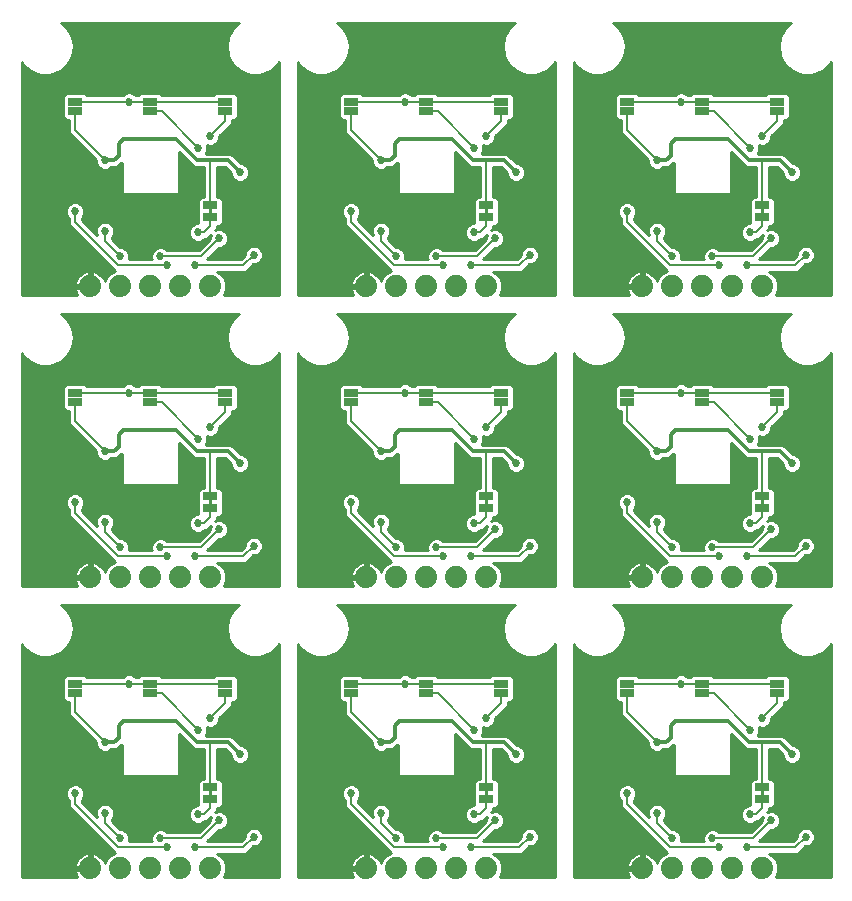
<source format=gbl>
G75*
%MOIN*%
%OFA0B0*%
%FSLAX25Y25*%
%IPPOS*%
%LPD*%
%AMOC8*
5,1,8,0,0,1.08239X$1,22.5*
%
%ADD10C,0.07400*%
%ADD11R,0.05000X0.02500*%
%ADD12C,0.01000*%
%ADD13C,0.02700*%
%ADD14C,0.00800*%
%ADD15C,0.01200*%
D10*
X0053750Y0033750D03*
X0063750Y0033750D03*
X0073750Y0033750D03*
X0083750Y0033750D03*
X0093750Y0033750D03*
X0145750Y0033750D03*
X0155750Y0033750D03*
X0165750Y0033750D03*
X0175750Y0033750D03*
X0185750Y0033750D03*
X0237750Y0033750D03*
X0247750Y0033750D03*
X0257750Y0033750D03*
X0267750Y0033750D03*
X0277750Y0033750D03*
X0277750Y0130750D03*
X0267750Y0130750D03*
X0257750Y0130750D03*
X0247750Y0130750D03*
X0237750Y0130750D03*
X0185750Y0130750D03*
X0175750Y0130750D03*
X0165750Y0130750D03*
X0155750Y0130750D03*
X0145750Y0130750D03*
X0093750Y0130750D03*
X0083750Y0130750D03*
X0073750Y0130750D03*
X0063750Y0130750D03*
X0053750Y0130750D03*
X0053750Y0227750D03*
X0063750Y0227750D03*
X0073750Y0227750D03*
X0083750Y0227750D03*
X0093750Y0227750D03*
X0145750Y0227750D03*
X0155750Y0227750D03*
X0165750Y0227750D03*
X0175750Y0227750D03*
X0185750Y0227750D03*
X0237750Y0227750D03*
X0247750Y0227750D03*
X0257750Y0227750D03*
X0267750Y0227750D03*
X0277750Y0227750D03*
D11*
X0277750Y0250750D03*
X0277750Y0254750D03*
X0282750Y0286150D03*
X0282750Y0289350D03*
X0257750Y0289350D03*
X0257750Y0286150D03*
X0232750Y0286150D03*
X0232750Y0289350D03*
X0190750Y0289350D03*
X0190750Y0286150D03*
X0165750Y0286150D03*
X0165750Y0289350D03*
X0140750Y0289350D03*
X0140750Y0286150D03*
X0098750Y0286150D03*
X0098750Y0289350D03*
X0073750Y0289350D03*
X0073750Y0286150D03*
X0048750Y0286150D03*
X0048750Y0289350D03*
X0093750Y0254750D03*
X0093750Y0250750D03*
X0098750Y0192350D03*
X0098750Y0189150D03*
X0073750Y0189150D03*
X0073750Y0192350D03*
X0048750Y0192350D03*
X0048750Y0189150D03*
X0093750Y0157750D03*
X0093750Y0153750D03*
X0140750Y0189150D03*
X0140750Y0192350D03*
X0165750Y0192350D03*
X0165750Y0189150D03*
X0190750Y0189150D03*
X0190750Y0192350D03*
X0185750Y0157750D03*
X0185750Y0153750D03*
X0232750Y0189150D03*
X0232750Y0192350D03*
X0257750Y0192350D03*
X0257750Y0189150D03*
X0282750Y0189150D03*
X0282750Y0192350D03*
X0277750Y0157750D03*
X0277750Y0153750D03*
X0282750Y0095350D03*
X0282750Y0092150D03*
X0257750Y0092150D03*
X0257750Y0095350D03*
X0232750Y0095350D03*
X0232750Y0092150D03*
X0190750Y0092150D03*
X0190750Y0095350D03*
X0165750Y0095350D03*
X0165750Y0092150D03*
X0140750Y0092150D03*
X0140750Y0095350D03*
X0098750Y0095350D03*
X0098750Y0092150D03*
X0073750Y0092150D03*
X0073750Y0095350D03*
X0048750Y0095350D03*
X0048750Y0092150D03*
X0093750Y0060750D03*
X0093750Y0056750D03*
X0185750Y0056750D03*
X0185750Y0060750D03*
X0277750Y0060750D03*
X0277750Y0056750D03*
X0185750Y0250750D03*
X0185750Y0254750D03*
D12*
X0030950Y0108460D02*
X0030950Y0030950D01*
X0049357Y0030950D01*
X0049303Y0031025D01*
X0048931Y0031754D01*
X0048678Y0032532D01*
X0048564Y0033250D01*
X0053250Y0033250D01*
X0053250Y0034250D01*
X0053250Y0038936D01*
X0052532Y0038822D01*
X0051754Y0038569D01*
X0051025Y0038197D01*
X0050362Y0037716D01*
X0049784Y0037138D01*
X0049303Y0036475D01*
X0048931Y0035746D01*
X0048678Y0034968D01*
X0048564Y0034250D01*
X0053250Y0034250D01*
X0054250Y0034250D01*
X0054250Y0038936D01*
X0054968Y0038822D01*
X0055746Y0038569D01*
X0056475Y0038197D01*
X0057138Y0037716D01*
X0057716Y0037138D01*
X0058197Y0036475D01*
X0058569Y0035746D01*
X0058641Y0035526D01*
X0059172Y0036809D01*
X0060691Y0038328D01*
X0062038Y0038886D01*
X0046650Y0054274D01*
X0046650Y0056537D01*
X0046164Y0057022D01*
X0045700Y0058143D01*
X0045700Y0059357D01*
X0046164Y0060478D01*
X0047022Y0061336D01*
X0048143Y0061800D01*
X0049357Y0061800D01*
X0050478Y0061336D01*
X0051336Y0060478D01*
X0051800Y0059357D01*
X0051800Y0058143D01*
X0051336Y0057022D01*
X0050850Y0056537D01*
X0050850Y0056014D01*
X0056039Y0050824D01*
X0055700Y0051643D01*
X0055700Y0052857D01*
X0056164Y0053978D01*
X0057022Y0054836D01*
X0058143Y0055300D01*
X0059357Y0055300D01*
X0060478Y0054836D01*
X0061336Y0053978D01*
X0061800Y0052857D01*
X0061800Y0051643D01*
X0061336Y0050522D01*
X0060850Y0050037D01*
X0060850Y0049620D01*
X0063670Y0046800D01*
X0064357Y0046800D01*
X0065478Y0046336D01*
X0066336Y0045478D01*
X0066800Y0044357D01*
X0066800Y0043143D01*
X0066678Y0042850D01*
X0074215Y0042850D01*
X0074094Y0043143D01*
X0074094Y0044357D01*
X0074558Y0045478D01*
X0075416Y0046336D01*
X0076537Y0046800D01*
X0077750Y0046800D01*
X0078871Y0046336D01*
X0079357Y0045850D01*
X0089880Y0045850D01*
X0093700Y0049670D01*
X0093700Y0050357D01*
X0093964Y0050994D01*
X0092620Y0049650D01*
X0091963Y0049650D01*
X0091478Y0049164D01*
X0090357Y0048700D01*
X0089143Y0048700D01*
X0088022Y0049164D01*
X0087164Y0050022D01*
X0086700Y0051143D01*
X0086700Y0052357D01*
X0087164Y0053478D01*
X0088022Y0054336D01*
X0089143Y0054800D01*
X0089550Y0054800D01*
X0089550Y0058704D01*
X0089596Y0058750D01*
X0089550Y0058796D01*
X0089550Y0062704D01*
X0090546Y0063700D01*
X0091650Y0063700D01*
X0091650Y0073450D01*
X0088297Y0073450D01*
X0083300Y0078447D01*
X0083300Y0065022D01*
X0082978Y0064700D01*
X0064522Y0064700D01*
X0064200Y0065022D01*
X0064200Y0074947D01*
X0064050Y0074797D01*
X0062703Y0073450D01*
X0060763Y0073450D01*
X0060478Y0073164D01*
X0059357Y0072700D01*
X0058143Y0072700D01*
X0057022Y0073164D01*
X0056164Y0074022D01*
X0055700Y0075143D01*
X0055700Y0075830D01*
X0046650Y0084880D01*
X0046650Y0089200D01*
X0045546Y0089200D01*
X0044550Y0090196D01*
X0044550Y0097304D01*
X0045546Y0098300D01*
X0051954Y0098300D01*
X0052804Y0097450D01*
X0064537Y0097450D01*
X0065022Y0097936D01*
X0066143Y0098400D01*
X0067357Y0098400D01*
X0068478Y0097936D01*
X0068963Y0097450D01*
X0069696Y0097450D01*
X0070546Y0098300D01*
X0076954Y0098300D01*
X0077804Y0097450D01*
X0094696Y0097450D01*
X0095546Y0098300D01*
X0101954Y0098300D01*
X0102950Y0097304D01*
X0102950Y0090196D01*
X0101954Y0089200D01*
X0100850Y0089200D01*
X0100850Y0087880D01*
X0096800Y0083830D01*
X0096800Y0083143D01*
X0096336Y0082022D01*
X0095478Y0081164D01*
X0094357Y0080700D01*
X0093143Y0080700D01*
X0092632Y0080912D01*
X0092800Y0080507D01*
X0092800Y0079293D01*
X0092336Y0078172D01*
X0092213Y0078050D01*
X0100703Y0078050D01*
X0103953Y0074800D01*
X0104357Y0074800D01*
X0105478Y0074336D01*
X0106336Y0073478D01*
X0106800Y0072357D01*
X0106800Y0071143D01*
X0106336Y0070022D01*
X0105478Y0069164D01*
X0104357Y0068700D01*
X0103143Y0068700D01*
X0102022Y0069164D01*
X0101164Y0070022D01*
X0100700Y0071143D01*
X0100700Y0071547D01*
X0098797Y0073450D01*
X0095850Y0073450D01*
X0095850Y0063700D01*
X0096954Y0063700D01*
X0097950Y0062704D01*
X0097950Y0058796D01*
X0097904Y0058750D01*
X0097950Y0058704D01*
X0097950Y0054796D01*
X0096954Y0053800D01*
X0095850Y0053800D01*
X0095850Y0052880D01*
X0095506Y0052536D01*
X0096143Y0052800D01*
X0097357Y0052800D01*
X0098478Y0052336D01*
X0099336Y0051478D01*
X0099800Y0050357D01*
X0099800Y0049143D01*
X0099336Y0048022D01*
X0098478Y0047164D01*
X0097357Y0046700D01*
X0096670Y0046700D01*
X0092820Y0042850D01*
X0103901Y0042850D01*
X0105200Y0044149D01*
X0105200Y0044836D01*
X0105664Y0045957D01*
X0106522Y0046815D01*
X0107643Y0047279D01*
X0108857Y0047279D01*
X0109978Y0046815D01*
X0110836Y0045957D01*
X0111300Y0044836D01*
X0111300Y0043622D01*
X0110836Y0042501D01*
X0109978Y0041643D01*
X0108857Y0041179D01*
X0108170Y0041179D01*
X0105641Y0038650D01*
X0096031Y0038650D01*
X0096809Y0038328D01*
X0098328Y0036809D01*
X0099150Y0034824D01*
X0099150Y0032676D01*
X0098435Y0030950D01*
X0116550Y0030950D01*
X0116550Y0108460D01*
X0116062Y0107615D01*
X0116062Y0107615D01*
X0116062Y0107615D01*
X0113523Y0105484D01*
X0113522Y0105484D01*
X0110407Y0104350D01*
X0107093Y0104350D01*
X0103977Y0105484D01*
X0103977Y0105484D01*
X0101438Y0107615D01*
X0101438Y0107615D01*
X0099781Y0110485D01*
X0099781Y0110485D01*
X0099205Y0113750D01*
X0099205Y0113750D01*
X0099781Y0117015D01*
X0099781Y0117015D01*
X0101438Y0119885D01*
X0101438Y0119885D01*
X0101438Y0119885D01*
X0103422Y0121550D01*
X0044078Y0121550D01*
X0046062Y0119885D01*
X0046062Y0119885D01*
X0047719Y0117015D01*
X0047719Y0117015D01*
X0048295Y0113750D01*
X0048295Y0113750D01*
X0047719Y0110485D01*
X0047719Y0110485D01*
X0046062Y0107615D01*
X0046062Y0107615D01*
X0046062Y0107615D01*
X0043523Y0105484D01*
X0043522Y0105484D01*
X0040407Y0104350D01*
X0037093Y0104350D01*
X0033977Y0105484D01*
X0033977Y0105484D01*
X0031438Y0107615D01*
X0031438Y0107615D01*
X0030950Y0108460D01*
X0030950Y0107632D02*
X0031428Y0107632D01*
X0030950Y0106634D02*
X0032607Y0106634D01*
X0033797Y0105635D02*
X0030950Y0105635D01*
X0030950Y0104637D02*
X0036304Y0104637D01*
X0030950Y0103638D02*
X0116550Y0103638D01*
X0116550Y0102640D02*
X0030950Y0102640D01*
X0030950Y0101641D02*
X0116550Y0101641D01*
X0116550Y0100643D02*
X0030950Y0100643D01*
X0030950Y0099644D02*
X0116550Y0099644D01*
X0116550Y0098646D02*
X0030950Y0098646D01*
X0030950Y0097647D02*
X0044893Y0097647D01*
X0044550Y0096649D02*
X0030950Y0096649D01*
X0030950Y0095650D02*
X0044550Y0095650D01*
X0044550Y0094652D02*
X0030950Y0094652D01*
X0030950Y0093653D02*
X0044550Y0093653D01*
X0044550Y0092655D02*
X0030950Y0092655D01*
X0030950Y0091656D02*
X0044550Y0091656D01*
X0044550Y0090658D02*
X0030950Y0090658D01*
X0030950Y0089659D02*
X0045087Y0089659D01*
X0046650Y0088661D02*
X0030950Y0088661D01*
X0030950Y0087662D02*
X0046650Y0087662D01*
X0046650Y0086664D02*
X0030950Y0086664D01*
X0030950Y0085665D02*
X0046650Y0085665D01*
X0046864Y0084667D02*
X0030950Y0084667D01*
X0030950Y0083668D02*
X0047862Y0083668D01*
X0048861Y0082670D02*
X0030950Y0082670D01*
X0030950Y0081671D02*
X0049859Y0081671D01*
X0050858Y0080673D02*
X0030950Y0080673D01*
X0030950Y0079674D02*
X0051856Y0079674D01*
X0052855Y0078676D02*
X0030950Y0078676D01*
X0030950Y0077677D02*
X0053853Y0077677D01*
X0054852Y0076679D02*
X0030950Y0076679D01*
X0030950Y0075680D02*
X0055700Y0075680D01*
X0055891Y0074682D02*
X0030950Y0074682D01*
X0030950Y0073683D02*
X0056504Y0073683D01*
X0062936Y0073683D02*
X0064200Y0073683D01*
X0064200Y0072684D02*
X0030950Y0072684D01*
X0030950Y0071686D02*
X0064200Y0071686D01*
X0064200Y0070687D02*
X0030950Y0070687D01*
X0030950Y0069689D02*
X0064200Y0069689D01*
X0064200Y0068690D02*
X0030950Y0068690D01*
X0030950Y0067692D02*
X0064200Y0067692D01*
X0064200Y0066693D02*
X0030950Y0066693D01*
X0030950Y0065695D02*
X0064200Y0065695D01*
X0064200Y0074682D02*
X0063934Y0074682D01*
X0051111Y0060702D02*
X0089550Y0060702D01*
X0089550Y0059704D02*
X0051656Y0059704D01*
X0051800Y0058705D02*
X0089551Y0058705D01*
X0089550Y0057707D02*
X0051619Y0057707D01*
X0051022Y0056708D02*
X0089550Y0056708D01*
X0089550Y0055710D02*
X0051154Y0055710D01*
X0052152Y0054711D02*
X0056898Y0054711D01*
X0056055Y0053713D02*
X0053151Y0053713D01*
X0054149Y0052714D02*
X0055700Y0052714D01*
X0055700Y0051716D02*
X0055148Y0051716D01*
X0052204Y0048720D02*
X0030950Y0048720D01*
X0030950Y0047722D02*
X0053202Y0047722D01*
X0054201Y0046723D02*
X0030950Y0046723D01*
X0030950Y0045725D02*
X0055199Y0045725D01*
X0056198Y0044726D02*
X0030950Y0044726D01*
X0030950Y0043728D02*
X0057196Y0043728D01*
X0058195Y0042729D02*
X0030950Y0042729D01*
X0030950Y0041731D02*
X0059193Y0041731D01*
X0060192Y0040732D02*
X0030950Y0040732D01*
X0030950Y0039734D02*
X0061190Y0039734D01*
X0061674Y0038735D02*
X0055235Y0038735D01*
X0054250Y0038735D02*
X0053250Y0038735D01*
X0052265Y0038735D02*
X0030950Y0038735D01*
X0030950Y0037737D02*
X0050390Y0037737D01*
X0049493Y0036738D02*
X0030950Y0036738D01*
X0030950Y0035740D02*
X0048929Y0035740D01*
X0048642Y0034741D02*
X0030950Y0034741D01*
X0030950Y0033743D02*
X0053250Y0033743D01*
X0053250Y0034741D02*
X0054250Y0034741D01*
X0054250Y0035740D02*
X0053250Y0035740D01*
X0053250Y0036738D02*
X0054250Y0036738D01*
X0054250Y0037737D02*
X0053250Y0037737D01*
X0057110Y0037737D02*
X0060100Y0037737D01*
X0059143Y0036738D02*
X0058007Y0036738D01*
X0058571Y0035740D02*
X0058729Y0035740D01*
X0048935Y0031746D02*
X0030950Y0031746D01*
X0030950Y0032744D02*
X0048645Y0032744D01*
X0051205Y0049719D02*
X0030950Y0049719D01*
X0030950Y0050717D02*
X0050207Y0050717D01*
X0049208Y0051716D02*
X0030950Y0051716D01*
X0030950Y0052714D02*
X0048210Y0052714D01*
X0047211Y0053713D02*
X0030950Y0053713D01*
X0030950Y0054711D02*
X0046650Y0054711D01*
X0046650Y0055710D02*
X0030950Y0055710D01*
X0030950Y0056708D02*
X0046478Y0056708D01*
X0045881Y0057707D02*
X0030950Y0057707D01*
X0030950Y0058705D02*
X0045700Y0058705D01*
X0045844Y0059704D02*
X0030950Y0059704D01*
X0030950Y0060702D02*
X0046389Y0060702D01*
X0047904Y0061701D02*
X0030950Y0061701D01*
X0030950Y0062699D02*
X0089550Y0062699D01*
X0089550Y0061701D02*
X0049596Y0061701D01*
X0060602Y0054711D02*
X0088929Y0054711D01*
X0087399Y0053713D02*
X0061445Y0053713D01*
X0061800Y0052714D02*
X0086848Y0052714D01*
X0086700Y0051716D02*
X0061800Y0051716D01*
X0061416Y0050717D02*
X0086876Y0050717D01*
X0087468Y0049719D02*
X0060850Y0049719D01*
X0061750Y0048720D02*
X0089094Y0048720D01*
X0090405Y0048720D02*
X0092750Y0048720D01*
X0092689Y0049719D02*
X0093700Y0049719D01*
X0093687Y0050717D02*
X0093849Y0050717D01*
X0095684Y0052714D02*
X0095936Y0052714D01*
X0095850Y0053713D02*
X0116550Y0053713D01*
X0116550Y0054711D02*
X0097865Y0054711D01*
X0097950Y0055710D02*
X0116550Y0055710D01*
X0116550Y0056708D02*
X0097950Y0056708D01*
X0097950Y0057707D02*
X0116550Y0057707D01*
X0116550Y0058705D02*
X0097949Y0058705D01*
X0097950Y0059704D02*
X0116550Y0059704D01*
X0116550Y0060702D02*
X0097950Y0060702D01*
X0097950Y0061701D02*
X0116550Y0061701D01*
X0116550Y0062699D02*
X0097950Y0062699D01*
X0096956Y0063698D02*
X0116550Y0063698D01*
X0116550Y0064696D02*
X0095850Y0064696D01*
X0095850Y0065695D02*
X0116550Y0065695D01*
X0116550Y0066693D02*
X0095850Y0066693D01*
X0095850Y0067692D02*
X0116550Y0067692D01*
X0116550Y0068690D02*
X0095850Y0068690D01*
X0095850Y0069689D02*
X0101498Y0069689D01*
X0100889Y0070687D02*
X0095850Y0070687D01*
X0095850Y0071686D02*
X0100561Y0071686D01*
X0099563Y0072684D02*
X0095850Y0072684D01*
X0091650Y0072684D02*
X0083300Y0072684D01*
X0083300Y0071686D02*
X0091650Y0071686D01*
X0091650Y0070687D02*
X0083300Y0070687D01*
X0083300Y0069689D02*
X0091650Y0069689D01*
X0091650Y0068690D02*
X0083300Y0068690D01*
X0083300Y0067692D02*
X0091650Y0067692D01*
X0091650Y0066693D02*
X0083300Y0066693D01*
X0083300Y0065695D02*
X0091650Y0065695D01*
X0091650Y0064696D02*
X0030950Y0064696D01*
X0030950Y0063698D02*
X0090544Y0063698D01*
X0093750Y0060250D02*
X0093750Y0057250D01*
X0097564Y0052714D02*
X0116550Y0052714D01*
X0116550Y0051716D02*
X0099098Y0051716D01*
X0099651Y0050717D02*
X0116550Y0050717D01*
X0116550Y0049719D02*
X0099800Y0049719D01*
X0099625Y0048720D02*
X0116550Y0048720D01*
X0116550Y0047722D02*
X0099035Y0047722D01*
X0097413Y0046723D02*
X0106431Y0046723D01*
X0105568Y0045725D02*
X0095695Y0045725D01*
X0094696Y0044726D02*
X0105200Y0044726D01*
X0104779Y0043728D02*
X0093698Y0043728D01*
X0090753Y0046723D02*
X0077936Y0046723D01*
X0076352Y0046723D02*
X0064542Y0046723D01*
X0066089Y0045725D02*
X0074805Y0045725D01*
X0074247Y0044726D02*
X0066647Y0044726D01*
X0066800Y0043728D02*
X0074094Y0043728D01*
X0062748Y0047722D02*
X0091752Y0047722D01*
X0097400Y0037737D02*
X0116550Y0037737D01*
X0116550Y0038735D02*
X0105726Y0038735D01*
X0106724Y0039734D02*
X0116550Y0039734D01*
X0116550Y0040732D02*
X0107723Y0040732D01*
X0110065Y0041731D02*
X0116550Y0041731D01*
X0116550Y0042729D02*
X0110930Y0042729D01*
X0111300Y0043728D02*
X0116550Y0043728D01*
X0116550Y0044726D02*
X0111300Y0044726D01*
X0110932Y0045725D02*
X0116550Y0045725D01*
X0116550Y0046723D02*
X0110069Y0046723D01*
X0116550Y0036738D02*
X0098357Y0036738D01*
X0098771Y0035740D02*
X0116550Y0035740D01*
X0116550Y0034741D02*
X0099150Y0034741D01*
X0099150Y0033743D02*
X0116550Y0033743D01*
X0116550Y0032744D02*
X0099150Y0032744D01*
X0098765Y0031746D02*
X0116550Y0031746D01*
X0122950Y0031746D02*
X0140935Y0031746D01*
X0140931Y0031754D02*
X0141303Y0031025D01*
X0141357Y0030950D01*
X0122950Y0030950D01*
X0122950Y0108460D01*
X0123438Y0107615D01*
X0123438Y0107615D01*
X0125977Y0105484D01*
X0125977Y0105484D01*
X0129093Y0104350D01*
X0132407Y0104350D01*
X0135522Y0105484D01*
X0135523Y0105484D01*
X0138062Y0107615D01*
X0139719Y0110485D01*
X0139719Y0110485D01*
X0140295Y0113750D01*
X0139719Y0117015D01*
X0138062Y0119885D01*
X0138062Y0119885D01*
X0136078Y0121550D01*
X0195422Y0121550D01*
X0193438Y0119885D01*
X0191781Y0117015D01*
X0191205Y0113750D01*
X0191205Y0113750D01*
X0191781Y0110485D01*
X0193438Y0107615D01*
X0193438Y0107615D01*
X0195977Y0105484D01*
X0195977Y0105484D01*
X0199093Y0104350D01*
X0202407Y0104350D01*
X0205522Y0105484D01*
X0205523Y0105484D01*
X0208062Y0107615D01*
X0208550Y0108460D01*
X0208550Y0030950D01*
X0190435Y0030950D01*
X0191150Y0032676D01*
X0191150Y0034824D01*
X0190328Y0036809D01*
X0188809Y0038328D01*
X0188031Y0038650D01*
X0197641Y0038650D01*
X0200170Y0041179D01*
X0200857Y0041179D01*
X0201978Y0041643D01*
X0202836Y0042501D01*
X0203300Y0043622D01*
X0203300Y0044836D01*
X0202836Y0045957D01*
X0201978Y0046815D01*
X0200857Y0047279D01*
X0199643Y0047279D01*
X0198522Y0046815D01*
X0197664Y0045957D01*
X0197200Y0044836D01*
X0197200Y0044149D01*
X0195901Y0042850D01*
X0184820Y0042850D01*
X0188670Y0046700D01*
X0189357Y0046700D01*
X0190478Y0047164D01*
X0191336Y0048022D01*
X0191800Y0049143D01*
X0191800Y0050357D01*
X0191336Y0051478D01*
X0190478Y0052336D01*
X0189357Y0052800D01*
X0188143Y0052800D01*
X0187506Y0052536D01*
X0187850Y0052880D01*
X0187850Y0053800D01*
X0188954Y0053800D01*
X0189950Y0054796D01*
X0189950Y0058704D01*
X0189904Y0058750D01*
X0189950Y0058796D01*
X0189950Y0062704D01*
X0188954Y0063700D01*
X0187850Y0063700D01*
X0187850Y0073450D01*
X0190797Y0073450D01*
X0192700Y0071547D01*
X0192700Y0071143D01*
X0193164Y0070022D01*
X0194022Y0069164D01*
X0195143Y0068700D01*
X0196357Y0068700D01*
X0197478Y0069164D01*
X0198336Y0070022D01*
X0198800Y0071143D01*
X0198800Y0072357D01*
X0198336Y0073478D01*
X0197478Y0074336D01*
X0196357Y0074800D01*
X0195953Y0074800D01*
X0192703Y0078050D01*
X0184213Y0078050D01*
X0184336Y0078172D01*
X0184800Y0079293D01*
X0184800Y0080507D01*
X0184632Y0080912D01*
X0185143Y0080700D01*
X0186357Y0080700D01*
X0187478Y0081164D01*
X0188336Y0082022D01*
X0188800Y0083143D01*
X0188800Y0083830D01*
X0192850Y0087880D01*
X0192850Y0089200D01*
X0193954Y0089200D01*
X0194950Y0090196D01*
X0194950Y0097304D01*
X0193954Y0098300D01*
X0187546Y0098300D01*
X0186696Y0097450D01*
X0169804Y0097450D01*
X0168954Y0098300D01*
X0162546Y0098300D01*
X0161696Y0097450D01*
X0160963Y0097450D01*
X0160478Y0097936D01*
X0159357Y0098400D01*
X0158143Y0098400D01*
X0157022Y0097936D01*
X0156537Y0097450D01*
X0144804Y0097450D01*
X0143954Y0098300D01*
X0137546Y0098300D01*
X0136550Y0097304D01*
X0136550Y0090196D01*
X0137546Y0089200D01*
X0138650Y0089200D01*
X0138650Y0084880D01*
X0147700Y0075830D01*
X0147700Y0075143D01*
X0148164Y0074022D01*
X0149022Y0073164D01*
X0150143Y0072700D01*
X0151357Y0072700D01*
X0152478Y0073164D01*
X0152763Y0073450D01*
X0154703Y0073450D01*
X0156050Y0074797D01*
X0156200Y0074947D01*
X0156200Y0065022D01*
X0156522Y0064700D01*
X0174978Y0064700D01*
X0175300Y0065022D01*
X0175300Y0078447D01*
X0180297Y0073450D01*
X0183650Y0073450D01*
X0183650Y0063700D01*
X0182546Y0063700D01*
X0181550Y0062704D01*
X0181550Y0058796D01*
X0181596Y0058750D01*
X0181550Y0058704D01*
X0181550Y0054800D01*
X0181143Y0054800D01*
X0180022Y0054336D01*
X0179164Y0053478D01*
X0178700Y0052357D01*
X0178700Y0051143D01*
X0179164Y0050022D01*
X0180022Y0049164D01*
X0181143Y0048700D01*
X0182357Y0048700D01*
X0183478Y0049164D01*
X0183963Y0049650D01*
X0184620Y0049650D01*
X0185964Y0050994D01*
X0185700Y0050357D01*
X0185700Y0049670D01*
X0181880Y0045850D01*
X0171357Y0045850D01*
X0170871Y0046336D01*
X0169750Y0046800D01*
X0168537Y0046800D01*
X0167416Y0046336D01*
X0166558Y0045478D01*
X0166094Y0044357D01*
X0166094Y0043143D01*
X0166215Y0042850D01*
X0158678Y0042850D01*
X0158800Y0043143D01*
X0158800Y0044357D01*
X0158336Y0045478D01*
X0157478Y0046336D01*
X0156357Y0046800D01*
X0155670Y0046800D01*
X0152850Y0049620D01*
X0152850Y0050037D01*
X0153336Y0050522D01*
X0153800Y0051643D01*
X0153800Y0052857D01*
X0153336Y0053978D01*
X0152478Y0054836D01*
X0151357Y0055300D01*
X0150143Y0055300D01*
X0149022Y0054836D01*
X0148164Y0053978D01*
X0147700Y0052857D01*
X0147700Y0051643D01*
X0148039Y0050824D01*
X0142850Y0056014D01*
X0142850Y0056537D01*
X0143336Y0057022D01*
X0143800Y0058143D01*
X0143800Y0059357D01*
X0143336Y0060478D01*
X0142478Y0061336D01*
X0141357Y0061800D01*
X0140143Y0061800D01*
X0139022Y0061336D01*
X0138164Y0060478D01*
X0137700Y0059357D01*
X0137700Y0058143D01*
X0138164Y0057022D01*
X0138650Y0056537D01*
X0138650Y0054274D01*
X0154038Y0038886D01*
X0152691Y0038328D01*
X0151172Y0036809D01*
X0150641Y0035526D01*
X0150569Y0035746D01*
X0150197Y0036475D01*
X0149716Y0037138D01*
X0149138Y0037716D01*
X0148475Y0038197D01*
X0147746Y0038569D01*
X0146968Y0038822D01*
X0146250Y0038936D01*
X0146250Y0034250D01*
X0145250Y0034250D01*
X0145250Y0038936D01*
X0144532Y0038822D01*
X0143754Y0038569D01*
X0143025Y0038197D01*
X0142362Y0037716D01*
X0141784Y0037138D01*
X0141303Y0036475D01*
X0140931Y0035746D01*
X0140678Y0034968D01*
X0140564Y0034250D01*
X0145250Y0034250D01*
X0145250Y0033250D01*
X0140564Y0033250D01*
X0140678Y0032532D01*
X0140931Y0031754D01*
X0140645Y0032744D02*
X0122950Y0032744D01*
X0122950Y0033743D02*
X0145250Y0033743D01*
X0145250Y0034741D02*
X0146250Y0034741D01*
X0146250Y0035740D02*
X0145250Y0035740D01*
X0145250Y0036738D02*
X0146250Y0036738D01*
X0146250Y0037737D02*
X0145250Y0037737D01*
X0145250Y0038735D02*
X0146250Y0038735D01*
X0147235Y0038735D02*
X0153674Y0038735D01*
X0153190Y0039734D02*
X0122950Y0039734D01*
X0122950Y0040732D02*
X0152192Y0040732D01*
X0151193Y0041731D02*
X0122950Y0041731D01*
X0122950Y0042729D02*
X0150195Y0042729D01*
X0149196Y0043728D02*
X0122950Y0043728D01*
X0122950Y0044726D02*
X0148198Y0044726D01*
X0147199Y0045725D02*
X0122950Y0045725D01*
X0122950Y0046723D02*
X0146201Y0046723D01*
X0145202Y0047722D02*
X0122950Y0047722D01*
X0122950Y0048720D02*
X0144204Y0048720D01*
X0143205Y0049719D02*
X0122950Y0049719D01*
X0122950Y0050717D02*
X0142207Y0050717D01*
X0141208Y0051716D02*
X0122950Y0051716D01*
X0122950Y0052714D02*
X0140210Y0052714D01*
X0139211Y0053713D02*
X0122950Y0053713D01*
X0122950Y0054711D02*
X0138650Y0054711D01*
X0138650Y0055710D02*
X0122950Y0055710D01*
X0122950Y0056708D02*
X0138478Y0056708D01*
X0137881Y0057707D02*
X0122950Y0057707D01*
X0122950Y0058705D02*
X0137700Y0058705D01*
X0137844Y0059704D02*
X0122950Y0059704D01*
X0122950Y0060702D02*
X0138389Y0060702D01*
X0139904Y0061701D02*
X0122950Y0061701D01*
X0122950Y0062699D02*
X0181550Y0062699D01*
X0181550Y0061701D02*
X0141596Y0061701D01*
X0143111Y0060702D02*
X0181550Y0060702D01*
X0181550Y0059704D02*
X0143656Y0059704D01*
X0143800Y0058705D02*
X0181551Y0058705D01*
X0181550Y0057707D02*
X0143619Y0057707D01*
X0143022Y0056708D02*
X0181550Y0056708D01*
X0181550Y0055710D02*
X0143154Y0055710D01*
X0144152Y0054711D02*
X0148898Y0054711D01*
X0148055Y0053713D02*
X0145151Y0053713D01*
X0146149Y0052714D02*
X0147700Y0052714D01*
X0147700Y0051716D02*
X0147148Y0051716D01*
X0152850Y0049719D02*
X0179468Y0049719D01*
X0178876Y0050717D02*
X0153416Y0050717D01*
X0153800Y0051716D02*
X0178700Y0051716D01*
X0178848Y0052714D02*
X0153800Y0052714D01*
X0153445Y0053713D02*
X0179399Y0053713D01*
X0180929Y0054711D02*
X0152602Y0054711D01*
X0153750Y0048720D02*
X0181094Y0048720D01*
X0182405Y0048720D02*
X0184750Y0048720D01*
X0184689Y0049719D02*
X0185700Y0049719D01*
X0185687Y0050717D02*
X0185849Y0050717D01*
X0187684Y0052714D02*
X0187936Y0052714D01*
X0187850Y0053713D02*
X0208550Y0053713D01*
X0208550Y0054711D02*
X0189865Y0054711D01*
X0189950Y0055710D02*
X0208550Y0055710D01*
X0208550Y0056708D02*
X0189950Y0056708D01*
X0189950Y0057707D02*
X0208550Y0057707D01*
X0208550Y0058705D02*
X0189949Y0058705D01*
X0189950Y0059704D02*
X0208550Y0059704D01*
X0208550Y0060702D02*
X0189950Y0060702D01*
X0189950Y0061701D02*
X0208550Y0061701D01*
X0208550Y0062699D02*
X0189950Y0062699D01*
X0188956Y0063698D02*
X0208550Y0063698D01*
X0208550Y0064696D02*
X0187850Y0064696D01*
X0187850Y0065695D02*
X0208550Y0065695D01*
X0208550Y0066693D02*
X0187850Y0066693D01*
X0187850Y0067692D02*
X0208550Y0067692D01*
X0208550Y0068690D02*
X0187850Y0068690D01*
X0187850Y0069689D02*
X0193498Y0069689D01*
X0192889Y0070687D02*
X0187850Y0070687D01*
X0187850Y0071686D02*
X0192561Y0071686D01*
X0191563Y0072684D02*
X0187850Y0072684D01*
X0183650Y0072684D02*
X0175300Y0072684D01*
X0175300Y0071686D02*
X0183650Y0071686D01*
X0183650Y0070687D02*
X0175300Y0070687D01*
X0175300Y0069689D02*
X0183650Y0069689D01*
X0183650Y0068690D02*
X0175300Y0068690D01*
X0175300Y0067692D02*
X0183650Y0067692D01*
X0183650Y0066693D02*
X0175300Y0066693D01*
X0175300Y0065695D02*
X0183650Y0065695D01*
X0183650Y0064696D02*
X0122950Y0064696D01*
X0122950Y0063698D02*
X0182544Y0063698D01*
X0185750Y0060250D02*
X0185750Y0057250D01*
X0189564Y0052714D02*
X0208550Y0052714D01*
X0208550Y0051716D02*
X0191098Y0051716D01*
X0191651Y0050717D02*
X0208550Y0050717D01*
X0208550Y0049719D02*
X0191800Y0049719D01*
X0191625Y0048720D02*
X0208550Y0048720D01*
X0208550Y0047722D02*
X0191035Y0047722D01*
X0189413Y0046723D02*
X0198431Y0046723D01*
X0197568Y0045725D02*
X0187695Y0045725D01*
X0186696Y0044726D02*
X0197200Y0044726D01*
X0196779Y0043728D02*
X0185698Y0043728D01*
X0182753Y0046723D02*
X0169936Y0046723D01*
X0168352Y0046723D02*
X0156542Y0046723D01*
X0158089Y0045725D02*
X0166805Y0045725D01*
X0166247Y0044726D02*
X0158647Y0044726D01*
X0158800Y0043728D02*
X0166094Y0043728D01*
X0154748Y0047722D02*
X0183752Y0047722D01*
X0189400Y0037737D02*
X0208550Y0037737D01*
X0208550Y0038735D02*
X0197726Y0038735D01*
X0198724Y0039734D02*
X0208550Y0039734D01*
X0208550Y0040732D02*
X0199723Y0040732D01*
X0202065Y0041731D02*
X0208550Y0041731D01*
X0208550Y0042729D02*
X0202930Y0042729D01*
X0203300Y0043728D02*
X0208550Y0043728D01*
X0208550Y0044726D02*
X0203300Y0044726D01*
X0202932Y0045725D02*
X0208550Y0045725D01*
X0208550Y0046723D02*
X0202069Y0046723D01*
X0208550Y0036738D02*
X0190357Y0036738D01*
X0190771Y0035740D02*
X0208550Y0035740D01*
X0208550Y0034741D02*
X0191150Y0034741D01*
X0191150Y0033743D02*
X0208550Y0033743D01*
X0208550Y0032744D02*
X0191150Y0032744D01*
X0190765Y0031746D02*
X0208550Y0031746D01*
X0214950Y0031746D02*
X0232935Y0031746D01*
X0232931Y0031754D02*
X0233303Y0031025D01*
X0233357Y0030950D01*
X0214950Y0030950D01*
X0214950Y0108460D01*
X0215438Y0107615D01*
X0215438Y0107615D01*
X0217977Y0105484D01*
X0217977Y0105484D01*
X0221093Y0104350D01*
X0224407Y0104350D01*
X0227522Y0105484D01*
X0227523Y0105484D01*
X0230062Y0107615D01*
X0231719Y0110485D01*
X0231719Y0110485D01*
X0232295Y0113750D01*
X0231719Y0117015D01*
X0230062Y0119885D01*
X0230062Y0119885D01*
X0228078Y0121550D01*
X0287422Y0121550D01*
X0285438Y0119885D01*
X0283781Y0117015D01*
X0283205Y0113750D01*
X0283205Y0113750D01*
X0283781Y0110485D01*
X0285438Y0107615D01*
X0285438Y0107615D01*
X0287977Y0105484D01*
X0287977Y0105484D01*
X0291093Y0104350D01*
X0294407Y0104350D01*
X0297522Y0105484D01*
X0297523Y0105484D01*
X0300062Y0107615D01*
X0300550Y0108460D01*
X0300550Y0030950D01*
X0282435Y0030950D01*
X0283150Y0032676D01*
X0283150Y0034824D01*
X0282328Y0036809D01*
X0280809Y0038328D01*
X0280031Y0038650D01*
X0289641Y0038650D01*
X0292170Y0041179D01*
X0292857Y0041179D01*
X0293978Y0041643D01*
X0294836Y0042501D01*
X0295300Y0043622D01*
X0295300Y0044836D01*
X0294836Y0045957D01*
X0293978Y0046815D01*
X0292857Y0047279D01*
X0291643Y0047279D01*
X0290522Y0046815D01*
X0289664Y0045957D01*
X0289200Y0044836D01*
X0289200Y0044149D01*
X0287901Y0042850D01*
X0276820Y0042850D01*
X0280670Y0046700D01*
X0281357Y0046700D01*
X0282478Y0047164D01*
X0283336Y0048022D01*
X0283800Y0049143D01*
X0283800Y0050357D01*
X0283336Y0051478D01*
X0282478Y0052336D01*
X0281357Y0052800D01*
X0280143Y0052800D01*
X0279506Y0052536D01*
X0279850Y0052880D01*
X0279850Y0053800D01*
X0280954Y0053800D01*
X0281950Y0054796D01*
X0281950Y0058704D01*
X0281904Y0058750D01*
X0281950Y0058796D01*
X0281950Y0062704D01*
X0280954Y0063700D01*
X0279850Y0063700D01*
X0279850Y0073450D01*
X0282797Y0073450D01*
X0284700Y0071547D01*
X0284700Y0071143D01*
X0285164Y0070022D01*
X0286022Y0069164D01*
X0287143Y0068700D01*
X0288357Y0068700D01*
X0289478Y0069164D01*
X0290336Y0070022D01*
X0290800Y0071143D01*
X0290800Y0072357D01*
X0290336Y0073478D01*
X0289478Y0074336D01*
X0288357Y0074800D01*
X0287953Y0074800D01*
X0284703Y0078050D01*
X0276213Y0078050D01*
X0276336Y0078172D01*
X0276800Y0079293D01*
X0276800Y0080507D01*
X0276632Y0080912D01*
X0277143Y0080700D01*
X0278357Y0080700D01*
X0279478Y0081164D01*
X0280336Y0082022D01*
X0280800Y0083143D01*
X0280800Y0083830D01*
X0284850Y0087880D01*
X0284850Y0089200D01*
X0285954Y0089200D01*
X0286950Y0090196D01*
X0286950Y0097304D01*
X0285954Y0098300D01*
X0279546Y0098300D01*
X0278696Y0097450D01*
X0261804Y0097450D01*
X0260954Y0098300D01*
X0254546Y0098300D01*
X0253696Y0097450D01*
X0252963Y0097450D01*
X0252478Y0097936D01*
X0251357Y0098400D01*
X0250143Y0098400D01*
X0249022Y0097936D01*
X0248537Y0097450D01*
X0236804Y0097450D01*
X0235954Y0098300D01*
X0229546Y0098300D01*
X0228550Y0097304D01*
X0228550Y0090196D01*
X0229546Y0089200D01*
X0230650Y0089200D01*
X0230650Y0084880D01*
X0239700Y0075830D01*
X0239700Y0075143D01*
X0240164Y0074022D01*
X0241022Y0073164D01*
X0242143Y0072700D01*
X0243357Y0072700D01*
X0244478Y0073164D01*
X0244763Y0073450D01*
X0246703Y0073450D01*
X0248050Y0074797D01*
X0248200Y0074947D01*
X0248200Y0065022D01*
X0248522Y0064700D01*
X0266978Y0064700D01*
X0267300Y0065022D01*
X0267300Y0078447D01*
X0272297Y0073450D01*
X0275650Y0073450D01*
X0275650Y0063700D01*
X0274546Y0063700D01*
X0273550Y0062704D01*
X0273550Y0058796D01*
X0273596Y0058750D01*
X0273550Y0058704D01*
X0273550Y0054800D01*
X0273143Y0054800D01*
X0272022Y0054336D01*
X0271164Y0053478D01*
X0270700Y0052357D01*
X0270700Y0051143D01*
X0271164Y0050022D01*
X0272022Y0049164D01*
X0273143Y0048700D01*
X0274357Y0048700D01*
X0275478Y0049164D01*
X0275963Y0049650D01*
X0276620Y0049650D01*
X0277964Y0050994D01*
X0277700Y0050357D01*
X0277700Y0049670D01*
X0273880Y0045850D01*
X0263357Y0045850D01*
X0262871Y0046336D01*
X0261750Y0046800D01*
X0260537Y0046800D01*
X0259416Y0046336D01*
X0258558Y0045478D01*
X0258094Y0044357D01*
X0258094Y0043143D01*
X0258215Y0042850D01*
X0250678Y0042850D01*
X0250800Y0043143D01*
X0250800Y0044357D01*
X0250336Y0045478D01*
X0249478Y0046336D01*
X0248357Y0046800D01*
X0247670Y0046800D01*
X0244850Y0049620D01*
X0244850Y0050037D01*
X0245336Y0050522D01*
X0245800Y0051643D01*
X0245800Y0052857D01*
X0245336Y0053978D01*
X0244478Y0054836D01*
X0243357Y0055300D01*
X0242143Y0055300D01*
X0241022Y0054836D01*
X0240164Y0053978D01*
X0239700Y0052857D01*
X0239700Y0051643D01*
X0240039Y0050824D01*
X0234850Y0056014D01*
X0234850Y0056537D01*
X0235336Y0057022D01*
X0235800Y0058143D01*
X0235800Y0059357D01*
X0235336Y0060478D01*
X0234478Y0061336D01*
X0233357Y0061800D01*
X0232143Y0061800D01*
X0231022Y0061336D01*
X0230164Y0060478D01*
X0229700Y0059357D01*
X0229700Y0058143D01*
X0230164Y0057022D01*
X0230650Y0056537D01*
X0230650Y0054274D01*
X0246038Y0038886D01*
X0244691Y0038328D01*
X0243172Y0036809D01*
X0242641Y0035526D01*
X0242569Y0035746D01*
X0242197Y0036475D01*
X0241716Y0037138D01*
X0241138Y0037716D01*
X0240475Y0038197D01*
X0239746Y0038569D01*
X0238968Y0038822D01*
X0238250Y0038936D01*
X0238250Y0034250D01*
X0237250Y0034250D01*
X0237250Y0038936D01*
X0236532Y0038822D01*
X0235754Y0038569D01*
X0235025Y0038197D01*
X0234362Y0037716D01*
X0233784Y0037138D01*
X0233303Y0036475D01*
X0232931Y0035746D01*
X0232678Y0034968D01*
X0232564Y0034250D01*
X0237250Y0034250D01*
X0237250Y0033250D01*
X0232564Y0033250D01*
X0232678Y0032532D01*
X0232931Y0031754D01*
X0232645Y0032744D02*
X0214950Y0032744D01*
X0214950Y0033743D02*
X0237250Y0033743D01*
X0237250Y0034741D02*
X0238250Y0034741D01*
X0238250Y0035740D02*
X0237250Y0035740D01*
X0237250Y0036738D02*
X0238250Y0036738D01*
X0238250Y0037737D02*
X0237250Y0037737D01*
X0237250Y0038735D02*
X0238250Y0038735D01*
X0239235Y0038735D02*
X0245674Y0038735D01*
X0245190Y0039734D02*
X0214950Y0039734D01*
X0214950Y0040732D02*
X0244192Y0040732D01*
X0243193Y0041731D02*
X0214950Y0041731D01*
X0214950Y0042729D02*
X0242195Y0042729D01*
X0241196Y0043728D02*
X0214950Y0043728D01*
X0214950Y0044726D02*
X0240198Y0044726D01*
X0239199Y0045725D02*
X0214950Y0045725D01*
X0214950Y0046723D02*
X0238201Y0046723D01*
X0237202Y0047722D02*
X0214950Y0047722D01*
X0214950Y0048720D02*
X0236204Y0048720D01*
X0235205Y0049719D02*
X0214950Y0049719D01*
X0214950Y0050717D02*
X0234207Y0050717D01*
X0233208Y0051716D02*
X0214950Y0051716D01*
X0214950Y0052714D02*
X0232210Y0052714D01*
X0231211Y0053713D02*
X0214950Y0053713D01*
X0214950Y0054711D02*
X0230650Y0054711D01*
X0230650Y0055710D02*
X0214950Y0055710D01*
X0214950Y0056708D02*
X0230478Y0056708D01*
X0229881Y0057707D02*
X0214950Y0057707D01*
X0214950Y0058705D02*
X0229700Y0058705D01*
X0229844Y0059704D02*
X0214950Y0059704D01*
X0214950Y0060702D02*
X0230389Y0060702D01*
X0231904Y0061701D02*
X0214950Y0061701D01*
X0214950Y0062699D02*
X0273550Y0062699D01*
X0273550Y0061701D02*
X0233596Y0061701D01*
X0235111Y0060702D02*
X0273550Y0060702D01*
X0273550Y0059704D02*
X0235656Y0059704D01*
X0235800Y0058705D02*
X0273551Y0058705D01*
X0273550Y0057707D02*
X0235619Y0057707D01*
X0235022Y0056708D02*
X0273550Y0056708D01*
X0273550Y0055710D02*
X0235154Y0055710D01*
X0236152Y0054711D02*
X0240898Y0054711D01*
X0240055Y0053713D02*
X0237151Y0053713D01*
X0238149Y0052714D02*
X0239700Y0052714D01*
X0239700Y0051716D02*
X0239148Y0051716D01*
X0244850Y0049719D02*
X0271468Y0049719D01*
X0270876Y0050717D02*
X0245416Y0050717D01*
X0245800Y0051716D02*
X0270700Y0051716D01*
X0270848Y0052714D02*
X0245800Y0052714D01*
X0245445Y0053713D02*
X0271399Y0053713D01*
X0272929Y0054711D02*
X0244602Y0054711D01*
X0245750Y0048720D02*
X0273094Y0048720D01*
X0274405Y0048720D02*
X0276750Y0048720D01*
X0276689Y0049719D02*
X0277700Y0049719D01*
X0277687Y0050717D02*
X0277849Y0050717D01*
X0279684Y0052714D02*
X0279936Y0052714D01*
X0279850Y0053713D02*
X0300550Y0053713D01*
X0300550Y0054711D02*
X0281865Y0054711D01*
X0281950Y0055710D02*
X0300550Y0055710D01*
X0300550Y0056708D02*
X0281950Y0056708D01*
X0281950Y0057707D02*
X0300550Y0057707D01*
X0300550Y0058705D02*
X0281949Y0058705D01*
X0281950Y0059704D02*
X0300550Y0059704D01*
X0300550Y0060702D02*
X0281950Y0060702D01*
X0281950Y0061701D02*
X0300550Y0061701D01*
X0300550Y0062699D02*
X0281950Y0062699D01*
X0280956Y0063698D02*
X0300550Y0063698D01*
X0300550Y0064696D02*
X0279850Y0064696D01*
X0279850Y0065695D02*
X0300550Y0065695D01*
X0300550Y0066693D02*
X0279850Y0066693D01*
X0279850Y0067692D02*
X0300550Y0067692D01*
X0300550Y0068690D02*
X0279850Y0068690D01*
X0279850Y0069689D02*
X0285498Y0069689D01*
X0284889Y0070687D02*
X0279850Y0070687D01*
X0279850Y0071686D02*
X0284561Y0071686D01*
X0283563Y0072684D02*
X0279850Y0072684D01*
X0275650Y0072684D02*
X0267300Y0072684D01*
X0267300Y0071686D02*
X0275650Y0071686D01*
X0275650Y0070687D02*
X0267300Y0070687D01*
X0267300Y0069689D02*
X0275650Y0069689D01*
X0275650Y0068690D02*
X0267300Y0068690D01*
X0267300Y0067692D02*
X0275650Y0067692D01*
X0275650Y0066693D02*
X0267300Y0066693D01*
X0267300Y0065695D02*
X0275650Y0065695D01*
X0275650Y0064696D02*
X0214950Y0064696D01*
X0214950Y0063698D02*
X0274544Y0063698D01*
X0277750Y0060250D02*
X0277750Y0057250D01*
X0281564Y0052714D02*
X0300550Y0052714D01*
X0300550Y0051716D02*
X0283098Y0051716D01*
X0283651Y0050717D02*
X0300550Y0050717D01*
X0300550Y0049719D02*
X0283800Y0049719D01*
X0283625Y0048720D02*
X0300550Y0048720D01*
X0300550Y0047722D02*
X0283035Y0047722D01*
X0281413Y0046723D02*
X0290431Y0046723D01*
X0289568Y0045725D02*
X0279695Y0045725D01*
X0278696Y0044726D02*
X0289200Y0044726D01*
X0288779Y0043728D02*
X0277698Y0043728D01*
X0274753Y0046723D02*
X0261936Y0046723D01*
X0260352Y0046723D02*
X0248542Y0046723D01*
X0250089Y0045725D02*
X0258805Y0045725D01*
X0258247Y0044726D02*
X0250647Y0044726D01*
X0250800Y0043728D02*
X0258094Y0043728D01*
X0246748Y0047722D02*
X0275752Y0047722D01*
X0281400Y0037737D02*
X0300550Y0037737D01*
X0300550Y0038735D02*
X0289726Y0038735D01*
X0290724Y0039734D02*
X0300550Y0039734D01*
X0300550Y0040732D02*
X0291723Y0040732D01*
X0294065Y0041731D02*
X0300550Y0041731D01*
X0300550Y0042729D02*
X0294930Y0042729D01*
X0295300Y0043728D02*
X0300550Y0043728D01*
X0300550Y0044726D02*
X0295300Y0044726D01*
X0294932Y0045725D02*
X0300550Y0045725D01*
X0300550Y0046723D02*
X0294069Y0046723D01*
X0300550Y0036738D02*
X0282357Y0036738D01*
X0282771Y0035740D02*
X0300550Y0035740D01*
X0300550Y0034741D02*
X0283150Y0034741D01*
X0283150Y0033743D02*
X0300550Y0033743D01*
X0300550Y0032744D02*
X0283150Y0032744D01*
X0282765Y0031746D02*
X0300550Y0031746D01*
X0300550Y0069689D02*
X0290002Y0069689D01*
X0290611Y0070687D02*
X0300550Y0070687D01*
X0300550Y0071686D02*
X0290800Y0071686D01*
X0290664Y0072684D02*
X0300550Y0072684D01*
X0300550Y0073683D02*
X0290130Y0073683D01*
X0288643Y0074682D02*
X0300550Y0074682D01*
X0300550Y0075680D02*
X0287073Y0075680D01*
X0286074Y0076679D02*
X0300550Y0076679D01*
X0300550Y0077677D02*
X0285076Y0077677D01*
X0280604Y0082670D02*
X0300550Y0082670D01*
X0300550Y0083668D02*
X0280800Y0083668D01*
X0281636Y0084667D02*
X0300550Y0084667D01*
X0300550Y0085665D02*
X0282635Y0085665D01*
X0283634Y0086664D02*
X0300550Y0086664D01*
X0300550Y0087662D02*
X0284632Y0087662D01*
X0284850Y0088661D02*
X0300550Y0088661D01*
X0300550Y0089659D02*
X0286413Y0089659D01*
X0286950Y0090658D02*
X0300550Y0090658D01*
X0300550Y0091656D02*
X0286950Y0091656D01*
X0286950Y0092655D02*
X0300550Y0092655D01*
X0300550Y0093653D02*
X0286950Y0093653D01*
X0286950Y0094652D02*
X0300550Y0094652D01*
X0300550Y0095650D02*
X0286950Y0095650D01*
X0286950Y0096649D02*
X0300550Y0096649D01*
X0300550Y0097647D02*
X0286607Y0097647D01*
X0278893Y0097647D02*
X0261607Y0097647D01*
X0253893Y0097647D02*
X0252766Y0097647D01*
X0248734Y0097647D02*
X0236607Y0097647D01*
X0228893Y0097647D02*
X0214950Y0097647D01*
X0214950Y0096649D02*
X0228550Y0096649D01*
X0228550Y0095650D02*
X0214950Y0095650D01*
X0214950Y0094652D02*
X0228550Y0094652D01*
X0228550Y0093653D02*
X0214950Y0093653D01*
X0214950Y0092655D02*
X0228550Y0092655D01*
X0228550Y0091656D02*
X0214950Y0091656D01*
X0214950Y0090658D02*
X0228550Y0090658D01*
X0229087Y0089659D02*
X0214950Y0089659D01*
X0214950Y0088661D02*
X0230650Y0088661D01*
X0230650Y0087662D02*
X0214950Y0087662D01*
X0214950Y0086664D02*
X0230650Y0086664D01*
X0230650Y0085665D02*
X0214950Y0085665D01*
X0214950Y0084667D02*
X0230864Y0084667D01*
X0231862Y0083668D02*
X0214950Y0083668D01*
X0214950Y0082670D02*
X0232861Y0082670D01*
X0233859Y0081671D02*
X0214950Y0081671D01*
X0214950Y0080673D02*
X0234858Y0080673D01*
X0235856Y0079674D02*
X0214950Y0079674D01*
X0214950Y0078676D02*
X0236855Y0078676D01*
X0237853Y0077677D02*
X0214950Y0077677D01*
X0214950Y0076679D02*
X0238852Y0076679D01*
X0239700Y0075680D02*
X0214950Y0075680D01*
X0214950Y0074682D02*
X0239891Y0074682D01*
X0240504Y0073683D02*
X0214950Y0073683D01*
X0214950Y0072684D02*
X0248200Y0072684D01*
X0248200Y0071686D02*
X0214950Y0071686D01*
X0214950Y0070687D02*
X0248200Y0070687D01*
X0248200Y0069689D02*
X0214950Y0069689D01*
X0214950Y0068690D02*
X0248200Y0068690D01*
X0248200Y0067692D02*
X0214950Y0067692D01*
X0214950Y0066693D02*
X0248200Y0066693D01*
X0248200Y0065695D02*
X0214950Y0065695D01*
X0208550Y0069689D02*
X0198002Y0069689D01*
X0198611Y0070687D02*
X0208550Y0070687D01*
X0208550Y0071686D02*
X0198800Y0071686D01*
X0198664Y0072684D02*
X0208550Y0072684D01*
X0208550Y0073683D02*
X0198130Y0073683D01*
X0196643Y0074682D02*
X0208550Y0074682D01*
X0208550Y0075680D02*
X0195073Y0075680D01*
X0194074Y0076679D02*
X0208550Y0076679D01*
X0208550Y0077677D02*
X0193076Y0077677D01*
X0187984Y0081671D02*
X0208550Y0081671D01*
X0208550Y0080673D02*
X0184731Y0080673D01*
X0184800Y0079674D02*
X0208550Y0079674D01*
X0208550Y0078676D02*
X0184544Y0078676D01*
X0188604Y0082670D02*
X0208550Y0082670D01*
X0208550Y0083668D02*
X0188800Y0083668D01*
X0189636Y0084667D02*
X0208550Y0084667D01*
X0208550Y0085665D02*
X0190635Y0085665D01*
X0191634Y0086664D02*
X0208550Y0086664D01*
X0208550Y0087662D02*
X0192632Y0087662D01*
X0192850Y0088661D02*
X0208550Y0088661D01*
X0208550Y0089659D02*
X0194413Y0089659D01*
X0194950Y0090658D02*
X0208550Y0090658D01*
X0208550Y0091656D02*
X0194950Y0091656D01*
X0194950Y0092655D02*
X0208550Y0092655D01*
X0208550Y0093653D02*
X0194950Y0093653D01*
X0194950Y0094652D02*
X0208550Y0094652D01*
X0208550Y0095650D02*
X0194950Y0095650D01*
X0194950Y0096649D02*
X0208550Y0096649D01*
X0208550Y0097647D02*
X0194607Y0097647D01*
X0186893Y0097647D02*
X0169607Y0097647D01*
X0161893Y0097647D02*
X0160766Y0097647D01*
X0156734Y0097647D02*
X0144607Y0097647D01*
X0136893Y0097647D02*
X0122950Y0097647D01*
X0122950Y0096649D02*
X0136550Y0096649D01*
X0136550Y0095650D02*
X0122950Y0095650D01*
X0122950Y0094652D02*
X0136550Y0094652D01*
X0136550Y0093653D02*
X0122950Y0093653D01*
X0122950Y0092655D02*
X0136550Y0092655D01*
X0136550Y0091656D02*
X0122950Y0091656D01*
X0122950Y0090658D02*
X0136550Y0090658D01*
X0137087Y0089659D02*
X0122950Y0089659D01*
X0122950Y0088661D02*
X0138650Y0088661D01*
X0138650Y0087662D02*
X0122950Y0087662D01*
X0122950Y0086664D02*
X0138650Y0086664D01*
X0138650Y0085665D02*
X0122950Y0085665D01*
X0122950Y0084667D02*
X0138864Y0084667D01*
X0139862Y0083668D02*
X0122950Y0083668D01*
X0122950Y0082670D02*
X0140861Y0082670D01*
X0141859Y0081671D02*
X0122950Y0081671D01*
X0122950Y0080673D02*
X0142858Y0080673D01*
X0143856Y0079674D02*
X0122950Y0079674D01*
X0122950Y0078676D02*
X0144855Y0078676D01*
X0145853Y0077677D02*
X0122950Y0077677D01*
X0122950Y0076679D02*
X0146852Y0076679D01*
X0147700Y0075680D02*
X0122950Y0075680D01*
X0122950Y0074682D02*
X0147891Y0074682D01*
X0148504Y0073683D02*
X0122950Y0073683D01*
X0122950Y0072684D02*
X0156200Y0072684D01*
X0156200Y0071686D02*
X0122950Y0071686D01*
X0122950Y0070687D02*
X0156200Y0070687D01*
X0156200Y0069689D02*
X0122950Y0069689D01*
X0122950Y0068690D02*
X0156200Y0068690D01*
X0156200Y0067692D02*
X0122950Y0067692D01*
X0122950Y0066693D02*
X0156200Y0066693D01*
X0156200Y0065695D02*
X0122950Y0065695D01*
X0116550Y0069689D02*
X0106002Y0069689D01*
X0106611Y0070687D02*
X0116550Y0070687D01*
X0116550Y0071686D02*
X0106800Y0071686D01*
X0106664Y0072684D02*
X0116550Y0072684D01*
X0116550Y0073683D02*
X0106130Y0073683D01*
X0104643Y0074682D02*
X0116550Y0074682D01*
X0116550Y0075680D02*
X0103073Y0075680D01*
X0102074Y0076679D02*
X0116550Y0076679D01*
X0116550Y0077677D02*
X0101076Y0077677D01*
X0095984Y0081671D02*
X0116550Y0081671D01*
X0116550Y0080673D02*
X0092731Y0080673D01*
X0092800Y0079674D02*
X0116550Y0079674D01*
X0116550Y0078676D02*
X0092544Y0078676D01*
X0096604Y0082670D02*
X0116550Y0082670D01*
X0116550Y0083668D02*
X0096800Y0083668D01*
X0097636Y0084667D02*
X0116550Y0084667D01*
X0116550Y0085665D02*
X0098635Y0085665D01*
X0099634Y0086664D02*
X0116550Y0086664D01*
X0116550Y0087662D02*
X0100632Y0087662D01*
X0100850Y0088661D02*
X0116550Y0088661D01*
X0116550Y0089659D02*
X0102413Y0089659D01*
X0102950Y0090658D02*
X0116550Y0090658D01*
X0116550Y0091656D02*
X0102950Y0091656D01*
X0102950Y0092655D02*
X0116550Y0092655D01*
X0116550Y0093653D02*
X0102950Y0093653D01*
X0102950Y0094652D02*
X0116550Y0094652D01*
X0116550Y0095650D02*
X0102950Y0095650D01*
X0102950Y0096649D02*
X0116550Y0096649D01*
X0116550Y0097647D02*
X0102607Y0097647D01*
X0094893Y0097647D02*
X0077607Y0097647D01*
X0069893Y0097647D02*
X0068766Y0097647D01*
X0064734Y0097647D02*
X0052607Y0097647D01*
X0044893Y0106634D02*
X0102607Y0106634D01*
X0101428Y0107632D02*
X0046072Y0107632D01*
X0046649Y0108631D02*
X0100851Y0108631D01*
X0100275Y0109629D02*
X0047225Y0109629D01*
X0047744Y0110628D02*
X0099755Y0110628D01*
X0099579Y0111626D02*
X0047921Y0111626D01*
X0048097Y0112625D02*
X0099403Y0112625D01*
X0099227Y0113623D02*
X0048273Y0113623D01*
X0048141Y0114622D02*
X0099359Y0114622D01*
X0099535Y0115620D02*
X0047965Y0115620D01*
X0047789Y0116619D02*
X0099711Y0116619D01*
X0100129Y0117618D02*
X0047371Y0117618D01*
X0046795Y0118616D02*
X0100705Y0118616D01*
X0101282Y0119615D02*
X0046218Y0119615D01*
X0045195Y0120613D02*
X0102305Y0120613D01*
X0098435Y0127950D02*
X0099150Y0129676D01*
X0099150Y0131824D01*
X0098328Y0133809D01*
X0096809Y0135328D01*
X0096031Y0135650D01*
X0105641Y0135650D01*
X0106871Y0136880D01*
X0106871Y0136880D01*
X0108170Y0138179D01*
X0108857Y0138179D01*
X0109978Y0138643D01*
X0110836Y0139501D01*
X0111300Y0140622D01*
X0111300Y0141836D01*
X0110836Y0142957D01*
X0109978Y0143815D01*
X0108857Y0144279D01*
X0107643Y0144279D01*
X0106522Y0143815D01*
X0105664Y0142957D01*
X0105200Y0141836D01*
X0105200Y0141149D01*
X0103901Y0139850D01*
X0092820Y0139850D01*
X0096670Y0143700D01*
X0097357Y0143700D01*
X0098478Y0144164D01*
X0099336Y0145022D01*
X0099800Y0146143D01*
X0099800Y0147357D01*
X0099336Y0148478D01*
X0098478Y0149336D01*
X0097357Y0149800D01*
X0096143Y0149800D01*
X0095506Y0149536D01*
X0095850Y0149880D01*
X0095850Y0150800D01*
X0096954Y0150800D01*
X0097950Y0151796D01*
X0097950Y0155704D01*
X0097904Y0155750D01*
X0097950Y0155796D01*
X0097950Y0159704D01*
X0096954Y0160700D01*
X0095850Y0160700D01*
X0095850Y0170450D01*
X0098797Y0170450D01*
X0100700Y0168547D01*
X0100700Y0168143D01*
X0101164Y0167022D01*
X0102022Y0166164D01*
X0103143Y0165700D01*
X0104357Y0165700D01*
X0105478Y0166164D01*
X0106336Y0167022D01*
X0106800Y0168143D01*
X0106800Y0169357D01*
X0106336Y0170478D01*
X0105478Y0171336D01*
X0104357Y0171800D01*
X0103953Y0171800D01*
X0100703Y0175050D01*
X0092213Y0175050D01*
X0092336Y0175172D01*
X0092800Y0176293D01*
X0092800Y0177507D01*
X0092632Y0177912D01*
X0093143Y0177700D01*
X0094357Y0177700D01*
X0095478Y0178164D01*
X0096336Y0179022D01*
X0096800Y0180143D01*
X0096800Y0180830D01*
X0100850Y0184880D01*
X0100850Y0186200D01*
X0101954Y0186200D01*
X0102950Y0187196D01*
X0102950Y0194304D01*
X0101954Y0195300D01*
X0095546Y0195300D01*
X0094696Y0194450D01*
X0077804Y0194450D01*
X0076954Y0195300D01*
X0070546Y0195300D01*
X0069696Y0194450D01*
X0068963Y0194450D01*
X0068478Y0194936D01*
X0067357Y0195400D01*
X0066143Y0195400D01*
X0065022Y0194936D01*
X0064537Y0194450D01*
X0052804Y0194450D01*
X0051954Y0195300D01*
X0045546Y0195300D01*
X0044550Y0194304D01*
X0044550Y0187196D01*
X0045546Y0186200D01*
X0046650Y0186200D01*
X0046650Y0181880D01*
X0055700Y0172830D01*
X0055700Y0172143D01*
X0056164Y0171022D01*
X0057022Y0170164D01*
X0058143Y0169700D01*
X0059357Y0169700D01*
X0060478Y0170164D01*
X0060763Y0170450D01*
X0062703Y0170450D01*
X0064050Y0171797D01*
X0064200Y0171947D01*
X0064200Y0162022D01*
X0064522Y0161700D01*
X0082978Y0161700D01*
X0083300Y0162022D01*
X0083300Y0175447D01*
X0088297Y0170450D01*
X0091650Y0170450D01*
X0091650Y0160700D01*
X0090546Y0160700D01*
X0089550Y0159704D01*
X0089550Y0155796D01*
X0089596Y0155750D01*
X0089550Y0155704D01*
X0089550Y0151800D01*
X0089143Y0151800D01*
X0088022Y0151336D01*
X0087164Y0150478D01*
X0086700Y0149357D01*
X0086700Y0148143D01*
X0087164Y0147022D01*
X0088022Y0146164D01*
X0089143Y0145700D01*
X0090357Y0145700D01*
X0091478Y0146164D01*
X0091963Y0146650D01*
X0092620Y0146650D01*
X0093964Y0147994D01*
X0093700Y0147357D01*
X0093700Y0146670D01*
X0089880Y0142850D01*
X0079357Y0142850D01*
X0078871Y0143336D01*
X0077750Y0143800D01*
X0076537Y0143800D01*
X0075416Y0143336D01*
X0074558Y0142478D01*
X0074094Y0141357D01*
X0074094Y0140143D01*
X0074215Y0139850D01*
X0066678Y0139850D01*
X0066800Y0140143D01*
X0066800Y0141357D01*
X0066336Y0142478D01*
X0065478Y0143336D01*
X0064357Y0143800D01*
X0063670Y0143800D01*
X0060850Y0146620D01*
X0060850Y0147037D01*
X0061336Y0147522D01*
X0061800Y0148643D01*
X0061800Y0149857D01*
X0061336Y0150978D01*
X0060478Y0151836D01*
X0059357Y0152300D01*
X0058143Y0152300D01*
X0057022Y0151836D01*
X0056164Y0150978D01*
X0055700Y0149857D01*
X0055700Y0148643D01*
X0056039Y0147824D01*
X0050850Y0153014D01*
X0050850Y0153537D01*
X0051336Y0154022D01*
X0051800Y0155143D01*
X0051800Y0156357D01*
X0051336Y0157478D01*
X0050478Y0158336D01*
X0049357Y0158800D01*
X0048143Y0158800D01*
X0047022Y0158336D01*
X0046164Y0157478D01*
X0045700Y0156357D01*
X0045700Y0155143D01*
X0046164Y0154022D01*
X0046650Y0153537D01*
X0046650Y0151274D01*
X0062038Y0135886D01*
X0060691Y0135328D01*
X0059172Y0133809D01*
X0058641Y0132526D01*
X0058569Y0132746D01*
X0058197Y0133475D01*
X0057716Y0134138D01*
X0057138Y0134716D01*
X0056475Y0135197D01*
X0055746Y0135569D01*
X0054968Y0135822D01*
X0054250Y0135936D01*
X0054250Y0131250D01*
X0053250Y0131250D01*
X0053250Y0135936D01*
X0052532Y0135822D01*
X0051754Y0135569D01*
X0051025Y0135197D01*
X0050362Y0134716D01*
X0049784Y0134138D01*
X0049303Y0133475D01*
X0048931Y0132746D01*
X0048678Y0131968D01*
X0048564Y0131250D01*
X0053250Y0131250D01*
X0053250Y0130250D01*
X0048564Y0130250D01*
X0048678Y0129532D01*
X0048931Y0128754D01*
X0049303Y0128025D01*
X0049357Y0127950D01*
X0030950Y0127950D01*
X0030950Y0205460D01*
X0031438Y0204615D01*
X0031438Y0204615D01*
X0033977Y0202484D01*
X0033977Y0202484D01*
X0037093Y0201350D01*
X0040407Y0201350D01*
X0043522Y0202484D01*
X0043523Y0202484D01*
X0046062Y0204615D01*
X0047719Y0207485D01*
X0048295Y0210750D01*
X0047719Y0214015D01*
X0046062Y0216885D01*
X0046062Y0216885D01*
X0044078Y0218550D01*
X0103422Y0218550D01*
X0101438Y0216885D01*
X0099781Y0214015D01*
X0099205Y0210750D01*
X0099205Y0210750D01*
X0099781Y0207485D01*
X0101438Y0204615D01*
X0101438Y0204615D01*
X0103977Y0202484D01*
X0103977Y0202484D01*
X0107093Y0201350D01*
X0110407Y0201350D01*
X0113522Y0202484D01*
X0113523Y0202484D01*
X0116062Y0204615D01*
X0116550Y0205460D01*
X0116550Y0127950D01*
X0098435Y0127950D01*
X0098705Y0128601D02*
X0116550Y0128601D01*
X0116550Y0129600D02*
X0099118Y0129600D01*
X0099150Y0130598D02*
X0116550Y0130598D01*
X0116550Y0131597D02*
X0099150Y0131597D01*
X0098831Y0132595D02*
X0116550Y0132595D01*
X0116550Y0133594D02*
X0098417Y0133594D01*
X0097545Y0134592D02*
X0116550Y0134592D01*
X0116550Y0135591D02*
X0096174Y0135591D01*
X0093553Y0140583D02*
X0104634Y0140583D01*
X0105200Y0141582D02*
X0094552Y0141582D01*
X0095550Y0142580D02*
X0105508Y0142580D01*
X0106286Y0143579D02*
X0096549Y0143579D01*
X0098891Y0144577D02*
X0116550Y0144577D01*
X0116550Y0143579D02*
X0110214Y0143579D01*
X0110992Y0142580D02*
X0116550Y0142580D01*
X0116550Y0141582D02*
X0111300Y0141582D01*
X0111284Y0140583D02*
X0116550Y0140583D01*
X0116550Y0139585D02*
X0110870Y0139585D01*
X0109840Y0138586D02*
X0116550Y0138586D01*
X0116550Y0137588D02*
X0107578Y0137588D01*
X0106580Y0136589D02*
X0116550Y0136589D01*
X0122950Y0136589D02*
X0153335Y0136589D01*
X0154038Y0135886D02*
X0152691Y0135328D01*
X0151172Y0133809D01*
X0150641Y0132526D01*
X0150569Y0132746D01*
X0150197Y0133475D01*
X0149716Y0134138D01*
X0149138Y0134716D01*
X0148475Y0135197D01*
X0147746Y0135569D01*
X0146968Y0135822D01*
X0146250Y0135936D01*
X0146250Y0131250D01*
X0145250Y0131250D01*
X0145250Y0135936D01*
X0144532Y0135822D01*
X0143754Y0135569D01*
X0143025Y0135197D01*
X0142362Y0134716D01*
X0141784Y0134138D01*
X0141303Y0133475D01*
X0140931Y0132746D01*
X0140678Y0131968D01*
X0140564Y0131250D01*
X0145250Y0131250D01*
X0145250Y0130250D01*
X0140564Y0130250D01*
X0140678Y0129532D01*
X0140931Y0128754D01*
X0141303Y0128025D01*
X0141357Y0127950D01*
X0122950Y0127950D01*
X0122950Y0205460D01*
X0123438Y0204615D01*
X0123438Y0204615D01*
X0125977Y0202484D01*
X0125977Y0202484D01*
X0129093Y0201350D01*
X0132407Y0201350D01*
X0135522Y0202484D01*
X0135523Y0202484D01*
X0138062Y0204615D01*
X0139719Y0207485D01*
X0139719Y0207485D01*
X0140295Y0210750D01*
X0139719Y0214015D01*
X0138062Y0216885D01*
X0138062Y0216885D01*
X0136078Y0218550D01*
X0195422Y0218550D01*
X0193438Y0216885D01*
X0191781Y0214015D01*
X0191205Y0210750D01*
X0191205Y0210750D01*
X0191781Y0207485D01*
X0193438Y0204615D01*
X0193438Y0204615D01*
X0195977Y0202484D01*
X0195977Y0202484D01*
X0199093Y0201350D01*
X0202407Y0201350D01*
X0205522Y0202484D01*
X0208062Y0204615D01*
X0208550Y0205460D01*
X0208550Y0127950D01*
X0190435Y0127950D01*
X0191150Y0129676D01*
X0191150Y0131824D01*
X0190328Y0133809D01*
X0188809Y0135328D01*
X0188031Y0135650D01*
X0197641Y0135650D01*
X0200170Y0138179D01*
X0200857Y0138179D01*
X0201978Y0138643D01*
X0202836Y0139501D01*
X0203300Y0140622D01*
X0203300Y0141836D01*
X0202836Y0142957D01*
X0201978Y0143815D01*
X0200857Y0144279D01*
X0199643Y0144279D01*
X0198522Y0143815D01*
X0197664Y0142957D01*
X0197200Y0141836D01*
X0197200Y0141149D01*
X0195901Y0139850D01*
X0184820Y0139850D01*
X0188670Y0143700D01*
X0189357Y0143700D01*
X0190478Y0144164D01*
X0191336Y0145022D01*
X0191800Y0146143D01*
X0191800Y0147357D01*
X0191336Y0148478D01*
X0190478Y0149336D01*
X0189357Y0149800D01*
X0188143Y0149800D01*
X0187506Y0149536D01*
X0187850Y0149880D01*
X0187850Y0150800D01*
X0188954Y0150800D01*
X0189950Y0151796D01*
X0189950Y0155704D01*
X0189904Y0155750D01*
X0189950Y0155796D01*
X0189950Y0159704D01*
X0188954Y0160700D01*
X0187850Y0160700D01*
X0187850Y0170450D01*
X0190797Y0170450D01*
X0192700Y0168547D01*
X0192700Y0168143D01*
X0193164Y0167022D01*
X0194022Y0166164D01*
X0195143Y0165700D01*
X0196357Y0165700D01*
X0197478Y0166164D01*
X0198336Y0167022D01*
X0198800Y0168143D01*
X0198800Y0169357D01*
X0198336Y0170478D01*
X0197478Y0171336D01*
X0196357Y0171800D01*
X0195953Y0171800D01*
X0192703Y0175050D01*
X0184213Y0175050D01*
X0184336Y0175172D01*
X0184800Y0176293D01*
X0184800Y0177507D01*
X0184632Y0177912D01*
X0185143Y0177700D01*
X0186357Y0177700D01*
X0187478Y0178164D01*
X0188336Y0179022D01*
X0188800Y0180143D01*
X0188800Y0180830D01*
X0192850Y0184880D01*
X0192850Y0186200D01*
X0193954Y0186200D01*
X0194950Y0187196D01*
X0194950Y0194304D01*
X0193954Y0195300D01*
X0187546Y0195300D01*
X0186696Y0194450D01*
X0169804Y0194450D01*
X0168954Y0195300D01*
X0162546Y0195300D01*
X0161696Y0194450D01*
X0160963Y0194450D01*
X0160478Y0194936D01*
X0159357Y0195400D01*
X0158143Y0195400D01*
X0157022Y0194936D01*
X0156537Y0194450D01*
X0144804Y0194450D01*
X0143954Y0195300D01*
X0137546Y0195300D01*
X0136550Y0194304D01*
X0136550Y0187196D01*
X0137546Y0186200D01*
X0138650Y0186200D01*
X0138650Y0181880D01*
X0147700Y0172830D01*
X0147700Y0172143D01*
X0148164Y0171022D01*
X0149022Y0170164D01*
X0150143Y0169700D01*
X0151357Y0169700D01*
X0152478Y0170164D01*
X0152763Y0170450D01*
X0154703Y0170450D01*
X0156050Y0171797D01*
X0156200Y0171947D01*
X0156200Y0162022D01*
X0156522Y0161700D01*
X0174978Y0161700D01*
X0175300Y0162022D01*
X0175300Y0175447D01*
X0180297Y0170450D01*
X0183650Y0170450D01*
X0183650Y0160700D01*
X0182546Y0160700D01*
X0181550Y0159704D01*
X0181550Y0155796D01*
X0181596Y0155750D01*
X0181550Y0155704D01*
X0181550Y0151800D01*
X0181143Y0151800D01*
X0180022Y0151336D01*
X0179164Y0150478D01*
X0178700Y0149357D01*
X0178700Y0148143D01*
X0179164Y0147022D01*
X0180022Y0146164D01*
X0181143Y0145700D01*
X0182357Y0145700D01*
X0183478Y0146164D01*
X0183963Y0146650D01*
X0184620Y0146650D01*
X0185964Y0147994D01*
X0185700Y0147357D01*
X0185700Y0146670D01*
X0181880Y0142850D01*
X0171357Y0142850D01*
X0170871Y0143336D01*
X0169750Y0143800D01*
X0168537Y0143800D01*
X0167416Y0143336D01*
X0166558Y0142478D01*
X0166094Y0141357D01*
X0166094Y0140143D01*
X0166215Y0139850D01*
X0158678Y0139850D01*
X0158800Y0140143D01*
X0158800Y0141357D01*
X0158336Y0142478D01*
X0157478Y0143336D01*
X0156357Y0143800D01*
X0155670Y0143800D01*
X0152850Y0146620D01*
X0152850Y0147037D01*
X0153336Y0147522D01*
X0153800Y0148643D01*
X0153800Y0149857D01*
X0153336Y0150978D01*
X0152478Y0151836D01*
X0151357Y0152300D01*
X0150143Y0152300D01*
X0149022Y0151836D01*
X0148164Y0150978D01*
X0147700Y0149857D01*
X0147700Y0148643D01*
X0148039Y0147824D01*
X0142850Y0153014D01*
X0142850Y0153537D01*
X0143336Y0154022D01*
X0143800Y0155143D01*
X0143800Y0156357D01*
X0143336Y0157478D01*
X0142478Y0158336D01*
X0141357Y0158800D01*
X0140143Y0158800D01*
X0139022Y0158336D01*
X0138164Y0157478D01*
X0137700Y0156357D01*
X0137700Y0155143D01*
X0138164Y0154022D01*
X0138650Y0153537D01*
X0138650Y0151274D01*
X0154038Y0135886D01*
X0153326Y0135591D02*
X0147679Y0135591D01*
X0146250Y0135591D02*
X0145250Y0135591D01*
X0145250Y0134592D02*
X0146250Y0134592D01*
X0146250Y0133594D02*
X0145250Y0133594D01*
X0145250Y0132595D02*
X0146250Y0132595D01*
X0146250Y0131597D02*
X0145250Y0131597D01*
X0145250Y0130598D02*
X0122950Y0130598D01*
X0122950Y0129600D02*
X0140667Y0129600D01*
X0141009Y0128601D02*
X0122950Y0128601D01*
X0122950Y0131597D02*
X0140619Y0131597D01*
X0140882Y0132595D02*
X0122950Y0132595D01*
X0122950Y0133594D02*
X0141389Y0133594D01*
X0142238Y0134592D02*
X0122950Y0134592D01*
X0122950Y0135591D02*
X0143821Y0135591D01*
X0149262Y0134592D02*
X0151955Y0134592D01*
X0151083Y0133594D02*
X0150111Y0133594D01*
X0150618Y0132595D02*
X0150669Y0132595D01*
X0152336Y0137588D02*
X0122950Y0137588D01*
X0122950Y0138586D02*
X0151338Y0138586D01*
X0150339Y0139585D02*
X0122950Y0139585D01*
X0122950Y0140583D02*
X0149341Y0140583D01*
X0148342Y0141582D02*
X0122950Y0141582D01*
X0122950Y0142580D02*
X0147344Y0142580D01*
X0146345Y0143579D02*
X0122950Y0143579D01*
X0122950Y0144577D02*
X0145347Y0144577D01*
X0144348Y0145576D02*
X0122950Y0145576D01*
X0122950Y0146574D02*
X0143350Y0146574D01*
X0142351Y0147573D02*
X0122950Y0147573D01*
X0122950Y0148571D02*
X0141353Y0148571D01*
X0140354Y0149570D02*
X0122950Y0149570D01*
X0122950Y0150568D02*
X0139356Y0150568D01*
X0138650Y0151567D02*
X0122950Y0151567D01*
X0122950Y0152565D02*
X0138650Y0152565D01*
X0138623Y0153564D02*
X0122950Y0153564D01*
X0122950Y0154562D02*
X0137941Y0154562D01*
X0137700Y0155561D02*
X0122950Y0155561D01*
X0122950Y0156559D02*
X0137784Y0156559D01*
X0138245Y0157558D02*
X0122950Y0157558D01*
X0122950Y0158556D02*
X0139555Y0158556D01*
X0141945Y0158556D02*
X0181550Y0158556D01*
X0181550Y0157558D02*
X0143255Y0157558D01*
X0143716Y0156559D02*
X0181550Y0156559D01*
X0181550Y0155561D02*
X0143800Y0155561D01*
X0143559Y0154562D02*
X0181550Y0154562D01*
X0181550Y0153564D02*
X0142877Y0153564D01*
X0143298Y0152565D02*
X0181550Y0152565D01*
X0180581Y0151567D02*
X0152746Y0151567D01*
X0153505Y0150568D02*
X0179255Y0150568D01*
X0178788Y0149570D02*
X0153800Y0149570D01*
X0153770Y0148571D02*
X0178700Y0148571D01*
X0178936Y0147573D02*
X0153357Y0147573D01*
X0152895Y0146574D02*
X0179612Y0146574D01*
X0182609Y0143579D02*
X0170284Y0143579D01*
X0168003Y0143579D02*
X0156891Y0143579D01*
X0158233Y0142580D02*
X0166661Y0142580D01*
X0166187Y0141582D02*
X0158707Y0141582D01*
X0158800Y0140583D02*
X0166094Y0140583D01*
X0154893Y0144577D02*
X0183607Y0144577D01*
X0184606Y0145576D02*
X0153894Y0145576D01*
X0147730Y0148571D02*
X0147292Y0148571D01*
X0147700Y0149570D02*
X0146294Y0149570D01*
X0145295Y0150568D02*
X0147995Y0150568D01*
X0148754Y0151567D02*
X0144297Y0151567D01*
X0156200Y0162551D02*
X0122950Y0162551D01*
X0122950Y0163549D02*
X0156200Y0163549D01*
X0156200Y0164548D02*
X0122950Y0164548D01*
X0122950Y0165546D02*
X0156200Y0165546D01*
X0156200Y0166545D02*
X0122950Y0166545D01*
X0122950Y0167543D02*
X0156200Y0167543D01*
X0156200Y0168542D02*
X0122950Y0168542D01*
X0122950Y0169540D02*
X0156200Y0169540D01*
X0156200Y0170539D02*
X0154791Y0170539D01*
X0155790Y0171537D02*
X0156200Y0171537D01*
X0148648Y0170539D02*
X0122950Y0170539D01*
X0122950Y0171537D02*
X0147951Y0171537D01*
X0147700Y0172536D02*
X0122950Y0172536D01*
X0122950Y0173534D02*
X0146996Y0173534D01*
X0145997Y0174533D02*
X0122950Y0174533D01*
X0122950Y0175531D02*
X0144999Y0175531D01*
X0144000Y0176530D02*
X0122950Y0176530D01*
X0122950Y0177528D02*
X0143002Y0177528D01*
X0142003Y0178527D02*
X0122950Y0178527D01*
X0122950Y0179525D02*
X0141005Y0179525D01*
X0140006Y0180524D02*
X0122950Y0180524D01*
X0122950Y0181522D02*
X0139008Y0181522D01*
X0138650Y0182521D02*
X0122950Y0182521D01*
X0122950Y0183519D02*
X0138650Y0183519D01*
X0138650Y0184518D02*
X0122950Y0184518D01*
X0122950Y0185516D02*
X0138650Y0185516D01*
X0137231Y0186515D02*
X0122950Y0186515D01*
X0122950Y0187513D02*
X0136550Y0187513D01*
X0136550Y0188512D02*
X0122950Y0188512D01*
X0122950Y0189510D02*
X0136550Y0189510D01*
X0136550Y0190509D02*
X0122950Y0190509D01*
X0122950Y0191507D02*
X0136550Y0191507D01*
X0136550Y0192506D02*
X0122950Y0192506D01*
X0122950Y0193504D02*
X0136550Y0193504D01*
X0136749Y0194503D02*
X0122950Y0194503D01*
X0122950Y0195501D02*
X0208550Y0195501D01*
X0208550Y0194503D02*
X0194751Y0194503D01*
X0194950Y0193504D02*
X0208550Y0193504D01*
X0208550Y0192506D02*
X0194950Y0192506D01*
X0194950Y0191507D02*
X0208550Y0191507D01*
X0208550Y0190509D02*
X0194950Y0190509D01*
X0194950Y0189510D02*
X0208550Y0189510D01*
X0208550Y0188512D02*
X0194950Y0188512D01*
X0194950Y0187513D02*
X0208550Y0187513D01*
X0208550Y0186515D02*
X0194269Y0186515D01*
X0192850Y0185516D02*
X0208550Y0185516D01*
X0208550Y0184518D02*
X0192488Y0184518D01*
X0191489Y0183519D02*
X0208550Y0183519D01*
X0208550Y0182521D02*
X0190491Y0182521D01*
X0189492Y0181522D02*
X0208550Y0181522D01*
X0208550Y0180524D02*
X0188800Y0180524D01*
X0188544Y0179525D02*
X0208550Y0179525D01*
X0208550Y0178527D02*
X0187840Y0178527D01*
X0184791Y0177528D02*
X0208550Y0177528D01*
X0208550Y0176530D02*
X0184800Y0176530D01*
X0184484Y0175531D02*
X0208550Y0175531D01*
X0208550Y0174533D02*
X0193220Y0174533D01*
X0194219Y0173534D02*
X0208550Y0173534D01*
X0208550Y0172536D02*
X0195217Y0172536D01*
X0196991Y0171537D02*
X0208550Y0171537D01*
X0208550Y0170539D02*
X0198275Y0170539D01*
X0198724Y0169540D02*
X0208550Y0169540D01*
X0208550Y0168542D02*
X0198800Y0168542D01*
X0198551Y0167543D02*
X0208550Y0167543D01*
X0208550Y0166545D02*
X0197858Y0166545D01*
X0193642Y0166545D02*
X0187850Y0166545D01*
X0187850Y0167543D02*
X0192949Y0167543D01*
X0192700Y0168542D02*
X0187850Y0168542D01*
X0187850Y0169540D02*
X0191707Y0169540D01*
X0187850Y0165546D02*
X0208550Y0165546D01*
X0208550Y0164548D02*
X0187850Y0164548D01*
X0187850Y0163549D02*
X0208550Y0163549D01*
X0208550Y0162551D02*
X0187850Y0162551D01*
X0187850Y0161552D02*
X0208550Y0161552D01*
X0208550Y0160553D02*
X0189101Y0160553D01*
X0189950Y0159555D02*
X0208550Y0159555D01*
X0208550Y0158556D02*
X0189950Y0158556D01*
X0189950Y0157558D02*
X0208550Y0157558D01*
X0208550Y0156559D02*
X0189950Y0156559D01*
X0189950Y0155561D02*
X0208550Y0155561D01*
X0208550Y0154562D02*
X0189950Y0154562D01*
X0189950Y0153564D02*
X0208550Y0153564D01*
X0208550Y0152565D02*
X0189950Y0152565D01*
X0189721Y0151567D02*
X0208550Y0151567D01*
X0208550Y0150568D02*
X0187850Y0150568D01*
X0187588Y0149570D02*
X0187540Y0149570D01*
X0189912Y0149570D02*
X0208550Y0149570D01*
X0208550Y0148571D02*
X0191242Y0148571D01*
X0191710Y0147573D02*
X0208550Y0147573D01*
X0208550Y0146574D02*
X0191800Y0146574D01*
X0191565Y0145576D02*
X0208550Y0145576D01*
X0208550Y0144577D02*
X0190891Y0144577D01*
X0188549Y0143579D02*
X0198286Y0143579D01*
X0197508Y0142580D02*
X0187550Y0142580D01*
X0186552Y0141582D02*
X0197200Y0141582D01*
X0196634Y0140583D02*
X0185553Y0140583D01*
X0188174Y0135591D02*
X0208550Y0135591D01*
X0208550Y0136589D02*
X0198580Y0136589D01*
X0199578Y0137588D02*
X0208550Y0137588D01*
X0208550Y0138586D02*
X0201840Y0138586D01*
X0202870Y0139585D02*
X0208550Y0139585D01*
X0208550Y0140583D02*
X0203284Y0140583D01*
X0203300Y0141582D02*
X0208550Y0141582D01*
X0208550Y0142580D02*
X0202992Y0142580D01*
X0202214Y0143579D02*
X0208550Y0143579D01*
X0214950Y0143579D02*
X0238345Y0143579D01*
X0237347Y0144577D02*
X0214950Y0144577D01*
X0214950Y0145576D02*
X0236348Y0145576D01*
X0235350Y0146574D02*
X0214950Y0146574D01*
X0214950Y0147573D02*
X0234351Y0147573D01*
X0233353Y0148571D02*
X0214950Y0148571D01*
X0214950Y0149570D02*
X0232354Y0149570D01*
X0231356Y0150568D02*
X0214950Y0150568D01*
X0214950Y0151567D02*
X0230650Y0151567D01*
X0230650Y0151274D02*
X0246038Y0135886D01*
X0244691Y0135328D01*
X0243172Y0133809D01*
X0242641Y0132526D01*
X0242569Y0132746D01*
X0242197Y0133475D01*
X0241716Y0134138D01*
X0241138Y0134716D01*
X0240475Y0135197D01*
X0239746Y0135569D01*
X0238968Y0135822D01*
X0238250Y0135936D01*
X0238250Y0131250D01*
X0237250Y0131250D01*
X0237250Y0135936D01*
X0236532Y0135822D01*
X0235754Y0135569D01*
X0235025Y0135197D01*
X0234362Y0134716D01*
X0233784Y0134138D01*
X0233303Y0133475D01*
X0232931Y0132746D01*
X0232678Y0131968D01*
X0232564Y0131250D01*
X0237250Y0131250D01*
X0237250Y0130250D01*
X0232564Y0130250D01*
X0232678Y0129532D01*
X0232931Y0128754D01*
X0233303Y0128025D01*
X0233357Y0127950D01*
X0214950Y0127950D01*
X0214950Y0205460D01*
X0215438Y0204615D01*
X0215438Y0204615D01*
X0217977Y0202484D01*
X0221093Y0201350D01*
X0224407Y0201350D01*
X0227522Y0202484D01*
X0227523Y0202484D01*
X0230062Y0204615D01*
X0231719Y0207485D01*
X0231719Y0207485D01*
X0232295Y0210750D01*
X0231719Y0214015D01*
X0230062Y0216885D01*
X0230062Y0216885D01*
X0228078Y0218550D01*
X0287422Y0218550D01*
X0285438Y0216885D01*
X0283781Y0214015D01*
X0283205Y0210750D01*
X0283205Y0210750D01*
X0283781Y0207485D01*
X0285438Y0204615D01*
X0285438Y0204615D01*
X0287977Y0202484D01*
X0287977Y0202484D01*
X0291093Y0201350D01*
X0294407Y0201350D01*
X0297522Y0202484D01*
X0297523Y0202484D01*
X0300062Y0204615D01*
X0300550Y0205460D01*
X0300550Y0127950D01*
X0282435Y0127950D01*
X0283150Y0129676D01*
X0283150Y0131824D01*
X0282328Y0133809D01*
X0280809Y0135328D01*
X0280031Y0135650D01*
X0289641Y0135650D01*
X0292170Y0138179D01*
X0292857Y0138179D01*
X0293978Y0138643D01*
X0294836Y0139501D01*
X0295300Y0140622D01*
X0295300Y0141836D01*
X0294836Y0142957D01*
X0293978Y0143815D01*
X0292857Y0144279D01*
X0291643Y0144279D01*
X0290522Y0143815D01*
X0289664Y0142957D01*
X0289200Y0141836D01*
X0289200Y0141149D01*
X0287901Y0139850D01*
X0276820Y0139850D01*
X0280670Y0143700D01*
X0281357Y0143700D01*
X0282478Y0144164D01*
X0283336Y0145022D01*
X0283800Y0146143D01*
X0283800Y0147357D01*
X0283336Y0148478D01*
X0282478Y0149336D01*
X0281357Y0149800D01*
X0280143Y0149800D01*
X0279506Y0149536D01*
X0279850Y0149880D01*
X0279850Y0150800D01*
X0280954Y0150800D01*
X0281950Y0151796D01*
X0281950Y0155704D01*
X0281904Y0155750D01*
X0281950Y0155796D01*
X0281950Y0159704D01*
X0280954Y0160700D01*
X0279850Y0160700D01*
X0279850Y0170450D01*
X0282797Y0170450D01*
X0284700Y0168547D01*
X0284700Y0168143D01*
X0285164Y0167022D01*
X0286022Y0166164D01*
X0287143Y0165700D01*
X0288357Y0165700D01*
X0289478Y0166164D01*
X0290336Y0167022D01*
X0290800Y0168143D01*
X0290800Y0169357D01*
X0290336Y0170478D01*
X0289478Y0171336D01*
X0288357Y0171800D01*
X0287953Y0171800D01*
X0284703Y0175050D01*
X0276213Y0175050D01*
X0276336Y0175172D01*
X0276800Y0176293D01*
X0276800Y0177507D01*
X0276632Y0177912D01*
X0277143Y0177700D01*
X0278357Y0177700D01*
X0279478Y0178164D01*
X0280336Y0179022D01*
X0280800Y0180143D01*
X0280800Y0180830D01*
X0284850Y0184880D01*
X0284850Y0186200D01*
X0285954Y0186200D01*
X0286950Y0187196D01*
X0286950Y0194304D01*
X0285954Y0195300D01*
X0279546Y0195300D01*
X0278696Y0194450D01*
X0261804Y0194450D01*
X0260954Y0195300D01*
X0254546Y0195300D01*
X0253696Y0194450D01*
X0252963Y0194450D01*
X0252478Y0194936D01*
X0251357Y0195400D01*
X0250143Y0195400D01*
X0249022Y0194936D01*
X0248537Y0194450D01*
X0236804Y0194450D01*
X0235954Y0195300D01*
X0229546Y0195300D01*
X0228550Y0194304D01*
X0228550Y0187196D01*
X0229546Y0186200D01*
X0230650Y0186200D01*
X0230650Y0181880D01*
X0239700Y0172830D01*
X0239700Y0172143D01*
X0240164Y0171022D01*
X0241022Y0170164D01*
X0242143Y0169700D01*
X0243357Y0169700D01*
X0244478Y0170164D01*
X0244763Y0170450D01*
X0246703Y0170450D01*
X0248050Y0171797D01*
X0248200Y0171947D01*
X0248200Y0162022D01*
X0248522Y0161700D01*
X0266978Y0161700D01*
X0267300Y0162022D01*
X0267300Y0175447D01*
X0272297Y0170450D01*
X0275650Y0170450D01*
X0275650Y0160700D01*
X0274546Y0160700D01*
X0273550Y0159704D01*
X0273550Y0155796D01*
X0273596Y0155750D01*
X0273550Y0155704D01*
X0273550Y0151800D01*
X0273143Y0151800D01*
X0272022Y0151336D01*
X0271164Y0150478D01*
X0270700Y0149357D01*
X0270700Y0148143D01*
X0271164Y0147022D01*
X0272022Y0146164D01*
X0273143Y0145700D01*
X0274357Y0145700D01*
X0275478Y0146164D01*
X0275963Y0146650D01*
X0276620Y0146650D01*
X0277964Y0147994D01*
X0277700Y0147357D01*
X0277700Y0146670D01*
X0273880Y0142850D01*
X0263357Y0142850D01*
X0262871Y0143336D01*
X0261750Y0143800D01*
X0260537Y0143800D01*
X0259416Y0143336D01*
X0258558Y0142478D01*
X0258094Y0141357D01*
X0258094Y0140143D01*
X0258215Y0139850D01*
X0250678Y0139850D01*
X0250800Y0140143D01*
X0250800Y0141357D01*
X0250336Y0142478D01*
X0249478Y0143336D01*
X0248357Y0143800D01*
X0247670Y0143800D01*
X0244850Y0146620D01*
X0244850Y0147037D01*
X0245336Y0147522D01*
X0245800Y0148643D01*
X0245800Y0149857D01*
X0245336Y0150978D01*
X0244478Y0151836D01*
X0243357Y0152300D01*
X0242143Y0152300D01*
X0241022Y0151836D01*
X0240164Y0150978D01*
X0239700Y0149857D01*
X0239700Y0148643D01*
X0240039Y0147824D01*
X0234850Y0153014D01*
X0234850Y0153537D01*
X0235336Y0154022D01*
X0235800Y0155143D01*
X0235800Y0156357D01*
X0235336Y0157478D01*
X0234478Y0158336D01*
X0233357Y0158800D01*
X0232143Y0158800D01*
X0231022Y0158336D01*
X0230164Y0157478D01*
X0229700Y0156357D01*
X0229700Y0155143D01*
X0230164Y0154022D01*
X0230650Y0153537D01*
X0230650Y0151274D01*
X0230650Y0152565D02*
X0214950Y0152565D01*
X0214950Y0153564D02*
X0230623Y0153564D01*
X0229941Y0154562D02*
X0214950Y0154562D01*
X0214950Y0155561D02*
X0229700Y0155561D01*
X0229784Y0156559D02*
X0214950Y0156559D01*
X0214950Y0157558D02*
X0230245Y0157558D01*
X0231555Y0158556D02*
X0214950Y0158556D01*
X0214950Y0159555D02*
X0273550Y0159555D01*
X0273550Y0158556D02*
X0233945Y0158556D01*
X0235255Y0157558D02*
X0273550Y0157558D01*
X0273550Y0156559D02*
X0235716Y0156559D01*
X0235800Y0155561D02*
X0273550Y0155561D01*
X0273550Y0154562D02*
X0235559Y0154562D01*
X0234877Y0153564D02*
X0273550Y0153564D01*
X0273550Y0152565D02*
X0235298Y0152565D01*
X0236297Y0151567D02*
X0240754Y0151567D01*
X0239995Y0150568D02*
X0237295Y0150568D01*
X0238294Y0149570D02*
X0239700Y0149570D01*
X0239730Y0148571D02*
X0239292Y0148571D01*
X0244895Y0146574D02*
X0271612Y0146574D01*
X0270936Y0147573D02*
X0245357Y0147573D01*
X0245770Y0148571D02*
X0270700Y0148571D01*
X0270788Y0149570D02*
X0245800Y0149570D01*
X0245505Y0150568D02*
X0271255Y0150568D01*
X0272581Y0151567D02*
X0244746Y0151567D01*
X0245894Y0145576D02*
X0276606Y0145576D01*
X0275888Y0146574D02*
X0277604Y0146574D01*
X0277543Y0147573D02*
X0277790Y0147573D01*
X0279540Y0149570D02*
X0279588Y0149570D01*
X0279850Y0150568D02*
X0300550Y0150568D01*
X0300550Y0149570D02*
X0281912Y0149570D01*
X0283242Y0148571D02*
X0300550Y0148571D01*
X0300550Y0147573D02*
X0283710Y0147573D01*
X0283800Y0146574D02*
X0300550Y0146574D01*
X0300550Y0145576D02*
X0283565Y0145576D01*
X0282891Y0144577D02*
X0300550Y0144577D01*
X0300550Y0143579D02*
X0294214Y0143579D01*
X0294992Y0142580D02*
X0300550Y0142580D01*
X0300550Y0141582D02*
X0295300Y0141582D01*
X0295284Y0140583D02*
X0300550Y0140583D01*
X0300550Y0139585D02*
X0294870Y0139585D01*
X0293840Y0138586D02*
X0300550Y0138586D01*
X0300550Y0137588D02*
X0291578Y0137588D01*
X0290580Y0136589D02*
X0300550Y0136589D01*
X0300550Y0135591D02*
X0280174Y0135591D01*
X0281545Y0134592D02*
X0300550Y0134592D01*
X0300550Y0133594D02*
X0282417Y0133594D01*
X0282831Y0132595D02*
X0300550Y0132595D01*
X0300550Y0131597D02*
X0283150Y0131597D01*
X0283150Y0130598D02*
X0300550Y0130598D01*
X0300550Y0129600D02*
X0283118Y0129600D01*
X0282705Y0128601D02*
X0300550Y0128601D01*
X0288634Y0140583D02*
X0277553Y0140583D01*
X0278552Y0141582D02*
X0289200Y0141582D01*
X0289508Y0142580D02*
X0279550Y0142580D01*
X0280549Y0143579D02*
X0290286Y0143579D01*
X0281721Y0151567D02*
X0300550Y0151567D01*
X0300550Y0152565D02*
X0281950Y0152565D01*
X0281950Y0153564D02*
X0300550Y0153564D01*
X0300550Y0154562D02*
X0281950Y0154562D01*
X0281950Y0155561D02*
X0300550Y0155561D01*
X0300550Y0156559D02*
X0281950Y0156559D01*
X0281950Y0157558D02*
X0300550Y0157558D01*
X0300550Y0158556D02*
X0281950Y0158556D01*
X0281950Y0159555D02*
X0300550Y0159555D01*
X0300550Y0160553D02*
X0281101Y0160553D01*
X0279850Y0161552D02*
X0300550Y0161552D01*
X0300550Y0162551D02*
X0279850Y0162551D01*
X0279850Y0163549D02*
X0300550Y0163549D01*
X0300550Y0164548D02*
X0279850Y0164548D01*
X0279850Y0165546D02*
X0300550Y0165546D01*
X0300550Y0166545D02*
X0289858Y0166545D01*
X0290551Y0167543D02*
X0300550Y0167543D01*
X0300550Y0168542D02*
X0290800Y0168542D01*
X0290724Y0169540D02*
X0300550Y0169540D01*
X0300550Y0170539D02*
X0290275Y0170539D01*
X0288991Y0171537D02*
X0300550Y0171537D01*
X0300550Y0172536D02*
X0287217Y0172536D01*
X0286219Y0173534D02*
X0300550Y0173534D01*
X0300550Y0174533D02*
X0285220Y0174533D01*
X0280544Y0179525D02*
X0300550Y0179525D01*
X0300550Y0178527D02*
X0279840Y0178527D01*
X0280800Y0180524D02*
X0300550Y0180524D01*
X0300550Y0181522D02*
X0281492Y0181522D01*
X0282491Y0182521D02*
X0300550Y0182521D01*
X0300550Y0183519D02*
X0283489Y0183519D01*
X0284488Y0184518D02*
X0300550Y0184518D01*
X0300550Y0185516D02*
X0284850Y0185516D01*
X0286269Y0186515D02*
X0300550Y0186515D01*
X0300550Y0187513D02*
X0286950Y0187513D01*
X0286950Y0188512D02*
X0300550Y0188512D01*
X0300550Y0189510D02*
X0286950Y0189510D01*
X0286950Y0190509D02*
X0300550Y0190509D01*
X0300550Y0191507D02*
X0286950Y0191507D01*
X0286950Y0192506D02*
X0300550Y0192506D01*
X0300550Y0193504D02*
X0286950Y0193504D01*
X0286751Y0194503D02*
X0300550Y0194503D01*
X0300550Y0195501D02*
X0214950Y0195501D01*
X0214950Y0194503D02*
X0228749Y0194503D01*
X0228550Y0193504D02*
X0214950Y0193504D01*
X0214950Y0192506D02*
X0228550Y0192506D01*
X0228550Y0191507D02*
X0214950Y0191507D01*
X0214950Y0190509D02*
X0228550Y0190509D01*
X0228550Y0189510D02*
X0214950Y0189510D01*
X0214950Y0188512D02*
X0228550Y0188512D01*
X0228550Y0187513D02*
X0214950Y0187513D01*
X0214950Y0186515D02*
X0229231Y0186515D01*
X0230650Y0185516D02*
X0214950Y0185516D01*
X0214950Y0184518D02*
X0230650Y0184518D01*
X0230650Y0183519D02*
X0214950Y0183519D01*
X0214950Y0182521D02*
X0230650Y0182521D01*
X0231008Y0181522D02*
X0214950Y0181522D01*
X0214950Y0180524D02*
X0232006Y0180524D01*
X0233005Y0179525D02*
X0214950Y0179525D01*
X0214950Y0178527D02*
X0234003Y0178527D01*
X0235002Y0177528D02*
X0214950Y0177528D01*
X0214950Y0176530D02*
X0236000Y0176530D01*
X0236999Y0175531D02*
X0214950Y0175531D01*
X0214950Y0174533D02*
X0237997Y0174533D01*
X0238996Y0173534D02*
X0214950Y0173534D01*
X0214950Y0172536D02*
X0239700Y0172536D01*
X0239951Y0171537D02*
X0214950Y0171537D01*
X0214950Y0170539D02*
X0240648Y0170539D01*
X0246791Y0170539D02*
X0248200Y0170539D01*
X0248200Y0171537D02*
X0247790Y0171537D01*
X0248200Y0169540D02*
X0214950Y0169540D01*
X0214950Y0168542D02*
X0248200Y0168542D01*
X0248200Y0167543D02*
X0214950Y0167543D01*
X0214950Y0166545D02*
X0248200Y0166545D01*
X0248200Y0165546D02*
X0214950Y0165546D01*
X0214950Y0164548D02*
X0248200Y0164548D01*
X0248200Y0163549D02*
X0214950Y0163549D01*
X0214950Y0162551D02*
X0248200Y0162551D01*
X0267300Y0162551D02*
X0275650Y0162551D01*
X0275650Y0163549D02*
X0267300Y0163549D01*
X0267300Y0164548D02*
X0275650Y0164548D01*
X0275650Y0165546D02*
X0267300Y0165546D01*
X0267300Y0166545D02*
X0275650Y0166545D01*
X0275650Y0167543D02*
X0267300Y0167543D01*
X0267300Y0168542D02*
X0275650Y0168542D01*
X0275650Y0169540D02*
X0267300Y0169540D01*
X0267300Y0170539D02*
X0272209Y0170539D01*
X0271210Y0171537D02*
X0267300Y0171537D01*
X0267300Y0172536D02*
X0270212Y0172536D01*
X0269213Y0173534D02*
X0267300Y0173534D01*
X0267300Y0174533D02*
X0268215Y0174533D01*
X0276484Y0175531D02*
X0300550Y0175531D01*
X0300550Y0176530D02*
X0276800Y0176530D01*
X0276791Y0177528D02*
X0300550Y0177528D01*
X0284700Y0168542D02*
X0279850Y0168542D01*
X0279850Y0169540D02*
X0283707Y0169540D01*
X0284949Y0167543D02*
X0279850Y0167543D01*
X0279850Y0166545D02*
X0285642Y0166545D01*
X0275650Y0161552D02*
X0214950Y0161552D01*
X0214950Y0160553D02*
X0274399Y0160553D01*
X0277750Y0157250D02*
X0277750Y0154250D01*
X0275607Y0144577D02*
X0246893Y0144577D01*
X0248891Y0143579D02*
X0260003Y0143579D01*
X0258661Y0142580D02*
X0250233Y0142580D01*
X0250707Y0141582D02*
X0258187Y0141582D01*
X0258094Y0140583D02*
X0250800Y0140583D01*
X0245335Y0136589D02*
X0214950Y0136589D01*
X0214950Y0135591D02*
X0235821Y0135591D01*
X0237250Y0135591D02*
X0238250Y0135591D01*
X0238250Y0134592D02*
X0237250Y0134592D01*
X0237250Y0133594D02*
X0238250Y0133594D01*
X0238250Y0132595D02*
X0237250Y0132595D01*
X0237250Y0131597D02*
X0238250Y0131597D01*
X0237250Y0130598D02*
X0214950Y0130598D01*
X0214950Y0129600D02*
X0232667Y0129600D01*
X0233009Y0128601D02*
X0214950Y0128601D01*
X0214950Y0131597D02*
X0232619Y0131597D01*
X0232882Y0132595D02*
X0214950Y0132595D01*
X0214950Y0133594D02*
X0233389Y0133594D01*
X0234238Y0134592D02*
X0214950Y0134592D01*
X0214950Y0137588D02*
X0244336Y0137588D01*
X0243338Y0138586D02*
X0214950Y0138586D01*
X0214950Y0139585D02*
X0242339Y0139585D01*
X0241341Y0140583D02*
X0214950Y0140583D01*
X0214950Y0141582D02*
X0240342Y0141582D01*
X0239344Y0142580D02*
X0214950Y0142580D01*
X0208550Y0134592D02*
X0189545Y0134592D01*
X0190417Y0133594D02*
X0208550Y0133594D01*
X0208550Y0132595D02*
X0190831Y0132595D01*
X0191150Y0131597D02*
X0208550Y0131597D01*
X0208550Y0130598D02*
X0191150Y0130598D01*
X0191118Y0129600D02*
X0208550Y0129600D01*
X0208550Y0128601D02*
X0190705Y0128601D01*
X0194305Y0120613D02*
X0137195Y0120613D01*
X0138218Y0119615D02*
X0193282Y0119615D01*
X0193438Y0119885D02*
X0193438Y0119885D01*
X0192705Y0118616D02*
X0138795Y0118616D01*
X0139371Y0117618D02*
X0192129Y0117618D01*
X0191781Y0117015D02*
X0191781Y0117015D01*
X0191711Y0116619D02*
X0139789Y0116619D01*
X0139719Y0117015D02*
X0139719Y0117015D01*
X0139965Y0115620D02*
X0191535Y0115620D01*
X0191359Y0114622D02*
X0140141Y0114622D01*
X0140295Y0113750D02*
X0140295Y0113750D01*
X0140273Y0113623D02*
X0191227Y0113623D01*
X0191403Y0112625D02*
X0140097Y0112625D01*
X0139921Y0111626D02*
X0191579Y0111626D01*
X0191755Y0110628D02*
X0139744Y0110628D01*
X0139225Y0109629D02*
X0192275Y0109629D01*
X0191781Y0110485D02*
X0191781Y0110485D01*
X0192851Y0108631D02*
X0138649Y0108631D01*
X0138072Y0107632D02*
X0193428Y0107632D01*
X0194607Y0106634D02*
X0136893Y0106634D01*
X0138062Y0107615D02*
X0138062Y0107615D01*
X0138062Y0107615D01*
X0135703Y0105635D02*
X0195797Y0105635D01*
X0198304Y0104637D02*
X0133196Y0104637D01*
X0128304Y0104637D02*
X0122950Y0104637D01*
X0122950Y0105635D02*
X0125797Y0105635D01*
X0124607Y0106634D02*
X0122950Y0106634D01*
X0122950Y0107632D02*
X0123428Y0107632D01*
X0122950Y0103638D02*
X0208550Y0103638D01*
X0208550Y0102640D02*
X0122950Y0102640D01*
X0122950Y0101641D02*
X0208550Y0101641D01*
X0208550Y0100643D02*
X0122950Y0100643D01*
X0122950Y0099644D02*
X0208550Y0099644D01*
X0208550Y0098646D02*
X0122950Y0098646D01*
X0116550Y0104637D02*
X0111196Y0104637D01*
X0113703Y0105635D02*
X0116550Y0105635D01*
X0116550Y0106634D02*
X0114893Y0106634D01*
X0116072Y0107632D02*
X0116550Y0107632D01*
X0106304Y0104637D02*
X0041196Y0104637D01*
X0043703Y0105635D02*
X0103797Y0105635D01*
X0084070Y0077677D02*
X0083300Y0077677D01*
X0083300Y0076679D02*
X0085069Y0076679D01*
X0086067Y0075680D02*
X0083300Y0075680D01*
X0083300Y0074682D02*
X0087066Y0074682D01*
X0088064Y0073683D02*
X0083300Y0073683D01*
X0122950Y0038735D02*
X0144265Y0038735D01*
X0142390Y0037737D02*
X0122950Y0037737D01*
X0122950Y0036738D02*
X0141493Y0036738D01*
X0140929Y0035740D02*
X0122950Y0035740D01*
X0122950Y0034741D02*
X0140642Y0034741D01*
X0149110Y0037737D02*
X0152100Y0037737D01*
X0151143Y0036738D02*
X0150007Y0036738D01*
X0150571Y0035740D02*
X0150729Y0035740D01*
X0154936Y0073683D02*
X0156200Y0073683D01*
X0156200Y0074682D02*
X0155934Y0074682D01*
X0175300Y0074682D02*
X0179066Y0074682D01*
X0178067Y0075680D02*
X0175300Y0075680D01*
X0175300Y0076679D02*
X0177069Y0076679D01*
X0176070Y0077677D02*
X0175300Y0077677D01*
X0175300Y0073683D02*
X0180064Y0073683D01*
X0203196Y0104637D02*
X0208550Y0104637D01*
X0208550Y0105635D02*
X0205703Y0105635D01*
X0206893Y0106634D02*
X0208550Y0106634D01*
X0208550Y0107632D02*
X0208072Y0107632D01*
X0208062Y0107615D02*
X0208062Y0107615D01*
X0208062Y0107615D01*
X0214950Y0107632D02*
X0215428Y0107632D01*
X0214950Y0106634D02*
X0216607Y0106634D01*
X0217797Y0105635D02*
X0214950Y0105635D01*
X0214950Y0104637D02*
X0220304Y0104637D01*
X0225196Y0104637D02*
X0290304Y0104637D01*
X0287797Y0105635D02*
X0227703Y0105635D01*
X0228893Y0106634D02*
X0286607Y0106634D01*
X0285428Y0107632D02*
X0230072Y0107632D01*
X0230062Y0107615D02*
X0230062Y0107615D01*
X0230062Y0107615D01*
X0230649Y0108631D02*
X0284851Y0108631D01*
X0284275Y0109629D02*
X0231225Y0109629D01*
X0231744Y0110628D02*
X0283755Y0110628D01*
X0283781Y0110485D02*
X0283781Y0110485D01*
X0283579Y0111626D02*
X0231921Y0111626D01*
X0232097Y0112625D02*
X0283403Y0112625D01*
X0283227Y0113623D02*
X0232273Y0113623D01*
X0232295Y0113750D02*
X0232295Y0113750D01*
X0232141Y0114622D02*
X0283359Y0114622D01*
X0283535Y0115620D02*
X0231965Y0115620D01*
X0231789Y0116619D02*
X0283711Y0116619D01*
X0283781Y0117015D02*
X0283781Y0117015D01*
X0284129Y0117618D02*
X0231371Y0117618D01*
X0231719Y0117015D02*
X0231719Y0117015D01*
X0230795Y0118616D02*
X0284705Y0118616D01*
X0285282Y0119615D02*
X0230218Y0119615D01*
X0229195Y0120613D02*
X0286305Y0120613D01*
X0285438Y0119885D02*
X0285438Y0119885D01*
X0285438Y0119885D01*
X0295196Y0104637D02*
X0300550Y0104637D01*
X0300550Y0105635D02*
X0297703Y0105635D01*
X0298893Y0106634D02*
X0300550Y0106634D01*
X0300550Y0107632D02*
X0300072Y0107632D01*
X0300062Y0107615D02*
X0300062Y0107615D01*
X0300062Y0107615D01*
X0300550Y0103638D02*
X0214950Y0103638D01*
X0214950Y0102640D02*
X0300550Y0102640D01*
X0300550Y0101641D02*
X0214950Y0101641D01*
X0214950Y0100643D02*
X0300550Y0100643D01*
X0300550Y0099644D02*
X0214950Y0099644D01*
X0214950Y0098646D02*
X0300550Y0098646D01*
X0300550Y0081671D02*
X0279984Y0081671D01*
X0276731Y0080673D02*
X0300550Y0080673D01*
X0300550Y0079674D02*
X0276800Y0079674D01*
X0276544Y0078676D02*
X0300550Y0078676D01*
X0272064Y0073683D02*
X0267300Y0073683D01*
X0267300Y0074682D02*
X0271066Y0074682D01*
X0270067Y0075680D02*
X0267300Y0075680D01*
X0267300Y0076679D02*
X0269069Y0076679D01*
X0268070Y0077677D02*
X0267300Y0077677D01*
X0248200Y0074682D02*
X0247934Y0074682D01*
X0248200Y0073683D02*
X0246936Y0073683D01*
X0236265Y0038735D02*
X0214950Y0038735D01*
X0214950Y0037737D02*
X0234390Y0037737D01*
X0233493Y0036738D02*
X0214950Y0036738D01*
X0214950Y0035740D02*
X0232929Y0035740D01*
X0232642Y0034741D02*
X0214950Y0034741D01*
X0241110Y0037737D02*
X0244100Y0037737D01*
X0243143Y0036738D02*
X0242007Y0036738D01*
X0242571Y0035740D02*
X0242729Y0035740D01*
X0242618Y0132595D02*
X0242669Y0132595D01*
X0243083Y0133594D02*
X0242111Y0133594D01*
X0241262Y0134592D02*
X0243955Y0134592D01*
X0245326Y0135591D02*
X0239679Y0135591D01*
X0262284Y0143579D02*
X0274609Y0143579D01*
X0278749Y0194503D02*
X0261751Y0194503D01*
X0253749Y0194503D02*
X0252910Y0194503D01*
X0248590Y0194503D02*
X0236751Y0194503D01*
X0228721Y0203489D02*
X0286779Y0203489D01*
X0287969Y0202491D02*
X0227531Y0202491D01*
X0224799Y0201492D02*
X0290701Y0201492D01*
X0294799Y0201492D02*
X0300550Y0201492D01*
X0300550Y0200494D02*
X0214950Y0200494D01*
X0214950Y0201492D02*
X0220701Y0201492D01*
X0217969Y0202491D02*
X0214950Y0202491D01*
X0214950Y0203489D02*
X0216779Y0203489D01*
X0215589Y0204488D02*
X0214950Y0204488D01*
X0214950Y0199495D02*
X0300550Y0199495D01*
X0300550Y0198497D02*
X0214950Y0198497D01*
X0214950Y0197498D02*
X0300550Y0197498D01*
X0300550Y0196500D02*
X0214950Y0196500D01*
X0208550Y0196500D02*
X0122950Y0196500D01*
X0122950Y0197498D02*
X0208550Y0197498D01*
X0208550Y0198497D02*
X0122950Y0198497D01*
X0122950Y0199495D02*
X0208550Y0199495D01*
X0208550Y0200494D02*
X0122950Y0200494D01*
X0122950Y0201492D02*
X0128701Y0201492D01*
X0125969Y0202491D02*
X0122950Y0202491D01*
X0122950Y0203489D02*
X0124779Y0203489D01*
X0123589Y0204488D02*
X0122950Y0204488D01*
X0116550Y0204488D02*
X0115911Y0204488D01*
X0116062Y0204615D02*
X0116062Y0204615D01*
X0116062Y0204615D01*
X0116550Y0203489D02*
X0114721Y0203489D01*
X0113531Y0202491D02*
X0116550Y0202491D01*
X0116550Y0201492D02*
X0110799Y0201492D01*
X0106701Y0201492D02*
X0040799Y0201492D01*
X0043531Y0202491D02*
X0103969Y0202491D01*
X0102779Y0203489D02*
X0044721Y0203489D01*
X0045911Y0204488D02*
X0101589Y0204488D01*
X0100935Y0205487D02*
X0046565Y0205487D01*
X0046062Y0204615D02*
X0046062Y0204615D01*
X0046062Y0204615D01*
X0047142Y0206485D02*
X0100358Y0206485D01*
X0099782Y0207484D02*
X0047718Y0207484D01*
X0047895Y0208482D02*
X0099605Y0208482D01*
X0099781Y0207485D02*
X0099781Y0207485D01*
X0099429Y0209481D02*
X0048071Y0209481D01*
X0048247Y0210479D02*
X0099253Y0210479D01*
X0099333Y0211478D02*
X0048167Y0211478D01*
X0047991Y0212476D02*
X0099509Y0212476D01*
X0099685Y0213475D02*
X0047815Y0213475D01*
X0047455Y0214473D02*
X0100045Y0214473D01*
X0099781Y0214015D02*
X0099781Y0214015D01*
X0100622Y0215472D02*
X0046878Y0215472D01*
X0046302Y0216470D02*
X0101198Y0216470D01*
X0101438Y0216885D02*
X0101438Y0216885D01*
X0101438Y0216885D01*
X0102133Y0217469D02*
X0045367Y0217469D01*
X0044177Y0218467D02*
X0103323Y0218467D01*
X0098435Y0224950D02*
X0099150Y0226676D01*
X0099150Y0228824D01*
X0098328Y0230809D01*
X0096809Y0232328D01*
X0096031Y0232650D01*
X0105641Y0232650D01*
X0108170Y0235179D01*
X0108857Y0235179D01*
X0109978Y0235643D01*
X0110836Y0236501D01*
X0111300Y0237622D01*
X0111300Y0238836D01*
X0110836Y0239957D01*
X0109978Y0240815D01*
X0108857Y0241279D01*
X0107643Y0241279D01*
X0106522Y0240815D01*
X0105664Y0239957D01*
X0105200Y0238836D01*
X0105200Y0238149D01*
X0103901Y0236850D01*
X0092820Y0236850D01*
X0096670Y0240700D01*
X0097357Y0240700D01*
X0098478Y0241164D01*
X0099336Y0242022D01*
X0099800Y0243143D01*
X0099800Y0244357D01*
X0099336Y0245478D01*
X0098478Y0246336D01*
X0097357Y0246800D01*
X0096143Y0246800D01*
X0095506Y0246536D01*
X0095850Y0246880D01*
X0095850Y0247800D01*
X0096954Y0247800D01*
X0097950Y0248796D01*
X0097950Y0252704D01*
X0097904Y0252750D01*
X0097950Y0252796D01*
X0097950Y0256704D01*
X0096954Y0257700D01*
X0095850Y0257700D01*
X0095850Y0267450D01*
X0098797Y0267450D01*
X0100700Y0265547D01*
X0100700Y0265143D01*
X0101164Y0264022D01*
X0102022Y0263164D01*
X0103143Y0262700D01*
X0104357Y0262700D01*
X0105478Y0263164D01*
X0106336Y0264022D01*
X0106800Y0265143D01*
X0106800Y0266357D01*
X0106336Y0267478D01*
X0105478Y0268336D01*
X0104357Y0268800D01*
X0103953Y0268800D01*
X0100703Y0272050D01*
X0092213Y0272050D01*
X0092336Y0272172D01*
X0092800Y0273293D01*
X0092800Y0274507D01*
X0092632Y0274912D01*
X0093143Y0274700D01*
X0094357Y0274700D01*
X0095478Y0275164D01*
X0096336Y0276022D01*
X0096800Y0277143D01*
X0096800Y0277830D01*
X0100850Y0281880D01*
X0100850Y0283200D01*
X0101954Y0283200D01*
X0102950Y0284196D01*
X0102950Y0291304D01*
X0101954Y0292300D01*
X0095546Y0292300D01*
X0094696Y0291450D01*
X0077804Y0291450D01*
X0076954Y0292300D01*
X0070546Y0292300D01*
X0069696Y0291450D01*
X0068963Y0291450D01*
X0068478Y0291936D01*
X0067357Y0292400D01*
X0066143Y0292400D01*
X0065022Y0291936D01*
X0064537Y0291450D01*
X0052804Y0291450D01*
X0051954Y0292300D01*
X0045546Y0292300D01*
X0044550Y0291304D01*
X0044550Y0284196D01*
X0045546Y0283200D01*
X0046650Y0283200D01*
X0046650Y0278880D01*
X0055700Y0269830D01*
X0055700Y0269143D01*
X0056164Y0268022D01*
X0057022Y0267164D01*
X0058143Y0266700D01*
X0059357Y0266700D01*
X0060478Y0267164D01*
X0060763Y0267450D01*
X0062703Y0267450D01*
X0064050Y0268797D01*
X0064200Y0268947D01*
X0064200Y0259022D01*
X0064522Y0258700D01*
X0082978Y0258700D01*
X0083300Y0259022D01*
X0083300Y0272447D01*
X0088297Y0267450D01*
X0091650Y0267450D01*
X0091650Y0257700D01*
X0090546Y0257700D01*
X0089550Y0256704D01*
X0089550Y0252796D01*
X0089596Y0252750D01*
X0089550Y0252704D01*
X0089550Y0248800D01*
X0089143Y0248800D01*
X0088022Y0248336D01*
X0087164Y0247478D01*
X0086700Y0246357D01*
X0086700Y0245143D01*
X0087164Y0244022D01*
X0088022Y0243164D01*
X0089143Y0242700D01*
X0090357Y0242700D01*
X0091478Y0243164D01*
X0091963Y0243650D01*
X0092620Y0243650D01*
X0093964Y0244994D01*
X0093700Y0244357D01*
X0093700Y0243670D01*
X0089880Y0239850D01*
X0079357Y0239850D01*
X0078871Y0240336D01*
X0077750Y0240800D01*
X0076537Y0240800D01*
X0075416Y0240336D01*
X0074558Y0239478D01*
X0074094Y0238357D01*
X0074094Y0237143D01*
X0074215Y0236850D01*
X0066678Y0236850D01*
X0066800Y0237143D01*
X0066800Y0238357D01*
X0066336Y0239478D01*
X0065478Y0240336D01*
X0064357Y0240800D01*
X0063670Y0240800D01*
X0060850Y0243620D01*
X0060850Y0244037D01*
X0061336Y0244522D01*
X0061800Y0245643D01*
X0061800Y0246857D01*
X0061336Y0247978D01*
X0060478Y0248836D01*
X0059357Y0249300D01*
X0058143Y0249300D01*
X0057022Y0248836D01*
X0056164Y0247978D01*
X0055700Y0246857D01*
X0055700Y0245643D01*
X0056039Y0244824D01*
X0050850Y0250014D01*
X0050850Y0250537D01*
X0051336Y0251022D01*
X0051800Y0252143D01*
X0051800Y0253357D01*
X0051336Y0254478D01*
X0050478Y0255336D01*
X0049357Y0255800D01*
X0048143Y0255800D01*
X0047022Y0255336D01*
X0046164Y0254478D01*
X0045700Y0253357D01*
X0045700Y0252143D01*
X0046164Y0251022D01*
X0046650Y0250537D01*
X0046650Y0248274D01*
X0062038Y0232886D01*
X0060691Y0232328D01*
X0059172Y0230809D01*
X0058641Y0229526D01*
X0058569Y0229746D01*
X0058197Y0230475D01*
X0057716Y0231138D01*
X0057138Y0231716D01*
X0056475Y0232197D01*
X0055746Y0232569D01*
X0054968Y0232822D01*
X0054250Y0232936D01*
X0054250Y0228250D01*
X0053250Y0228250D01*
X0053250Y0232936D01*
X0052532Y0232822D01*
X0051754Y0232569D01*
X0051025Y0232197D01*
X0050362Y0231716D01*
X0049784Y0231138D01*
X0049303Y0230475D01*
X0048931Y0229746D01*
X0048678Y0228968D01*
X0048564Y0228250D01*
X0053250Y0228250D01*
X0053250Y0227250D01*
X0048564Y0227250D01*
X0048678Y0226532D01*
X0048931Y0225754D01*
X0049303Y0225025D01*
X0049357Y0224950D01*
X0030950Y0224950D01*
X0030950Y0302460D01*
X0031438Y0301615D01*
X0031438Y0301615D01*
X0033977Y0299484D01*
X0033977Y0299484D01*
X0037093Y0298350D01*
X0040407Y0298350D01*
X0043522Y0299484D01*
X0043523Y0299484D01*
X0046062Y0301615D01*
X0047719Y0304485D01*
X0047719Y0304485D01*
X0048295Y0307750D01*
X0047719Y0311015D01*
X0046062Y0313885D01*
X0046062Y0313885D01*
X0044078Y0315550D01*
X0103422Y0315550D01*
X0101438Y0313885D01*
X0099781Y0311015D01*
X0099205Y0307750D01*
X0099781Y0304485D01*
X0101438Y0301615D01*
X0103977Y0299484D01*
X0103977Y0299484D01*
X0107093Y0298350D01*
X0110407Y0298350D01*
X0113522Y0299484D01*
X0113523Y0299484D01*
X0116062Y0301615D01*
X0116550Y0302460D01*
X0116550Y0224950D01*
X0098435Y0224950D01*
X0098645Y0225457D02*
X0116550Y0225457D01*
X0116550Y0226455D02*
X0099059Y0226455D01*
X0099150Y0227454D02*
X0116550Y0227454D01*
X0116550Y0228452D02*
X0099150Y0228452D01*
X0098890Y0229451D02*
X0116550Y0229451D01*
X0116550Y0230449D02*
X0098477Y0230449D01*
X0097689Y0231448D02*
X0116550Y0231448D01*
X0116550Y0232446D02*
X0096523Y0232446D01*
X0093409Y0237439D02*
X0104490Y0237439D01*
X0105200Y0238437D02*
X0094407Y0238437D01*
X0095406Y0239436D02*
X0105449Y0239436D01*
X0106142Y0240434D02*
X0096404Y0240434D01*
X0098746Y0241433D02*
X0116550Y0241433D01*
X0116550Y0242431D02*
X0099505Y0242431D01*
X0099800Y0243430D02*
X0116550Y0243430D01*
X0116550Y0244428D02*
X0099770Y0244428D01*
X0099357Y0245427D02*
X0116550Y0245427D01*
X0116550Y0246425D02*
X0098261Y0246425D01*
X0097577Y0248422D02*
X0116550Y0248422D01*
X0116550Y0247424D02*
X0095850Y0247424D01*
X0097950Y0249421D02*
X0116550Y0249421D01*
X0116550Y0250420D02*
X0097950Y0250420D01*
X0097950Y0251418D02*
X0116550Y0251418D01*
X0116550Y0252417D02*
X0097950Y0252417D01*
X0097950Y0253415D02*
X0116550Y0253415D01*
X0116550Y0254414D02*
X0097950Y0254414D01*
X0097950Y0255412D02*
X0116550Y0255412D01*
X0116550Y0256411D02*
X0097950Y0256411D01*
X0097245Y0257409D02*
X0116550Y0257409D01*
X0116550Y0258408D02*
X0095850Y0258408D01*
X0095850Y0259406D02*
X0116550Y0259406D01*
X0116550Y0260405D02*
X0095850Y0260405D01*
X0095850Y0261403D02*
X0116550Y0261403D01*
X0116550Y0262402D02*
X0095850Y0262402D01*
X0095850Y0263400D02*
X0101786Y0263400D01*
X0101008Y0264399D02*
X0095850Y0264399D01*
X0095850Y0265397D02*
X0100700Y0265397D01*
X0099852Y0266396D02*
X0095850Y0266396D01*
X0095850Y0267394D02*
X0098853Y0267394D01*
X0102363Y0270390D02*
X0116550Y0270390D01*
X0116550Y0271388D02*
X0101364Y0271388D01*
X0103361Y0269391D02*
X0116550Y0269391D01*
X0116550Y0268393D02*
X0105340Y0268393D01*
X0106370Y0267394D02*
X0116550Y0267394D01*
X0116550Y0266396D02*
X0106784Y0266396D01*
X0106800Y0265397D02*
X0116550Y0265397D01*
X0116550Y0264399D02*
X0106492Y0264399D01*
X0105714Y0263400D02*
X0116550Y0263400D01*
X0122950Y0263400D02*
X0156200Y0263400D01*
X0156200Y0262402D02*
X0122950Y0262402D01*
X0122950Y0261403D02*
X0156200Y0261403D01*
X0156200Y0260405D02*
X0122950Y0260405D01*
X0122950Y0259406D02*
X0156200Y0259406D01*
X0156200Y0259022D02*
X0156522Y0258700D01*
X0174978Y0258700D01*
X0175300Y0259022D01*
X0175300Y0272447D01*
X0178950Y0268797D01*
X0180297Y0267450D01*
X0183650Y0267450D01*
X0183650Y0257700D01*
X0182546Y0257700D01*
X0181550Y0256704D01*
X0181550Y0252796D01*
X0181596Y0252750D01*
X0181550Y0252704D01*
X0181550Y0248800D01*
X0181143Y0248800D01*
X0180022Y0248336D01*
X0179164Y0247478D01*
X0178700Y0246357D01*
X0178700Y0245143D01*
X0179164Y0244022D01*
X0180022Y0243164D01*
X0181143Y0242700D01*
X0182357Y0242700D01*
X0183478Y0243164D01*
X0183963Y0243650D01*
X0184620Y0243650D01*
X0185964Y0244994D01*
X0185700Y0244357D01*
X0185700Y0243670D01*
X0181880Y0239850D01*
X0171357Y0239850D01*
X0170871Y0240336D01*
X0169750Y0240800D01*
X0168537Y0240800D01*
X0167416Y0240336D01*
X0166558Y0239478D01*
X0166094Y0238357D01*
X0166094Y0237143D01*
X0166215Y0236850D01*
X0158678Y0236850D01*
X0158800Y0237143D01*
X0158800Y0238357D01*
X0158336Y0239478D01*
X0157478Y0240336D01*
X0156357Y0240800D01*
X0155670Y0240800D01*
X0152850Y0243620D01*
X0152850Y0244037D01*
X0153336Y0244522D01*
X0153800Y0245643D01*
X0153800Y0246857D01*
X0153336Y0247978D01*
X0152478Y0248836D01*
X0151357Y0249300D01*
X0150143Y0249300D01*
X0149022Y0248836D01*
X0148164Y0247978D01*
X0147700Y0246857D01*
X0147700Y0245643D01*
X0148039Y0244824D01*
X0142850Y0250014D01*
X0142850Y0250537D01*
X0143336Y0251022D01*
X0143800Y0252143D01*
X0143800Y0253357D01*
X0143336Y0254478D01*
X0142478Y0255336D01*
X0141357Y0255800D01*
X0140143Y0255800D01*
X0139022Y0255336D01*
X0138164Y0254478D01*
X0137700Y0253357D01*
X0137700Y0252143D01*
X0138164Y0251022D01*
X0138650Y0250537D01*
X0138650Y0248274D01*
X0154038Y0232886D01*
X0152691Y0232328D01*
X0151172Y0230809D01*
X0150641Y0229526D01*
X0150569Y0229746D01*
X0150197Y0230475D01*
X0149716Y0231138D01*
X0149138Y0231716D01*
X0148475Y0232197D01*
X0147746Y0232569D01*
X0146968Y0232822D01*
X0146250Y0232936D01*
X0146250Y0228250D01*
X0145250Y0228250D01*
X0145250Y0232936D01*
X0144532Y0232822D01*
X0143754Y0232569D01*
X0143025Y0232197D01*
X0142362Y0231716D01*
X0141784Y0231138D01*
X0141303Y0230475D01*
X0140931Y0229746D01*
X0140678Y0228968D01*
X0140564Y0228250D01*
X0145250Y0228250D01*
X0145250Y0227250D01*
X0140564Y0227250D01*
X0140678Y0226532D01*
X0140931Y0225754D01*
X0141303Y0225025D01*
X0141357Y0224950D01*
X0122950Y0224950D01*
X0122950Y0302460D01*
X0123438Y0301615D01*
X0123438Y0301615D01*
X0125977Y0299484D01*
X0125977Y0299484D01*
X0129093Y0298350D01*
X0132407Y0298350D01*
X0135522Y0299484D01*
X0138062Y0301615D01*
X0139719Y0304485D01*
X0139719Y0304485D01*
X0140295Y0307750D01*
X0139719Y0311015D01*
X0138062Y0313885D01*
X0138062Y0313885D01*
X0136078Y0315550D01*
X0195422Y0315550D01*
X0193438Y0313885D01*
X0191781Y0311015D01*
X0191205Y0307750D01*
X0191205Y0307750D01*
X0191781Y0304485D01*
X0193438Y0301615D01*
X0193438Y0301615D01*
X0195977Y0299484D01*
X0195977Y0299484D01*
X0199093Y0298350D01*
X0202407Y0298350D01*
X0205522Y0299484D01*
X0205523Y0299484D01*
X0208062Y0301615D01*
X0208550Y0302460D01*
X0208550Y0224950D01*
X0190435Y0224950D01*
X0191150Y0226676D01*
X0191150Y0228824D01*
X0190328Y0230809D01*
X0188809Y0232328D01*
X0188031Y0232650D01*
X0197641Y0232650D01*
X0200170Y0235179D01*
X0200857Y0235179D01*
X0201978Y0235643D01*
X0202836Y0236501D01*
X0203300Y0237622D01*
X0203300Y0238836D01*
X0202836Y0239957D01*
X0201978Y0240815D01*
X0200857Y0241279D01*
X0199643Y0241279D01*
X0198522Y0240815D01*
X0197664Y0239957D01*
X0197200Y0238836D01*
X0197200Y0238149D01*
X0195901Y0236850D01*
X0184820Y0236850D01*
X0188670Y0240700D01*
X0189357Y0240700D01*
X0190478Y0241164D01*
X0191336Y0242022D01*
X0191800Y0243143D01*
X0191800Y0244357D01*
X0191336Y0245478D01*
X0190478Y0246336D01*
X0189357Y0246800D01*
X0188143Y0246800D01*
X0187506Y0246536D01*
X0187850Y0246880D01*
X0187850Y0247800D01*
X0188954Y0247800D01*
X0189950Y0248796D01*
X0189950Y0252704D01*
X0189904Y0252750D01*
X0189950Y0252796D01*
X0189950Y0256704D01*
X0188954Y0257700D01*
X0187850Y0257700D01*
X0187850Y0267450D01*
X0190797Y0267450D01*
X0192700Y0265547D01*
X0192700Y0265143D01*
X0193164Y0264022D01*
X0194022Y0263164D01*
X0195143Y0262700D01*
X0196357Y0262700D01*
X0197478Y0263164D01*
X0198336Y0264022D01*
X0198800Y0265143D01*
X0198800Y0266357D01*
X0198336Y0267478D01*
X0197478Y0268336D01*
X0196357Y0268800D01*
X0195953Y0268800D01*
X0194050Y0270703D01*
X0192703Y0272050D01*
X0184213Y0272050D01*
X0184336Y0272172D01*
X0184800Y0273293D01*
X0184800Y0274507D01*
X0184632Y0274912D01*
X0185143Y0274700D01*
X0186357Y0274700D01*
X0187478Y0275164D01*
X0188336Y0276022D01*
X0188800Y0277143D01*
X0188800Y0277830D01*
X0191620Y0280650D01*
X0192850Y0281880D01*
X0192850Y0283200D01*
X0193954Y0283200D01*
X0194950Y0284196D01*
X0194950Y0291304D01*
X0193954Y0292300D01*
X0187546Y0292300D01*
X0186696Y0291450D01*
X0169804Y0291450D01*
X0168954Y0292300D01*
X0162546Y0292300D01*
X0161696Y0291450D01*
X0160963Y0291450D01*
X0160478Y0291936D01*
X0159357Y0292400D01*
X0158143Y0292400D01*
X0157022Y0291936D01*
X0156537Y0291450D01*
X0144804Y0291450D01*
X0143954Y0292300D01*
X0137546Y0292300D01*
X0136550Y0291304D01*
X0136550Y0284196D01*
X0137546Y0283200D01*
X0138650Y0283200D01*
X0138650Y0278880D01*
X0147700Y0269830D01*
X0147700Y0269143D01*
X0148164Y0268022D01*
X0149022Y0267164D01*
X0150143Y0266700D01*
X0151357Y0266700D01*
X0152478Y0267164D01*
X0152763Y0267450D01*
X0154703Y0267450D01*
X0156050Y0268797D01*
X0156200Y0268947D01*
X0156200Y0259022D01*
X0156200Y0264399D02*
X0122950Y0264399D01*
X0122950Y0265397D02*
X0156200Y0265397D01*
X0156200Y0266396D02*
X0122950Y0266396D01*
X0122950Y0267394D02*
X0148792Y0267394D01*
X0148011Y0268393D02*
X0122950Y0268393D01*
X0122950Y0269391D02*
X0147700Y0269391D01*
X0147140Y0270390D02*
X0122950Y0270390D01*
X0122950Y0271388D02*
X0146142Y0271388D01*
X0145143Y0272387D02*
X0122950Y0272387D01*
X0122950Y0273385D02*
X0144145Y0273385D01*
X0143146Y0274384D02*
X0122950Y0274384D01*
X0122950Y0275382D02*
X0142148Y0275382D01*
X0141149Y0276381D02*
X0122950Y0276381D01*
X0122950Y0277379D02*
X0140151Y0277379D01*
X0139152Y0278378D02*
X0122950Y0278378D01*
X0122950Y0279376D02*
X0138650Y0279376D01*
X0138650Y0280375D02*
X0122950Y0280375D01*
X0122950Y0281373D02*
X0138650Y0281373D01*
X0138650Y0282372D02*
X0122950Y0282372D01*
X0122950Y0283370D02*
X0137375Y0283370D01*
X0136550Y0284369D02*
X0122950Y0284369D01*
X0122950Y0285367D02*
X0136550Y0285367D01*
X0136550Y0286366D02*
X0122950Y0286366D01*
X0122950Y0287364D02*
X0136550Y0287364D01*
X0136550Y0288363D02*
X0122950Y0288363D01*
X0122950Y0289361D02*
X0136550Y0289361D01*
X0136550Y0290360D02*
X0122950Y0290360D01*
X0122950Y0291358D02*
X0136604Y0291358D01*
X0135146Y0299347D02*
X0196354Y0299347D01*
X0194951Y0300345D02*
X0136549Y0300345D01*
X0137739Y0301344D02*
X0193761Y0301344D01*
X0193018Y0302342D02*
X0138482Y0302342D01*
X0138062Y0301615D02*
X0138062Y0301615D01*
X0138062Y0301615D01*
X0139058Y0303341D02*
X0192442Y0303341D01*
X0191865Y0304339D02*
X0139635Y0304339D01*
X0139870Y0305338D02*
X0191630Y0305338D01*
X0191781Y0304485D02*
X0191781Y0304485D01*
X0191454Y0306336D02*
X0140046Y0306336D01*
X0140222Y0307335D02*
X0191278Y0307335D01*
X0191308Y0308333D02*
X0140192Y0308333D01*
X0140295Y0307750D02*
X0140295Y0307750D01*
X0140016Y0309332D02*
X0191484Y0309332D01*
X0191660Y0310330D02*
X0139840Y0310330D01*
X0139719Y0311015D02*
X0139719Y0311015D01*
X0139538Y0311329D02*
X0191962Y0311329D01*
X0191781Y0311015D02*
X0191781Y0311015D01*
X0192538Y0312327D02*
X0138962Y0312327D01*
X0138385Y0313326D02*
X0193115Y0313326D01*
X0193438Y0313885D02*
X0193438Y0313885D01*
X0193438Y0313885D01*
X0193961Y0314324D02*
X0137539Y0314324D01*
X0136349Y0315323D02*
X0195151Y0315323D01*
X0208482Y0302342D02*
X0208550Y0302342D01*
X0208062Y0301615D02*
X0208062Y0301615D01*
X0208062Y0301615D01*
X0207739Y0301344D02*
X0208550Y0301344D01*
X0208550Y0300345D02*
X0206549Y0300345D01*
X0205146Y0299347D02*
X0208550Y0299347D01*
X0208550Y0298348D02*
X0122950Y0298348D01*
X0122950Y0297350D02*
X0208550Y0297350D01*
X0208550Y0296351D02*
X0122950Y0296351D01*
X0122950Y0295353D02*
X0208550Y0295353D01*
X0208550Y0294354D02*
X0122950Y0294354D01*
X0122950Y0293355D02*
X0208550Y0293355D01*
X0208550Y0292357D02*
X0159460Y0292357D01*
X0158040Y0292357D02*
X0122950Y0292357D01*
X0116550Y0292357D02*
X0067460Y0292357D01*
X0066040Y0292357D02*
X0030950Y0292357D01*
X0030950Y0293355D02*
X0116550Y0293355D01*
X0116550Y0294354D02*
X0030950Y0294354D01*
X0030950Y0295353D02*
X0116550Y0295353D01*
X0116550Y0296351D02*
X0030950Y0296351D01*
X0030950Y0297350D02*
X0116550Y0297350D01*
X0116550Y0298348D02*
X0030950Y0298348D01*
X0030950Y0299347D02*
X0034354Y0299347D01*
X0032951Y0300345D02*
X0030950Y0300345D01*
X0030950Y0301344D02*
X0031761Y0301344D01*
X0031018Y0302342D02*
X0030950Y0302342D01*
X0030950Y0291358D02*
X0044604Y0291358D01*
X0044550Y0290360D02*
X0030950Y0290360D01*
X0030950Y0289361D02*
X0044550Y0289361D01*
X0044550Y0288363D02*
X0030950Y0288363D01*
X0030950Y0287364D02*
X0044550Y0287364D01*
X0044550Y0286366D02*
X0030950Y0286366D01*
X0030950Y0285367D02*
X0044550Y0285367D01*
X0044550Y0284369D02*
X0030950Y0284369D01*
X0030950Y0283370D02*
X0045375Y0283370D01*
X0046650Y0282372D02*
X0030950Y0282372D01*
X0030950Y0281373D02*
X0046650Y0281373D01*
X0046650Y0280375D02*
X0030950Y0280375D01*
X0030950Y0279376D02*
X0046650Y0279376D01*
X0047152Y0278378D02*
X0030950Y0278378D01*
X0030950Y0277379D02*
X0048151Y0277379D01*
X0049149Y0276381D02*
X0030950Y0276381D01*
X0030950Y0275382D02*
X0050148Y0275382D01*
X0051146Y0274384D02*
X0030950Y0274384D01*
X0030950Y0273385D02*
X0052145Y0273385D01*
X0053143Y0272387D02*
X0030950Y0272387D01*
X0030950Y0271388D02*
X0054142Y0271388D01*
X0055140Y0270390D02*
X0030950Y0270390D01*
X0030950Y0269391D02*
X0055700Y0269391D01*
X0056011Y0268393D02*
X0030950Y0268393D01*
X0030950Y0267394D02*
X0056792Y0267394D01*
X0060708Y0267394D02*
X0064200Y0267394D01*
X0064200Y0266396D02*
X0030950Y0266396D01*
X0030950Y0265397D02*
X0064200Y0265397D01*
X0064200Y0264399D02*
X0030950Y0264399D01*
X0030950Y0263400D02*
X0064200Y0263400D01*
X0064200Y0262402D02*
X0030950Y0262402D01*
X0030950Y0261403D02*
X0064200Y0261403D01*
X0064200Y0260405D02*
X0030950Y0260405D01*
X0030950Y0259406D02*
X0064200Y0259406D01*
X0064200Y0268393D02*
X0063645Y0268393D01*
X0050293Y0255412D02*
X0089550Y0255412D01*
X0089550Y0254414D02*
X0051362Y0254414D01*
X0051776Y0253415D02*
X0089550Y0253415D01*
X0089550Y0252417D02*
X0051800Y0252417D01*
X0051500Y0251418D02*
X0089550Y0251418D01*
X0089550Y0250420D02*
X0050850Y0250420D01*
X0051443Y0249421D02*
X0089550Y0249421D01*
X0088232Y0248422D02*
X0060891Y0248422D01*
X0061565Y0247424D02*
X0087142Y0247424D01*
X0086728Y0246425D02*
X0061800Y0246425D01*
X0061710Y0245427D02*
X0086700Y0245427D01*
X0086996Y0244428D02*
X0061242Y0244428D01*
X0061040Y0243430D02*
X0087757Y0243430D01*
X0091743Y0243430D02*
X0093460Y0243430D01*
X0093398Y0244428D02*
X0093730Y0244428D01*
X0092462Y0242431D02*
X0062038Y0242431D01*
X0063037Y0241433D02*
X0091463Y0241433D01*
X0090465Y0240434D02*
X0078633Y0240434D01*
X0075654Y0240434D02*
X0065239Y0240434D01*
X0066353Y0239436D02*
X0074541Y0239436D01*
X0074127Y0238437D02*
X0066767Y0238437D01*
X0066800Y0237439D02*
X0074094Y0237439D01*
X0061479Y0233445D02*
X0030950Y0233445D01*
X0030950Y0234443D02*
X0060481Y0234443D01*
X0059482Y0235442D02*
X0030950Y0235442D01*
X0030950Y0236440D02*
X0058484Y0236440D01*
X0057485Y0237439D02*
X0030950Y0237439D01*
X0030950Y0238437D02*
X0056487Y0238437D01*
X0055488Y0239436D02*
X0030950Y0239436D01*
X0030950Y0240434D02*
X0054489Y0240434D01*
X0053491Y0241433D02*
X0030950Y0241433D01*
X0030950Y0242431D02*
X0052492Y0242431D01*
X0051494Y0243430D02*
X0030950Y0243430D01*
X0030950Y0244428D02*
X0050495Y0244428D01*
X0049497Y0245427D02*
X0030950Y0245427D01*
X0030950Y0246425D02*
X0048498Y0246425D01*
X0047500Y0247424D02*
X0030950Y0247424D01*
X0030950Y0248422D02*
X0046650Y0248422D01*
X0046650Y0249421D02*
X0030950Y0249421D01*
X0030950Y0250420D02*
X0046650Y0250420D01*
X0046000Y0251418D02*
X0030950Y0251418D01*
X0030950Y0252417D02*
X0045700Y0252417D01*
X0045724Y0253415D02*
X0030950Y0253415D01*
X0030950Y0254414D02*
X0046138Y0254414D01*
X0047207Y0255412D02*
X0030950Y0255412D01*
X0030950Y0256411D02*
X0089550Y0256411D01*
X0090255Y0257409D02*
X0030950Y0257409D01*
X0030950Y0258408D02*
X0091650Y0258408D01*
X0091650Y0259406D02*
X0083300Y0259406D01*
X0083300Y0260405D02*
X0091650Y0260405D01*
X0091650Y0261403D02*
X0083300Y0261403D01*
X0083300Y0262402D02*
X0091650Y0262402D01*
X0091650Y0263400D02*
X0083300Y0263400D01*
X0083300Y0264399D02*
X0091650Y0264399D01*
X0091650Y0265397D02*
X0083300Y0265397D01*
X0083300Y0266396D02*
X0091650Y0266396D01*
X0091650Y0267394D02*
X0083300Y0267394D01*
X0083300Y0268393D02*
X0087355Y0268393D01*
X0086356Y0269391D02*
X0083300Y0269391D01*
X0083300Y0270390D02*
X0085358Y0270390D01*
X0084359Y0271388D02*
X0083300Y0271388D01*
X0083300Y0272387D02*
X0083361Y0272387D01*
X0092424Y0272387D02*
X0116550Y0272387D01*
X0116550Y0273385D02*
X0092800Y0273385D01*
X0092800Y0274384D02*
X0116550Y0274384D01*
X0116550Y0275382D02*
X0095696Y0275382D01*
X0096484Y0276381D02*
X0116550Y0276381D01*
X0116550Y0277379D02*
X0096800Y0277379D01*
X0097348Y0278378D02*
X0116550Y0278378D01*
X0116550Y0279376D02*
X0098346Y0279376D01*
X0099345Y0280375D02*
X0116550Y0280375D01*
X0116550Y0281373D02*
X0100343Y0281373D01*
X0100850Y0282372D02*
X0116550Y0282372D01*
X0116550Y0283370D02*
X0102125Y0283370D01*
X0102950Y0284369D02*
X0116550Y0284369D01*
X0116550Y0285367D02*
X0102950Y0285367D01*
X0102950Y0286366D02*
X0116550Y0286366D01*
X0116550Y0287364D02*
X0102950Y0287364D01*
X0102950Y0288363D02*
X0116550Y0288363D01*
X0116550Y0289361D02*
X0102950Y0289361D01*
X0102950Y0290360D02*
X0116550Y0290360D01*
X0116550Y0291358D02*
X0102896Y0291358D01*
X0104354Y0299347D02*
X0043146Y0299347D01*
X0044549Y0300345D02*
X0102951Y0300345D01*
X0101761Y0301344D02*
X0045739Y0301344D01*
X0046062Y0301615D02*
X0046062Y0301615D01*
X0046062Y0301615D01*
X0046482Y0302342D02*
X0101018Y0302342D01*
X0100442Y0303341D02*
X0047058Y0303341D01*
X0047635Y0304339D02*
X0099865Y0304339D01*
X0099630Y0305338D02*
X0047870Y0305338D01*
X0048046Y0306336D02*
X0099454Y0306336D01*
X0099278Y0307335D02*
X0048222Y0307335D01*
X0048295Y0307750D02*
X0048295Y0307750D01*
X0048192Y0308333D02*
X0099308Y0308333D01*
X0099205Y0307750D02*
X0099205Y0307750D01*
X0099484Y0309332D02*
X0048016Y0309332D01*
X0047840Y0310330D02*
X0099660Y0310330D01*
X0099781Y0311015D02*
X0099781Y0311015D01*
X0099962Y0311329D02*
X0047538Y0311329D01*
X0047719Y0311015D02*
X0047719Y0311015D01*
X0046962Y0312327D02*
X0100538Y0312327D01*
X0101115Y0313326D02*
X0046385Y0313326D01*
X0045539Y0314324D02*
X0101961Y0314324D01*
X0101438Y0313885D02*
X0101438Y0313885D01*
X0101438Y0313885D01*
X0103151Y0315323D02*
X0044349Y0315323D01*
X0093750Y0254250D02*
X0093750Y0251250D01*
X0110358Y0240434D02*
X0116550Y0240434D01*
X0116550Y0239436D02*
X0111051Y0239436D01*
X0111300Y0238437D02*
X0116550Y0238437D01*
X0116550Y0237439D02*
X0111224Y0237439D01*
X0110775Y0236440D02*
X0116550Y0236440D01*
X0116550Y0235442D02*
X0109491Y0235442D01*
X0107434Y0234443D02*
X0116550Y0234443D01*
X0116550Y0233445D02*
X0106436Y0233445D01*
X0122950Y0233445D02*
X0153479Y0233445D01*
X0152977Y0232446D02*
X0147987Y0232446D01*
X0149406Y0231448D02*
X0151811Y0231448D01*
X0151023Y0230449D02*
X0150211Y0230449D01*
X0146250Y0230449D02*
X0145250Y0230449D01*
X0145250Y0229451D02*
X0146250Y0229451D01*
X0146250Y0228452D02*
X0145250Y0228452D01*
X0145250Y0227454D02*
X0122950Y0227454D01*
X0122950Y0228452D02*
X0140596Y0228452D01*
X0140835Y0229451D02*
X0122950Y0229451D01*
X0122950Y0230449D02*
X0141289Y0230449D01*
X0142094Y0231448D02*
X0122950Y0231448D01*
X0122950Y0232446D02*
X0143513Y0232446D01*
X0145250Y0232446D02*
X0146250Y0232446D01*
X0146250Y0231448D02*
X0145250Y0231448D01*
X0140703Y0226455D02*
X0122950Y0226455D01*
X0122950Y0225457D02*
X0141082Y0225457D01*
X0136177Y0218467D02*
X0195323Y0218467D01*
X0194133Y0217469D02*
X0137367Y0217469D01*
X0138302Y0216470D02*
X0193198Y0216470D01*
X0193438Y0216885D02*
X0193438Y0216885D01*
X0193438Y0216885D01*
X0192622Y0215472D02*
X0138878Y0215472D01*
X0139455Y0214473D02*
X0192045Y0214473D01*
X0191781Y0214015D02*
X0191781Y0214015D01*
X0191685Y0213475D02*
X0139815Y0213475D01*
X0139719Y0214015D02*
X0139719Y0214015D01*
X0139991Y0212476D02*
X0191509Y0212476D01*
X0191333Y0211478D02*
X0140167Y0211478D01*
X0140295Y0210750D02*
X0140295Y0210750D01*
X0140247Y0210479D02*
X0191253Y0210479D01*
X0191429Y0209481D02*
X0140071Y0209481D01*
X0139895Y0208482D02*
X0191605Y0208482D01*
X0191781Y0207485D02*
X0191781Y0207485D01*
X0191782Y0207484D02*
X0139718Y0207484D01*
X0139142Y0206485D02*
X0192358Y0206485D01*
X0192935Y0205487D02*
X0138565Y0205487D01*
X0138062Y0204615D02*
X0138062Y0204615D01*
X0138062Y0204615D01*
X0137911Y0204488D02*
X0193589Y0204488D01*
X0194779Y0203489D02*
X0136721Y0203489D01*
X0135531Y0202491D02*
X0195969Y0202491D01*
X0198701Y0201492D02*
X0132799Y0201492D01*
X0144751Y0194503D02*
X0156590Y0194503D01*
X0160910Y0194503D02*
X0161749Y0194503D01*
X0169751Y0194503D02*
X0186749Y0194503D01*
X0202407Y0201350D02*
X0202407Y0201350D01*
X0202799Y0201492D02*
X0208550Y0201492D01*
X0208550Y0202491D02*
X0205531Y0202491D01*
X0206721Y0203489D02*
X0208550Y0203489D01*
X0208550Y0204488D02*
X0207911Y0204488D01*
X0208062Y0204615D02*
X0208062Y0204615D01*
X0229911Y0204488D02*
X0285589Y0204488D01*
X0284935Y0205487D02*
X0230565Y0205487D01*
X0230062Y0204615D02*
X0230062Y0204615D01*
X0230062Y0204615D01*
X0231142Y0206485D02*
X0284358Y0206485D01*
X0283782Y0207484D02*
X0231718Y0207484D01*
X0231895Y0208482D02*
X0283605Y0208482D01*
X0283781Y0207485D02*
X0283781Y0207485D01*
X0283429Y0209481D02*
X0232071Y0209481D01*
X0232247Y0210479D02*
X0283253Y0210479D01*
X0283333Y0211478D02*
X0232167Y0211478D01*
X0232295Y0210750D02*
X0232295Y0210750D01*
X0231991Y0212476D02*
X0283509Y0212476D01*
X0283685Y0213475D02*
X0231815Y0213475D01*
X0231719Y0214015D02*
X0231719Y0214015D01*
X0231455Y0214473D02*
X0284045Y0214473D01*
X0283781Y0214015D02*
X0283781Y0214015D01*
X0284622Y0215472D02*
X0230878Y0215472D01*
X0230302Y0216470D02*
X0285198Y0216470D01*
X0285438Y0216885D02*
X0285438Y0216885D01*
X0285438Y0216885D01*
X0286133Y0217469D02*
X0229367Y0217469D01*
X0228177Y0218467D02*
X0287323Y0218467D01*
X0282435Y0224950D02*
X0283150Y0226676D01*
X0283150Y0228824D01*
X0282328Y0230809D01*
X0280809Y0232328D01*
X0280031Y0232650D01*
X0289641Y0232650D01*
X0292170Y0235179D01*
X0292857Y0235179D01*
X0293978Y0235643D01*
X0294836Y0236501D01*
X0295300Y0237622D01*
X0295300Y0238836D01*
X0294836Y0239957D01*
X0293978Y0240815D01*
X0292857Y0241279D01*
X0291643Y0241279D01*
X0290522Y0240815D01*
X0289664Y0239957D01*
X0289200Y0238836D01*
X0289200Y0238149D01*
X0287901Y0236850D01*
X0276820Y0236850D01*
X0280670Y0240700D01*
X0281357Y0240700D01*
X0282478Y0241164D01*
X0283336Y0242022D01*
X0283800Y0243143D01*
X0283800Y0244357D01*
X0283336Y0245478D01*
X0282478Y0246336D01*
X0281357Y0246800D01*
X0280143Y0246800D01*
X0279506Y0246536D01*
X0279850Y0246880D01*
X0279850Y0247800D01*
X0280954Y0247800D01*
X0281950Y0248796D01*
X0281950Y0252704D01*
X0281904Y0252750D01*
X0281950Y0252796D01*
X0281950Y0256704D01*
X0280954Y0257700D01*
X0279850Y0257700D01*
X0279850Y0267450D01*
X0282797Y0267450D01*
X0284700Y0265547D01*
X0284700Y0265143D01*
X0285164Y0264022D01*
X0286022Y0263164D01*
X0287143Y0262700D01*
X0288357Y0262700D01*
X0289478Y0263164D01*
X0290336Y0264022D01*
X0290800Y0265143D01*
X0290800Y0266357D01*
X0290336Y0267478D01*
X0289478Y0268336D01*
X0288357Y0268800D01*
X0287953Y0268800D01*
X0284703Y0272050D01*
X0276213Y0272050D01*
X0276336Y0272172D01*
X0276800Y0273293D01*
X0276800Y0274507D01*
X0276632Y0274912D01*
X0277143Y0274700D01*
X0278357Y0274700D01*
X0279478Y0275164D01*
X0280336Y0276022D01*
X0280800Y0277143D01*
X0280800Y0277830D01*
X0284850Y0281880D01*
X0284850Y0283200D01*
X0285954Y0283200D01*
X0286950Y0284196D01*
X0286950Y0291304D01*
X0285954Y0292300D01*
X0279546Y0292300D01*
X0278696Y0291450D01*
X0261804Y0291450D01*
X0260954Y0292300D01*
X0254546Y0292300D01*
X0253696Y0291450D01*
X0252963Y0291450D01*
X0252478Y0291936D01*
X0251357Y0292400D01*
X0250143Y0292400D01*
X0249022Y0291936D01*
X0248537Y0291450D01*
X0236804Y0291450D01*
X0235954Y0292300D01*
X0229546Y0292300D01*
X0228550Y0291304D01*
X0228550Y0284196D01*
X0229546Y0283200D01*
X0230650Y0283200D01*
X0230650Y0278880D01*
X0239700Y0269830D01*
X0239700Y0269143D01*
X0240164Y0268022D01*
X0241022Y0267164D01*
X0242143Y0266700D01*
X0243357Y0266700D01*
X0244478Y0267164D01*
X0244763Y0267450D01*
X0246703Y0267450D01*
X0248050Y0268797D01*
X0248200Y0268947D01*
X0248200Y0259022D01*
X0248522Y0258700D01*
X0266978Y0258700D01*
X0267300Y0259022D01*
X0267300Y0272447D01*
X0272297Y0267450D01*
X0275650Y0267450D01*
X0275650Y0257700D01*
X0274546Y0257700D01*
X0273550Y0256704D01*
X0273550Y0252796D01*
X0273596Y0252750D01*
X0273550Y0252704D01*
X0273550Y0248800D01*
X0273143Y0248800D01*
X0272022Y0248336D01*
X0271164Y0247478D01*
X0270700Y0246357D01*
X0270700Y0245143D01*
X0271164Y0244022D01*
X0272022Y0243164D01*
X0273143Y0242700D01*
X0274357Y0242700D01*
X0275478Y0243164D01*
X0275963Y0243650D01*
X0276620Y0243650D01*
X0277964Y0244994D01*
X0277700Y0244357D01*
X0277700Y0243670D01*
X0273880Y0239850D01*
X0263357Y0239850D01*
X0262871Y0240336D01*
X0261750Y0240800D01*
X0260537Y0240800D01*
X0259416Y0240336D01*
X0258558Y0239478D01*
X0258094Y0238357D01*
X0258094Y0237143D01*
X0258215Y0236850D01*
X0250678Y0236850D01*
X0250800Y0237143D01*
X0250800Y0238357D01*
X0250336Y0239478D01*
X0249478Y0240336D01*
X0248357Y0240800D01*
X0247670Y0240800D01*
X0244850Y0243620D01*
X0244850Y0244037D01*
X0245336Y0244522D01*
X0245800Y0245643D01*
X0245800Y0246857D01*
X0245336Y0247978D01*
X0244478Y0248836D01*
X0243357Y0249300D01*
X0242143Y0249300D01*
X0241022Y0248836D01*
X0240164Y0247978D01*
X0239700Y0246857D01*
X0239700Y0245643D01*
X0240039Y0244824D01*
X0234850Y0250014D01*
X0234850Y0250537D01*
X0235336Y0251022D01*
X0235800Y0252143D01*
X0235800Y0253357D01*
X0235336Y0254478D01*
X0234478Y0255336D01*
X0233357Y0255800D01*
X0232143Y0255800D01*
X0231022Y0255336D01*
X0230164Y0254478D01*
X0229700Y0253357D01*
X0229700Y0252143D01*
X0230164Y0251022D01*
X0230650Y0250537D01*
X0230650Y0248274D01*
X0246038Y0232886D01*
X0244691Y0232328D01*
X0243172Y0230809D01*
X0242641Y0229526D01*
X0242569Y0229746D01*
X0242197Y0230475D01*
X0241716Y0231138D01*
X0241138Y0231716D01*
X0240475Y0232197D01*
X0239746Y0232569D01*
X0238968Y0232822D01*
X0238250Y0232936D01*
X0238250Y0228250D01*
X0237250Y0228250D01*
X0237250Y0232936D01*
X0236532Y0232822D01*
X0235754Y0232569D01*
X0235025Y0232197D01*
X0234362Y0231716D01*
X0233784Y0231138D01*
X0233303Y0230475D01*
X0232931Y0229746D01*
X0232678Y0228968D01*
X0232564Y0228250D01*
X0237250Y0228250D01*
X0237250Y0227250D01*
X0232564Y0227250D01*
X0232678Y0226532D01*
X0232931Y0225754D01*
X0233303Y0225025D01*
X0233357Y0224950D01*
X0214950Y0224950D01*
X0214950Y0302460D01*
X0215438Y0301615D01*
X0215438Y0301615D01*
X0217977Y0299484D01*
X0217977Y0299484D01*
X0221093Y0298350D01*
X0224407Y0298350D01*
X0227522Y0299484D01*
X0227523Y0299484D01*
X0230062Y0301615D01*
X0231719Y0304485D01*
X0231719Y0304485D01*
X0232295Y0307750D01*
X0231719Y0311015D01*
X0230062Y0313885D01*
X0230062Y0313885D01*
X0228078Y0315550D01*
X0287422Y0315550D01*
X0285438Y0313885D01*
X0283781Y0311015D01*
X0283205Y0307750D01*
X0283205Y0307750D01*
X0283781Y0304485D01*
X0285438Y0301615D01*
X0285438Y0301615D01*
X0287977Y0299484D01*
X0287977Y0299484D01*
X0291093Y0298350D01*
X0294407Y0298350D01*
X0297522Y0299484D01*
X0297523Y0299484D01*
X0300062Y0301615D01*
X0300550Y0302460D01*
X0300550Y0224950D01*
X0282435Y0224950D01*
X0282645Y0225457D02*
X0300550Y0225457D01*
X0300550Y0226455D02*
X0283059Y0226455D01*
X0283150Y0227454D02*
X0300550Y0227454D01*
X0300550Y0228452D02*
X0283150Y0228452D01*
X0282890Y0229451D02*
X0300550Y0229451D01*
X0300550Y0230449D02*
X0282477Y0230449D01*
X0281689Y0231448D02*
X0300550Y0231448D01*
X0300550Y0232446D02*
X0280523Y0232446D01*
X0277409Y0237439D02*
X0288490Y0237439D01*
X0289200Y0238437D02*
X0278407Y0238437D01*
X0279406Y0239436D02*
X0289449Y0239436D01*
X0290142Y0240434D02*
X0280404Y0240434D01*
X0282746Y0241433D02*
X0300550Y0241433D01*
X0300550Y0242431D02*
X0283505Y0242431D01*
X0283800Y0243430D02*
X0300550Y0243430D01*
X0300550Y0244428D02*
X0283770Y0244428D01*
X0283357Y0245427D02*
X0300550Y0245427D01*
X0300550Y0246425D02*
X0282261Y0246425D01*
X0281577Y0248422D02*
X0300550Y0248422D01*
X0300550Y0247424D02*
X0279850Y0247424D01*
X0281950Y0249421D02*
X0300550Y0249421D01*
X0300550Y0250420D02*
X0281950Y0250420D01*
X0281950Y0251418D02*
X0300550Y0251418D01*
X0300550Y0252417D02*
X0281950Y0252417D01*
X0281950Y0253415D02*
X0300550Y0253415D01*
X0300550Y0254414D02*
X0281950Y0254414D01*
X0281950Y0255412D02*
X0300550Y0255412D01*
X0300550Y0256411D02*
X0281950Y0256411D01*
X0281245Y0257409D02*
X0300550Y0257409D01*
X0300550Y0258408D02*
X0279850Y0258408D01*
X0279850Y0259406D02*
X0300550Y0259406D01*
X0300550Y0260405D02*
X0279850Y0260405D01*
X0279850Y0261403D02*
X0300550Y0261403D01*
X0300550Y0262402D02*
X0279850Y0262402D01*
X0279850Y0263400D02*
X0285786Y0263400D01*
X0285008Y0264399D02*
X0279850Y0264399D01*
X0279850Y0265397D02*
X0284700Y0265397D01*
X0283852Y0266396D02*
X0279850Y0266396D01*
X0279850Y0267394D02*
X0282853Y0267394D01*
X0286363Y0270390D02*
X0300550Y0270390D01*
X0300550Y0271388D02*
X0285364Y0271388D01*
X0287361Y0269391D02*
X0300550Y0269391D01*
X0300550Y0268393D02*
X0289340Y0268393D01*
X0290370Y0267394D02*
X0300550Y0267394D01*
X0300550Y0266396D02*
X0290784Y0266396D01*
X0290800Y0265397D02*
X0300550Y0265397D01*
X0300550Y0264399D02*
X0290492Y0264399D01*
X0289714Y0263400D02*
X0300550Y0263400D01*
X0300550Y0272387D02*
X0276424Y0272387D01*
X0276800Y0273385D02*
X0300550Y0273385D01*
X0300550Y0274384D02*
X0276800Y0274384D01*
X0279696Y0275382D02*
X0300550Y0275382D01*
X0300550Y0276381D02*
X0280484Y0276381D01*
X0280800Y0277379D02*
X0300550Y0277379D01*
X0300550Y0278378D02*
X0281348Y0278378D01*
X0282346Y0279376D02*
X0300550Y0279376D01*
X0300550Y0280375D02*
X0283345Y0280375D01*
X0284343Y0281373D02*
X0300550Y0281373D01*
X0300550Y0282372D02*
X0284850Y0282372D01*
X0286125Y0283370D02*
X0300550Y0283370D01*
X0300550Y0284369D02*
X0286950Y0284369D01*
X0286950Y0285367D02*
X0300550Y0285367D01*
X0300550Y0286366D02*
X0286950Y0286366D01*
X0286950Y0287364D02*
X0300550Y0287364D01*
X0300550Y0288363D02*
X0286950Y0288363D01*
X0286950Y0289361D02*
X0300550Y0289361D01*
X0300550Y0290360D02*
X0286950Y0290360D01*
X0286896Y0291358D02*
X0300550Y0291358D01*
X0300550Y0292357D02*
X0251460Y0292357D01*
X0250040Y0292357D02*
X0214950Y0292357D01*
X0214950Y0293355D02*
X0300550Y0293355D01*
X0300550Y0294354D02*
X0214950Y0294354D01*
X0214950Y0295353D02*
X0300550Y0295353D01*
X0300550Y0296351D02*
X0214950Y0296351D01*
X0214950Y0297350D02*
X0300550Y0297350D01*
X0300550Y0298348D02*
X0214950Y0298348D01*
X0214950Y0299347D02*
X0218354Y0299347D01*
X0216951Y0300345D02*
X0214950Y0300345D01*
X0214950Y0301344D02*
X0215761Y0301344D01*
X0215018Y0302342D02*
X0214950Y0302342D01*
X0214950Y0291358D02*
X0228604Y0291358D01*
X0228550Y0290360D02*
X0214950Y0290360D01*
X0214950Y0289361D02*
X0228550Y0289361D01*
X0228550Y0288363D02*
X0214950Y0288363D01*
X0214950Y0287364D02*
X0228550Y0287364D01*
X0228550Y0286366D02*
X0214950Y0286366D01*
X0214950Y0285367D02*
X0228550Y0285367D01*
X0228550Y0284369D02*
X0214950Y0284369D01*
X0214950Y0283370D02*
X0229375Y0283370D01*
X0230650Y0282372D02*
X0214950Y0282372D01*
X0214950Y0281373D02*
X0230650Y0281373D01*
X0230650Y0280375D02*
X0214950Y0280375D01*
X0214950Y0279376D02*
X0230650Y0279376D01*
X0231152Y0278378D02*
X0214950Y0278378D01*
X0214950Y0277379D02*
X0232151Y0277379D01*
X0233149Y0276381D02*
X0214950Y0276381D01*
X0214950Y0275382D02*
X0234148Y0275382D01*
X0235146Y0274384D02*
X0214950Y0274384D01*
X0214950Y0273385D02*
X0236145Y0273385D01*
X0237143Y0272387D02*
X0214950Y0272387D01*
X0214950Y0271388D02*
X0238142Y0271388D01*
X0239140Y0270390D02*
X0214950Y0270390D01*
X0214950Y0269391D02*
X0239700Y0269391D01*
X0240011Y0268393D02*
X0214950Y0268393D01*
X0214950Y0267394D02*
X0240792Y0267394D01*
X0244708Y0267394D02*
X0248200Y0267394D01*
X0248200Y0266396D02*
X0214950Y0266396D01*
X0214950Y0265397D02*
X0248200Y0265397D01*
X0248200Y0264399D02*
X0214950Y0264399D01*
X0214950Y0263400D02*
X0248200Y0263400D01*
X0248200Y0262402D02*
X0214950Y0262402D01*
X0214950Y0261403D02*
X0248200Y0261403D01*
X0248200Y0260405D02*
X0214950Y0260405D01*
X0214950Y0259406D02*
X0248200Y0259406D01*
X0248200Y0268393D02*
X0247645Y0268393D01*
X0235362Y0254414D02*
X0273550Y0254414D01*
X0273550Y0255412D02*
X0234293Y0255412D01*
X0235776Y0253415D02*
X0273550Y0253415D01*
X0273550Y0252417D02*
X0235800Y0252417D01*
X0235500Y0251418D02*
X0273550Y0251418D01*
X0273550Y0250420D02*
X0234850Y0250420D01*
X0235443Y0249421D02*
X0273550Y0249421D01*
X0272232Y0248422D02*
X0244891Y0248422D01*
X0245565Y0247424D02*
X0271142Y0247424D01*
X0270728Y0246425D02*
X0245800Y0246425D01*
X0245710Y0245427D02*
X0270700Y0245427D01*
X0270996Y0244428D02*
X0245242Y0244428D01*
X0245040Y0243430D02*
X0271757Y0243430D01*
X0275743Y0243430D02*
X0277460Y0243430D01*
X0277398Y0244428D02*
X0277730Y0244428D01*
X0276462Y0242431D02*
X0246038Y0242431D01*
X0247037Y0241433D02*
X0275463Y0241433D01*
X0274465Y0240434D02*
X0262633Y0240434D01*
X0259654Y0240434D02*
X0249239Y0240434D01*
X0250353Y0239436D02*
X0258541Y0239436D01*
X0258127Y0238437D02*
X0250767Y0238437D01*
X0250800Y0237439D02*
X0258094Y0237439D01*
X0245479Y0233445D02*
X0214950Y0233445D01*
X0214950Y0234443D02*
X0244481Y0234443D01*
X0243482Y0235442D02*
X0214950Y0235442D01*
X0214950Y0236440D02*
X0242484Y0236440D01*
X0241485Y0237439D02*
X0214950Y0237439D01*
X0214950Y0238437D02*
X0240487Y0238437D01*
X0239488Y0239436D02*
X0214950Y0239436D01*
X0214950Y0240434D02*
X0238489Y0240434D01*
X0237491Y0241433D02*
X0214950Y0241433D01*
X0214950Y0242431D02*
X0236492Y0242431D01*
X0235494Y0243430D02*
X0214950Y0243430D01*
X0214950Y0244428D02*
X0234495Y0244428D01*
X0233497Y0245427D02*
X0214950Y0245427D01*
X0214950Y0246425D02*
X0232498Y0246425D01*
X0231500Y0247424D02*
X0214950Y0247424D01*
X0214950Y0248422D02*
X0230650Y0248422D01*
X0230650Y0249421D02*
X0214950Y0249421D01*
X0214950Y0250420D02*
X0230650Y0250420D01*
X0230000Y0251418D02*
X0214950Y0251418D01*
X0214950Y0252417D02*
X0229700Y0252417D01*
X0229724Y0253415D02*
X0214950Y0253415D01*
X0214950Y0254414D02*
X0230138Y0254414D01*
X0231207Y0255412D02*
X0214950Y0255412D01*
X0214950Y0256411D02*
X0273550Y0256411D01*
X0274255Y0257409D02*
X0214950Y0257409D01*
X0214950Y0258408D02*
X0275650Y0258408D01*
X0275650Y0259406D02*
X0267300Y0259406D01*
X0267300Y0260405D02*
X0275650Y0260405D01*
X0275650Y0261403D02*
X0267300Y0261403D01*
X0267300Y0262402D02*
X0275650Y0262402D01*
X0275650Y0263400D02*
X0267300Y0263400D01*
X0267300Y0264399D02*
X0275650Y0264399D01*
X0275650Y0265397D02*
X0267300Y0265397D01*
X0267300Y0266396D02*
X0275650Y0266396D01*
X0275650Y0267394D02*
X0267300Y0267394D01*
X0267300Y0268393D02*
X0271355Y0268393D01*
X0270356Y0269391D02*
X0267300Y0269391D01*
X0267300Y0270390D02*
X0269358Y0270390D01*
X0268359Y0271388D02*
X0267300Y0271388D01*
X0267300Y0272387D02*
X0267361Y0272387D01*
X0277750Y0254250D02*
X0277750Y0251250D01*
X0294358Y0240434D02*
X0300550Y0240434D01*
X0300550Y0239436D02*
X0295051Y0239436D01*
X0295300Y0238437D02*
X0300550Y0238437D01*
X0300550Y0237439D02*
X0295224Y0237439D01*
X0294775Y0236440D02*
X0300550Y0236440D01*
X0300550Y0235442D02*
X0293491Y0235442D01*
X0291434Y0234443D02*
X0300550Y0234443D01*
X0300550Y0233445D02*
X0290436Y0233445D01*
X0300062Y0204615D02*
X0300062Y0204615D01*
X0300062Y0204615D01*
X0299911Y0204488D02*
X0300550Y0204488D01*
X0300550Y0203489D02*
X0298721Y0203489D01*
X0297531Y0202491D02*
X0300550Y0202491D01*
X0244977Y0232446D02*
X0239987Y0232446D01*
X0241406Y0231448D02*
X0243811Y0231448D01*
X0243023Y0230449D02*
X0242211Y0230449D01*
X0238250Y0230449D02*
X0237250Y0230449D01*
X0237250Y0229451D02*
X0238250Y0229451D01*
X0238250Y0228452D02*
X0237250Y0228452D01*
X0237250Y0227454D02*
X0214950Y0227454D01*
X0214950Y0228452D02*
X0232596Y0228452D01*
X0232835Y0229451D02*
X0214950Y0229451D01*
X0214950Y0230449D02*
X0233289Y0230449D01*
X0234094Y0231448D02*
X0214950Y0231448D01*
X0214950Y0232446D02*
X0235513Y0232446D01*
X0237250Y0232446D02*
X0238250Y0232446D01*
X0238250Y0231448D02*
X0237250Y0231448D01*
X0232703Y0226455D02*
X0214950Y0226455D01*
X0214950Y0225457D02*
X0233082Y0225457D01*
X0239437Y0245427D02*
X0239790Y0245427D01*
X0239700Y0246425D02*
X0238438Y0246425D01*
X0237440Y0247424D02*
X0239935Y0247424D01*
X0240609Y0248422D02*
X0236441Y0248422D01*
X0208550Y0248422D02*
X0189577Y0248422D01*
X0189950Y0249421D02*
X0208550Y0249421D01*
X0208550Y0250420D02*
X0189950Y0250420D01*
X0189950Y0251418D02*
X0208550Y0251418D01*
X0208550Y0252417D02*
X0189950Y0252417D01*
X0189950Y0253415D02*
X0208550Y0253415D01*
X0208550Y0254414D02*
X0189950Y0254414D01*
X0189950Y0255412D02*
X0208550Y0255412D01*
X0208550Y0256411D02*
X0189950Y0256411D01*
X0189245Y0257409D02*
X0208550Y0257409D01*
X0208550Y0258408D02*
X0187850Y0258408D01*
X0187850Y0259406D02*
X0208550Y0259406D01*
X0208550Y0260405D02*
X0187850Y0260405D01*
X0187850Y0261403D02*
X0208550Y0261403D01*
X0208550Y0262402D02*
X0187850Y0262402D01*
X0187850Y0263400D02*
X0193786Y0263400D01*
X0193008Y0264399D02*
X0187850Y0264399D01*
X0187850Y0265397D02*
X0192700Y0265397D01*
X0191852Y0266396D02*
X0187850Y0266396D01*
X0187850Y0267394D02*
X0190853Y0267394D01*
X0194050Y0270703D02*
X0194050Y0270703D01*
X0194363Y0270390D02*
X0208550Y0270390D01*
X0208550Y0271388D02*
X0193364Y0271388D01*
X0195361Y0269391D02*
X0208550Y0269391D01*
X0208550Y0268393D02*
X0197340Y0268393D01*
X0198370Y0267394D02*
X0208550Y0267394D01*
X0208550Y0266396D02*
X0198784Y0266396D01*
X0198800Y0265397D02*
X0208550Y0265397D01*
X0208550Y0264399D02*
X0198492Y0264399D01*
X0197714Y0263400D02*
X0208550Y0263400D01*
X0208550Y0272387D02*
X0184424Y0272387D01*
X0184800Y0273385D02*
X0208550Y0273385D01*
X0208550Y0274384D02*
X0184800Y0274384D01*
X0187696Y0275382D02*
X0208550Y0275382D01*
X0208550Y0276381D02*
X0188484Y0276381D01*
X0188800Y0277379D02*
X0208550Y0277379D01*
X0208550Y0278378D02*
X0189348Y0278378D01*
X0190346Y0279376D02*
X0208550Y0279376D01*
X0208550Y0280375D02*
X0191345Y0280375D01*
X0191620Y0280650D02*
X0191620Y0280650D01*
X0192343Y0281373D02*
X0208550Y0281373D01*
X0208550Y0282372D02*
X0192850Y0282372D01*
X0194125Y0283370D02*
X0208550Y0283370D01*
X0208550Y0284369D02*
X0194950Y0284369D01*
X0194950Y0285367D02*
X0208550Y0285367D01*
X0208550Y0286366D02*
X0194950Y0286366D01*
X0194950Y0287364D02*
X0208550Y0287364D01*
X0208550Y0288363D02*
X0194950Y0288363D01*
X0194950Y0289361D02*
X0208550Y0289361D01*
X0208550Y0290360D02*
X0194950Y0290360D01*
X0194896Y0291358D02*
X0208550Y0291358D01*
X0227146Y0299347D02*
X0288354Y0299347D01*
X0286951Y0300345D02*
X0228549Y0300345D01*
X0229739Y0301344D02*
X0285761Y0301344D01*
X0285018Y0302342D02*
X0230482Y0302342D01*
X0230062Y0301615D02*
X0230062Y0301615D01*
X0230062Y0301615D01*
X0231058Y0303341D02*
X0284442Y0303341D01*
X0283865Y0304339D02*
X0231635Y0304339D01*
X0231870Y0305338D02*
X0283630Y0305338D01*
X0283781Y0304485D02*
X0283781Y0304485D01*
X0283454Y0306336D02*
X0232046Y0306336D01*
X0232222Y0307335D02*
X0283278Y0307335D01*
X0283308Y0308333D02*
X0232192Y0308333D01*
X0232295Y0307750D02*
X0232295Y0307750D01*
X0232016Y0309332D02*
X0283484Y0309332D01*
X0283660Y0310330D02*
X0231840Y0310330D01*
X0231719Y0311015D02*
X0231719Y0311015D01*
X0231538Y0311329D02*
X0283962Y0311329D01*
X0283781Y0311015D02*
X0283781Y0311015D01*
X0284538Y0312327D02*
X0230962Y0312327D01*
X0230385Y0313326D02*
X0285115Y0313326D01*
X0285438Y0313885D02*
X0285438Y0313885D01*
X0285438Y0313885D01*
X0285961Y0314324D02*
X0229539Y0314324D01*
X0228349Y0315323D02*
X0287151Y0315323D01*
X0299739Y0301344D02*
X0300550Y0301344D01*
X0300062Y0301615D02*
X0300062Y0301615D01*
X0300062Y0301615D01*
X0300482Y0302342D02*
X0300550Y0302342D01*
X0300550Y0300345D02*
X0298549Y0300345D01*
X0297146Y0299347D02*
X0300550Y0299347D01*
X0208550Y0247424D02*
X0187850Y0247424D01*
X0190261Y0246425D02*
X0208550Y0246425D01*
X0208550Y0245427D02*
X0191357Y0245427D01*
X0191770Y0244428D02*
X0208550Y0244428D01*
X0208550Y0243430D02*
X0191800Y0243430D01*
X0191505Y0242431D02*
X0208550Y0242431D01*
X0208550Y0241433D02*
X0190746Y0241433D01*
X0188404Y0240434D02*
X0198142Y0240434D01*
X0197449Y0239436D02*
X0187406Y0239436D01*
X0186407Y0238437D02*
X0197200Y0238437D01*
X0196490Y0237439D02*
X0185409Y0237439D01*
X0182465Y0240434D02*
X0170633Y0240434D01*
X0167654Y0240434D02*
X0157239Y0240434D01*
X0158353Y0239436D02*
X0166541Y0239436D01*
X0166127Y0238437D02*
X0158767Y0238437D01*
X0158800Y0237439D02*
X0166094Y0237439D01*
X0155037Y0241433D02*
X0183463Y0241433D01*
X0184462Y0242431D02*
X0154038Y0242431D01*
X0153040Y0243430D02*
X0179757Y0243430D01*
X0178996Y0244428D02*
X0153242Y0244428D01*
X0153710Y0245427D02*
X0178700Y0245427D01*
X0178728Y0246425D02*
X0153800Y0246425D01*
X0153565Y0247424D02*
X0179142Y0247424D01*
X0180232Y0248422D02*
X0152891Y0248422D01*
X0148609Y0248422D02*
X0144441Y0248422D01*
X0145440Y0247424D02*
X0147935Y0247424D01*
X0147700Y0246425D02*
X0146438Y0246425D01*
X0147437Y0245427D02*
X0147790Y0245427D01*
X0144492Y0242431D02*
X0122950Y0242431D01*
X0122950Y0241433D02*
X0145491Y0241433D01*
X0146489Y0240434D02*
X0122950Y0240434D01*
X0122950Y0239436D02*
X0147488Y0239436D01*
X0148487Y0238437D02*
X0122950Y0238437D01*
X0122950Y0237439D02*
X0149485Y0237439D01*
X0150484Y0236440D02*
X0122950Y0236440D01*
X0122950Y0235442D02*
X0151482Y0235442D01*
X0152481Y0234443D02*
X0122950Y0234443D01*
X0122950Y0243430D02*
X0143494Y0243430D01*
X0142495Y0244428D02*
X0122950Y0244428D01*
X0122950Y0245427D02*
X0141497Y0245427D01*
X0140498Y0246425D02*
X0122950Y0246425D01*
X0122950Y0247424D02*
X0139500Y0247424D01*
X0138650Y0248422D02*
X0122950Y0248422D01*
X0122950Y0249421D02*
X0138650Y0249421D01*
X0138650Y0250420D02*
X0122950Y0250420D01*
X0122950Y0251418D02*
X0138000Y0251418D01*
X0137700Y0252417D02*
X0122950Y0252417D01*
X0122950Y0253415D02*
X0137724Y0253415D01*
X0138138Y0254414D02*
X0122950Y0254414D01*
X0122950Y0255412D02*
X0139207Y0255412D01*
X0142293Y0255412D02*
X0181550Y0255412D01*
X0181550Y0254414D02*
X0143362Y0254414D01*
X0143776Y0253415D02*
X0181550Y0253415D01*
X0181550Y0252417D02*
X0143800Y0252417D01*
X0143500Y0251418D02*
X0181550Y0251418D01*
X0181550Y0250420D02*
X0142850Y0250420D01*
X0143443Y0249421D02*
X0181550Y0249421D01*
X0185750Y0251250D02*
X0185750Y0254250D01*
X0183650Y0258408D02*
X0122950Y0258408D01*
X0122950Y0257409D02*
X0182255Y0257409D01*
X0181550Y0256411D02*
X0122950Y0256411D01*
X0152708Y0267394D02*
X0156200Y0267394D01*
X0156200Y0268393D02*
X0155645Y0268393D01*
X0175300Y0268393D02*
X0179355Y0268393D01*
X0178950Y0268797D02*
X0178950Y0268797D01*
X0178356Y0269391D02*
X0175300Y0269391D01*
X0175300Y0270390D02*
X0177358Y0270390D01*
X0176359Y0271388D02*
X0175300Y0271388D01*
X0175300Y0272387D02*
X0175361Y0272387D01*
X0175300Y0267394D02*
X0183650Y0267394D01*
X0183650Y0266396D02*
X0175300Y0266396D01*
X0175300Y0265397D02*
X0183650Y0265397D01*
X0183650Y0264399D02*
X0175300Y0264399D01*
X0175300Y0263400D02*
X0183650Y0263400D01*
X0183650Y0262402D02*
X0175300Y0262402D01*
X0175300Y0261403D02*
X0183650Y0261403D01*
X0183650Y0260405D02*
X0175300Y0260405D01*
X0175300Y0259406D02*
X0183650Y0259406D01*
X0185398Y0244428D02*
X0185730Y0244428D01*
X0185460Y0243430D02*
X0183743Y0243430D01*
X0188523Y0232446D02*
X0208550Y0232446D01*
X0208550Y0231448D02*
X0189689Y0231448D01*
X0190477Y0230449D02*
X0208550Y0230449D01*
X0208550Y0229451D02*
X0190890Y0229451D01*
X0191150Y0228452D02*
X0208550Y0228452D01*
X0208550Y0227454D02*
X0191150Y0227454D01*
X0191059Y0226455D02*
X0208550Y0226455D01*
X0208550Y0225457D02*
X0190645Y0225457D01*
X0198436Y0233445D02*
X0208550Y0233445D01*
X0208550Y0234443D02*
X0199434Y0234443D01*
X0201491Y0235442D02*
X0208550Y0235442D01*
X0208550Y0236440D02*
X0202775Y0236440D01*
X0203224Y0237439D02*
X0208550Y0237439D01*
X0208550Y0238437D02*
X0203300Y0238437D01*
X0203051Y0239436D02*
X0208550Y0239436D01*
X0208550Y0240434D02*
X0202358Y0240434D01*
X0176215Y0174533D02*
X0175300Y0174533D01*
X0175300Y0173534D02*
X0177213Y0173534D01*
X0178212Y0172536D02*
X0175300Y0172536D01*
X0175300Y0171537D02*
X0179210Y0171537D01*
X0180209Y0170539D02*
X0175300Y0170539D01*
X0175300Y0169540D02*
X0183650Y0169540D01*
X0183650Y0168542D02*
X0175300Y0168542D01*
X0175300Y0167543D02*
X0183650Y0167543D01*
X0183650Y0166545D02*
X0175300Y0166545D01*
X0175300Y0165546D02*
X0183650Y0165546D01*
X0183650Y0164548D02*
X0175300Y0164548D01*
X0175300Y0163549D02*
X0183650Y0163549D01*
X0183650Y0162551D02*
X0175300Y0162551D01*
X0181550Y0159555D02*
X0122950Y0159555D01*
X0122950Y0160553D02*
X0182399Y0160553D01*
X0183650Y0161552D02*
X0122950Y0161552D01*
X0116550Y0161552D02*
X0095850Y0161552D01*
X0095850Y0162551D02*
X0116550Y0162551D01*
X0116550Y0163549D02*
X0095850Y0163549D01*
X0095850Y0164548D02*
X0116550Y0164548D01*
X0116550Y0165546D02*
X0095850Y0165546D01*
X0095850Y0166545D02*
X0101642Y0166545D01*
X0100949Y0167543D02*
X0095850Y0167543D01*
X0095850Y0168542D02*
X0100700Y0168542D01*
X0099707Y0169540D02*
X0095850Y0169540D01*
X0091650Y0169540D02*
X0083300Y0169540D01*
X0083300Y0168542D02*
X0091650Y0168542D01*
X0091650Y0167543D02*
X0083300Y0167543D01*
X0083300Y0166545D02*
X0091650Y0166545D01*
X0091650Y0165546D02*
X0083300Y0165546D01*
X0083300Y0164548D02*
X0091650Y0164548D01*
X0091650Y0163549D02*
X0083300Y0163549D01*
X0083300Y0162551D02*
X0091650Y0162551D01*
X0091650Y0161552D02*
X0030950Y0161552D01*
X0030950Y0160553D02*
X0090399Y0160553D01*
X0089550Y0159555D02*
X0030950Y0159555D01*
X0030950Y0158556D02*
X0047555Y0158556D01*
X0046245Y0157558D02*
X0030950Y0157558D01*
X0030950Y0156559D02*
X0045784Y0156559D01*
X0045700Y0155561D02*
X0030950Y0155561D01*
X0030950Y0154562D02*
X0045941Y0154562D01*
X0046623Y0153564D02*
X0030950Y0153564D01*
X0030950Y0152565D02*
X0046650Y0152565D01*
X0046650Y0151567D02*
X0030950Y0151567D01*
X0030950Y0150568D02*
X0047356Y0150568D01*
X0048354Y0149570D02*
X0030950Y0149570D01*
X0030950Y0148571D02*
X0049353Y0148571D01*
X0050351Y0147573D02*
X0030950Y0147573D01*
X0030950Y0146574D02*
X0051350Y0146574D01*
X0052348Y0145576D02*
X0030950Y0145576D01*
X0030950Y0144577D02*
X0053347Y0144577D01*
X0054345Y0143579D02*
X0030950Y0143579D01*
X0030950Y0142580D02*
X0055344Y0142580D01*
X0056342Y0141582D02*
X0030950Y0141582D01*
X0030950Y0140583D02*
X0057341Y0140583D01*
X0058339Y0139585D02*
X0030950Y0139585D01*
X0030950Y0138586D02*
X0059338Y0138586D01*
X0060336Y0137588D02*
X0030950Y0137588D01*
X0030950Y0136589D02*
X0061335Y0136589D01*
X0061326Y0135591D02*
X0055679Y0135591D01*
X0054250Y0135591D02*
X0053250Y0135591D01*
X0053250Y0134592D02*
X0054250Y0134592D01*
X0054250Y0133594D02*
X0053250Y0133594D01*
X0053250Y0132595D02*
X0054250Y0132595D01*
X0054250Y0131597D02*
X0053250Y0131597D01*
X0053250Y0130598D02*
X0030950Y0130598D01*
X0030950Y0129600D02*
X0048667Y0129600D01*
X0049009Y0128601D02*
X0030950Y0128601D01*
X0030950Y0131597D02*
X0048619Y0131597D01*
X0048882Y0132595D02*
X0030950Y0132595D01*
X0030950Y0133594D02*
X0049389Y0133594D01*
X0050238Y0134592D02*
X0030950Y0134592D01*
X0030950Y0135591D02*
X0051821Y0135591D01*
X0057262Y0134592D02*
X0059955Y0134592D01*
X0059083Y0133594D02*
X0058111Y0133594D01*
X0058618Y0132595D02*
X0058669Y0132595D01*
X0066800Y0140583D02*
X0074094Y0140583D01*
X0074187Y0141582D02*
X0066707Y0141582D01*
X0066233Y0142580D02*
X0074661Y0142580D01*
X0076003Y0143579D02*
X0064891Y0143579D01*
X0062893Y0144577D02*
X0091607Y0144577D01*
X0090609Y0143579D02*
X0078284Y0143579D01*
X0086936Y0147573D02*
X0061357Y0147573D01*
X0061770Y0148571D02*
X0086700Y0148571D01*
X0086788Y0149570D02*
X0061800Y0149570D01*
X0061505Y0150568D02*
X0087255Y0150568D01*
X0088581Y0151567D02*
X0060746Y0151567D01*
X0056754Y0151567D02*
X0052297Y0151567D01*
X0053295Y0150568D02*
X0055995Y0150568D01*
X0055700Y0149570D02*
X0054294Y0149570D01*
X0055292Y0148571D02*
X0055730Y0148571D01*
X0051298Y0152565D02*
X0089550Y0152565D01*
X0089550Y0153564D02*
X0050877Y0153564D01*
X0051559Y0154562D02*
X0089550Y0154562D01*
X0089550Y0155561D02*
X0051800Y0155561D01*
X0051716Y0156559D02*
X0089550Y0156559D01*
X0089550Y0157558D02*
X0051255Y0157558D01*
X0049945Y0158556D02*
X0089550Y0158556D01*
X0093750Y0157250D02*
X0093750Y0154250D01*
X0097950Y0154562D02*
X0116550Y0154562D01*
X0116550Y0153564D02*
X0097950Y0153564D01*
X0097950Y0152565D02*
X0116550Y0152565D01*
X0116550Y0151567D02*
X0097721Y0151567D01*
X0097912Y0149570D02*
X0116550Y0149570D01*
X0116550Y0150568D02*
X0095850Y0150568D01*
X0095588Y0149570D02*
X0095540Y0149570D01*
X0093790Y0147573D02*
X0093543Y0147573D01*
X0093604Y0146574D02*
X0091888Y0146574D01*
X0092606Y0145576D02*
X0061894Y0145576D01*
X0060895Y0146574D02*
X0087612Y0146574D01*
X0099242Y0148571D02*
X0116550Y0148571D01*
X0116550Y0147573D02*
X0099710Y0147573D01*
X0099800Y0146574D02*
X0116550Y0146574D01*
X0116550Y0145576D02*
X0099565Y0145576D01*
X0097950Y0155561D02*
X0116550Y0155561D01*
X0116550Y0156559D02*
X0097950Y0156559D01*
X0097950Y0157558D02*
X0116550Y0157558D01*
X0116550Y0158556D02*
X0097950Y0158556D01*
X0097950Y0159555D02*
X0116550Y0159555D01*
X0116550Y0160553D02*
X0097101Y0160553D01*
X0105858Y0166545D02*
X0116550Y0166545D01*
X0116550Y0167543D02*
X0106551Y0167543D01*
X0106800Y0168542D02*
X0116550Y0168542D01*
X0116550Y0169540D02*
X0106724Y0169540D01*
X0106275Y0170539D02*
X0116550Y0170539D01*
X0116550Y0171537D02*
X0104991Y0171537D01*
X0103217Y0172536D02*
X0116550Y0172536D01*
X0116550Y0173534D02*
X0102219Y0173534D01*
X0101220Y0174533D02*
X0116550Y0174533D01*
X0116550Y0175531D02*
X0092484Y0175531D01*
X0092800Y0176530D02*
X0116550Y0176530D01*
X0116550Y0177528D02*
X0092791Y0177528D01*
X0095840Y0178527D02*
X0116550Y0178527D01*
X0116550Y0179525D02*
X0096544Y0179525D01*
X0096800Y0180524D02*
X0116550Y0180524D01*
X0116550Y0181522D02*
X0097492Y0181522D01*
X0098491Y0182521D02*
X0116550Y0182521D01*
X0116550Y0183519D02*
X0099489Y0183519D01*
X0100488Y0184518D02*
X0116550Y0184518D01*
X0116550Y0185516D02*
X0100850Y0185516D01*
X0102269Y0186515D02*
X0116550Y0186515D01*
X0116550Y0187513D02*
X0102950Y0187513D01*
X0102950Y0188512D02*
X0116550Y0188512D01*
X0116550Y0189510D02*
X0102950Y0189510D01*
X0102950Y0190509D02*
X0116550Y0190509D01*
X0116550Y0191507D02*
X0102950Y0191507D01*
X0102950Y0192506D02*
X0116550Y0192506D01*
X0116550Y0193504D02*
X0102950Y0193504D01*
X0102751Y0194503D02*
X0116550Y0194503D01*
X0116550Y0195501D02*
X0030950Y0195501D01*
X0030950Y0194503D02*
X0044749Y0194503D01*
X0044550Y0193504D02*
X0030950Y0193504D01*
X0030950Y0192506D02*
X0044550Y0192506D01*
X0044550Y0191507D02*
X0030950Y0191507D01*
X0030950Y0190509D02*
X0044550Y0190509D01*
X0044550Y0189510D02*
X0030950Y0189510D01*
X0030950Y0188512D02*
X0044550Y0188512D01*
X0044550Y0187513D02*
X0030950Y0187513D01*
X0030950Y0186515D02*
X0045231Y0186515D01*
X0046650Y0185516D02*
X0030950Y0185516D01*
X0030950Y0184518D02*
X0046650Y0184518D01*
X0046650Y0183519D02*
X0030950Y0183519D01*
X0030950Y0182521D02*
X0046650Y0182521D01*
X0047008Y0181522D02*
X0030950Y0181522D01*
X0030950Y0180524D02*
X0048006Y0180524D01*
X0049005Y0179525D02*
X0030950Y0179525D01*
X0030950Y0178527D02*
X0050003Y0178527D01*
X0051002Y0177528D02*
X0030950Y0177528D01*
X0030950Y0176530D02*
X0052000Y0176530D01*
X0052999Y0175531D02*
X0030950Y0175531D01*
X0030950Y0174533D02*
X0053997Y0174533D01*
X0054996Y0173534D02*
X0030950Y0173534D01*
X0030950Y0172536D02*
X0055700Y0172536D01*
X0055951Y0171537D02*
X0030950Y0171537D01*
X0030950Y0170539D02*
X0056648Y0170539D01*
X0062791Y0170539D02*
X0064200Y0170539D01*
X0064200Y0171537D02*
X0063790Y0171537D01*
X0064200Y0169540D02*
X0030950Y0169540D01*
X0030950Y0168542D02*
X0064200Y0168542D01*
X0064200Y0167543D02*
X0030950Y0167543D01*
X0030950Y0166545D02*
X0064200Y0166545D01*
X0064200Y0165546D02*
X0030950Y0165546D01*
X0030950Y0164548D02*
X0064200Y0164548D01*
X0064200Y0163549D02*
X0030950Y0163549D01*
X0030950Y0162551D02*
X0064200Y0162551D01*
X0083300Y0170539D02*
X0088209Y0170539D01*
X0087210Y0171537D02*
X0083300Y0171537D01*
X0083300Y0172536D02*
X0086212Y0172536D01*
X0085213Y0173534D02*
X0083300Y0173534D01*
X0083300Y0174533D02*
X0084215Y0174533D01*
X0077751Y0194503D02*
X0094749Y0194503D01*
X0116550Y0196500D02*
X0030950Y0196500D01*
X0030950Y0197498D02*
X0116550Y0197498D01*
X0116550Y0198497D02*
X0030950Y0198497D01*
X0030950Y0199495D02*
X0116550Y0199495D01*
X0116550Y0200494D02*
X0030950Y0200494D01*
X0030950Y0201492D02*
X0036701Y0201492D01*
X0033969Y0202491D02*
X0030950Y0202491D01*
X0030950Y0203489D02*
X0032779Y0203489D01*
X0031589Y0204488D02*
X0030950Y0204488D01*
X0052751Y0194503D02*
X0064590Y0194503D01*
X0068910Y0194503D02*
X0069749Y0194503D01*
X0053250Y0227454D02*
X0030950Y0227454D01*
X0030950Y0228452D02*
X0048596Y0228452D01*
X0048835Y0229451D02*
X0030950Y0229451D01*
X0030950Y0230449D02*
X0049289Y0230449D01*
X0050094Y0231448D02*
X0030950Y0231448D01*
X0030950Y0232446D02*
X0051513Y0232446D01*
X0053250Y0232446D02*
X0054250Y0232446D01*
X0054250Y0231448D02*
X0053250Y0231448D01*
X0053250Y0230449D02*
X0054250Y0230449D01*
X0054250Y0229451D02*
X0053250Y0229451D01*
X0053250Y0228452D02*
X0054250Y0228452D01*
X0057406Y0231448D02*
X0059811Y0231448D01*
X0059023Y0230449D02*
X0058211Y0230449D01*
X0055987Y0232446D02*
X0060977Y0232446D01*
X0048703Y0226455D02*
X0030950Y0226455D01*
X0030950Y0225457D02*
X0049082Y0225457D01*
X0055437Y0245427D02*
X0055790Y0245427D01*
X0055700Y0246425D02*
X0054438Y0246425D01*
X0053440Y0247424D02*
X0055935Y0247424D01*
X0056609Y0248422D02*
X0052441Y0248422D01*
X0113146Y0299347D02*
X0116550Y0299347D01*
X0116550Y0300345D02*
X0114549Y0300345D01*
X0115739Y0301344D02*
X0116550Y0301344D01*
X0116062Y0301615D02*
X0116062Y0301615D01*
X0116062Y0301615D01*
X0116482Y0302342D02*
X0116550Y0302342D01*
X0122950Y0302342D02*
X0123018Y0302342D01*
X0122950Y0301344D02*
X0123761Y0301344D01*
X0122950Y0300345D02*
X0124951Y0300345D01*
X0126354Y0299347D02*
X0122950Y0299347D01*
X0185750Y0157250D02*
X0185750Y0154250D01*
X0185790Y0147573D02*
X0185543Y0147573D01*
X0185605Y0146574D02*
X0183888Y0146574D01*
D13*
X0181750Y0148750D03*
X0188750Y0146750D03*
X0180750Y0137750D03*
X0171242Y0137758D03*
X0169144Y0140750D03*
X0155750Y0140750D03*
X0150750Y0149250D03*
X0160750Y0152250D03*
X0140750Y0155750D03*
X0150750Y0172750D03*
X0158750Y0192350D03*
X0181750Y0176900D03*
X0185750Y0180750D03*
X0195750Y0168750D03*
X0190750Y0160750D03*
X0200250Y0141229D03*
X0232750Y0155750D03*
X0242750Y0149250D03*
X0247750Y0140750D03*
X0252750Y0152250D03*
X0261144Y0140750D03*
X0263242Y0137758D03*
X0272750Y0137750D03*
X0280750Y0146750D03*
X0273750Y0148750D03*
X0282750Y0160750D03*
X0287750Y0168750D03*
X0277750Y0180750D03*
X0273750Y0176900D03*
X0250750Y0192350D03*
X0242750Y0172750D03*
X0292250Y0141229D03*
X0250750Y0095350D03*
X0242750Y0075750D03*
X0232750Y0058750D03*
X0242750Y0052250D03*
X0247750Y0043750D03*
X0252750Y0055250D03*
X0261144Y0043750D03*
X0263242Y0040758D03*
X0272750Y0040750D03*
X0280750Y0049750D03*
X0273750Y0051750D03*
X0282750Y0063750D03*
X0287750Y0071750D03*
X0277750Y0083750D03*
X0273750Y0079900D03*
X0292250Y0044229D03*
X0200250Y0044229D03*
X0188750Y0049750D03*
X0181750Y0051750D03*
X0180750Y0040750D03*
X0171242Y0040758D03*
X0169144Y0043750D03*
X0155750Y0043750D03*
X0150750Y0052250D03*
X0160750Y0055250D03*
X0140750Y0058750D03*
X0150750Y0075750D03*
X0158750Y0095350D03*
X0181750Y0079900D03*
X0185750Y0083750D03*
X0195750Y0071750D03*
X0190750Y0063750D03*
X0108250Y0044229D03*
X0096750Y0049750D03*
X0089750Y0051750D03*
X0088750Y0040750D03*
X0079242Y0040758D03*
X0077144Y0043750D03*
X0068750Y0055250D03*
X0058750Y0052250D03*
X0063750Y0043750D03*
X0048750Y0058750D03*
X0058750Y0075750D03*
X0066750Y0095350D03*
X0089750Y0079900D03*
X0093750Y0083750D03*
X0103750Y0071750D03*
X0098750Y0063750D03*
X0088750Y0137750D03*
X0079242Y0137758D03*
X0077144Y0140750D03*
X0068750Y0152250D03*
X0058750Y0149250D03*
X0063750Y0140750D03*
X0048750Y0155750D03*
X0058750Y0172750D03*
X0066750Y0192350D03*
X0089750Y0176900D03*
X0093750Y0180750D03*
X0103750Y0168750D03*
X0098750Y0160750D03*
X0089750Y0148750D03*
X0096750Y0146750D03*
X0108250Y0141229D03*
X0088750Y0234750D03*
X0079242Y0234758D03*
X0077144Y0237750D03*
X0068750Y0249250D03*
X0058750Y0246250D03*
X0063750Y0237750D03*
X0048750Y0252750D03*
X0058750Y0269750D03*
X0066750Y0289350D03*
X0089750Y0273900D03*
X0093750Y0277750D03*
X0103750Y0265750D03*
X0098750Y0257750D03*
X0096750Y0243750D03*
X0089750Y0245750D03*
X0108250Y0238229D03*
X0140750Y0252750D03*
X0150750Y0246250D03*
X0155750Y0237750D03*
X0160750Y0249250D03*
X0169144Y0237750D03*
X0171242Y0234758D03*
X0180750Y0234750D03*
X0181750Y0245750D03*
X0188750Y0243750D03*
X0200250Y0238229D03*
X0190750Y0257750D03*
X0195750Y0265750D03*
X0185750Y0277750D03*
X0181750Y0273900D03*
X0158750Y0289350D03*
X0150750Y0269750D03*
X0232750Y0252750D03*
X0242750Y0246250D03*
X0247750Y0237750D03*
X0252750Y0249250D03*
X0261144Y0237750D03*
X0263242Y0234758D03*
X0272750Y0234750D03*
X0273750Y0245750D03*
X0280750Y0243750D03*
X0292250Y0238229D03*
X0282750Y0257750D03*
X0287750Y0265750D03*
X0277750Y0277750D03*
X0273750Y0273900D03*
X0250750Y0289350D03*
X0242750Y0269750D03*
D14*
X0232750Y0279750D01*
X0232750Y0286150D01*
X0232750Y0289350D02*
X0250750Y0289350D01*
X0257750Y0289350D01*
X0282750Y0289350D01*
X0282750Y0286150D02*
X0282750Y0282750D01*
X0277750Y0277750D01*
X0273750Y0273998D02*
X0273750Y0273900D01*
X0273750Y0273998D02*
X0261598Y0286150D01*
X0257750Y0286150D01*
X0277750Y0269750D02*
X0277750Y0254750D01*
X0277750Y0250750D02*
X0277750Y0247750D01*
X0275750Y0245750D01*
X0273750Y0245750D01*
X0280750Y0243750D02*
X0274750Y0237750D01*
X0261144Y0237750D01*
X0263242Y0234758D02*
X0263235Y0234750D01*
X0247144Y0234750D01*
X0232750Y0249144D01*
X0232750Y0252750D01*
X0242750Y0246250D02*
X0242750Y0242750D01*
X0247750Y0237750D01*
X0272750Y0234750D02*
X0288771Y0234750D01*
X0292250Y0238229D01*
X0282750Y0192350D02*
X0257750Y0192350D01*
X0250750Y0192350D01*
X0232750Y0192350D01*
X0232750Y0189150D02*
X0232750Y0182750D01*
X0242750Y0172750D01*
X0232750Y0155750D02*
X0232750Y0152144D01*
X0247144Y0137750D01*
X0263235Y0137750D01*
X0263242Y0137758D01*
X0261144Y0140750D02*
X0274750Y0140750D01*
X0280750Y0146750D01*
X0277750Y0150750D02*
X0277750Y0153750D01*
X0277750Y0150750D02*
X0275750Y0148750D01*
X0273750Y0148750D01*
X0277750Y0157750D02*
X0277750Y0172750D01*
X0273750Y0176900D02*
X0273750Y0176998D01*
X0261598Y0189150D01*
X0257750Y0189150D01*
X0277750Y0180750D02*
X0282750Y0185750D01*
X0282750Y0189150D01*
X0242750Y0149250D02*
X0242750Y0145750D01*
X0247750Y0140750D01*
X0272750Y0137750D02*
X0288771Y0137750D01*
X0292250Y0141229D01*
X0282750Y0095350D02*
X0257750Y0095350D01*
X0250750Y0095350D01*
X0232750Y0095350D01*
X0232750Y0092150D02*
X0232750Y0085750D01*
X0242750Y0075750D01*
X0232750Y0058750D02*
X0232750Y0055144D01*
X0247144Y0040750D01*
X0263235Y0040750D01*
X0263242Y0040758D01*
X0261144Y0043750D02*
X0274750Y0043750D01*
X0280750Y0049750D01*
X0277750Y0053750D02*
X0277750Y0056750D01*
X0277750Y0053750D02*
X0275750Y0051750D01*
X0273750Y0051750D01*
X0277750Y0060750D02*
X0277750Y0075750D01*
X0273750Y0079900D02*
X0273750Y0079998D01*
X0261598Y0092150D01*
X0257750Y0092150D01*
X0277750Y0083750D02*
X0282750Y0088750D01*
X0282750Y0092150D01*
X0242750Y0052250D02*
X0242750Y0048750D01*
X0247750Y0043750D01*
X0272750Y0040750D02*
X0288771Y0040750D01*
X0292250Y0044229D01*
X0200250Y0044229D02*
X0196771Y0040750D01*
X0180750Y0040750D01*
X0182750Y0043750D02*
X0188750Y0049750D01*
X0185750Y0053750D02*
X0185750Y0056750D01*
X0185750Y0053750D02*
X0183750Y0051750D01*
X0181750Y0051750D01*
X0182750Y0043750D02*
X0169144Y0043750D01*
X0171242Y0040758D02*
X0171235Y0040750D01*
X0155144Y0040750D01*
X0140750Y0055144D01*
X0140750Y0058750D01*
X0150750Y0052250D02*
X0150750Y0048750D01*
X0155750Y0043750D01*
X0185750Y0060750D02*
X0185750Y0075750D01*
X0181750Y0079900D02*
X0181750Y0079998D01*
X0169598Y0092150D01*
X0165750Y0092150D01*
X0165750Y0095350D02*
X0158750Y0095350D01*
X0140750Y0095350D01*
X0140750Y0092150D02*
X0140750Y0085750D01*
X0150750Y0075750D01*
X0165750Y0095350D02*
X0190750Y0095350D01*
X0190750Y0092150D02*
X0190750Y0088750D01*
X0185750Y0083750D01*
X0180750Y0137750D02*
X0196771Y0137750D01*
X0200250Y0141229D01*
X0188750Y0146750D02*
X0182750Y0140750D01*
X0169144Y0140750D01*
X0171242Y0137758D02*
X0171235Y0137750D01*
X0155144Y0137750D01*
X0140750Y0152144D01*
X0140750Y0155750D01*
X0150750Y0149250D02*
X0150750Y0145750D01*
X0155750Y0140750D01*
X0181750Y0148750D02*
X0183750Y0148750D01*
X0185750Y0150750D01*
X0185750Y0153750D01*
X0185750Y0157750D02*
X0185750Y0172750D01*
X0181750Y0176900D02*
X0181750Y0176998D01*
X0169598Y0189150D01*
X0165750Y0189150D01*
X0165750Y0192350D02*
X0158750Y0192350D01*
X0140750Y0192350D01*
X0140750Y0189150D02*
X0140750Y0182750D01*
X0150750Y0172750D01*
X0165750Y0192350D02*
X0190750Y0192350D01*
X0190750Y0189150D02*
X0190750Y0185750D01*
X0185750Y0180750D01*
X0180750Y0234750D02*
X0196771Y0234750D01*
X0200250Y0238229D01*
X0188750Y0243750D02*
X0182750Y0237750D01*
X0169144Y0237750D01*
X0171242Y0234758D02*
X0171235Y0234750D01*
X0155144Y0234750D01*
X0140750Y0249144D01*
X0140750Y0252750D01*
X0150750Y0246250D02*
X0150750Y0242750D01*
X0155750Y0237750D01*
X0181750Y0245750D02*
X0183750Y0245750D01*
X0185750Y0247750D01*
X0185750Y0250750D01*
X0185750Y0254750D02*
X0185750Y0269750D01*
X0181750Y0273900D02*
X0181750Y0273998D01*
X0169598Y0286150D01*
X0165750Y0286150D01*
X0165750Y0289350D02*
X0190750Y0289350D01*
X0190750Y0286150D02*
X0190750Y0282750D01*
X0185750Y0277750D01*
X0165750Y0289350D02*
X0158750Y0289350D01*
X0140750Y0289350D01*
X0140750Y0286150D02*
X0140750Y0279750D01*
X0150750Y0269750D01*
X0108250Y0238229D02*
X0104771Y0234750D01*
X0088750Y0234750D01*
X0090750Y0237750D02*
X0096750Y0243750D01*
X0093750Y0247750D02*
X0093750Y0250750D01*
X0093750Y0247750D02*
X0091750Y0245750D01*
X0089750Y0245750D01*
X0090750Y0237750D02*
X0077144Y0237750D01*
X0079242Y0234758D02*
X0079235Y0234750D01*
X0063144Y0234750D01*
X0048750Y0249144D01*
X0048750Y0252750D01*
X0058750Y0246250D02*
X0058750Y0242750D01*
X0063750Y0237750D01*
X0058750Y0269750D02*
X0048750Y0279750D01*
X0048750Y0286150D01*
X0048750Y0289350D02*
X0066750Y0289350D01*
X0073750Y0289350D01*
X0098750Y0289350D01*
X0098750Y0286150D02*
X0098750Y0282750D01*
X0093750Y0277750D01*
X0089750Y0273998D02*
X0089750Y0273900D01*
X0089750Y0273998D02*
X0077598Y0286150D01*
X0073750Y0286150D01*
X0093750Y0269750D02*
X0093750Y0254750D01*
X0098750Y0192350D02*
X0073750Y0192350D01*
X0066750Y0192350D01*
X0048750Y0192350D01*
X0048750Y0189150D02*
X0048750Y0182750D01*
X0058750Y0172750D01*
X0048750Y0155750D02*
X0048750Y0152144D01*
X0063144Y0137750D01*
X0079235Y0137750D01*
X0079242Y0137758D01*
X0077144Y0140750D02*
X0090750Y0140750D01*
X0096750Y0146750D01*
X0093750Y0150750D02*
X0091750Y0148750D01*
X0089750Y0148750D01*
X0093750Y0150750D02*
X0093750Y0153750D01*
X0093750Y0157750D02*
X0093750Y0172750D01*
X0089750Y0176900D02*
X0089750Y0176998D01*
X0077598Y0189150D01*
X0073750Y0189150D01*
X0093750Y0180750D02*
X0098750Y0185750D01*
X0098750Y0189150D01*
X0058750Y0149250D02*
X0058750Y0145750D01*
X0063750Y0140750D01*
X0088750Y0137750D02*
X0104771Y0137750D01*
X0108250Y0141229D01*
X0098750Y0095350D02*
X0073750Y0095350D01*
X0066750Y0095350D01*
X0048750Y0095350D01*
X0048750Y0092150D02*
X0048750Y0085750D01*
X0058750Y0075750D01*
X0048750Y0058750D02*
X0048750Y0055144D01*
X0063144Y0040750D01*
X0079235Y0040750D01*
X0079242Y0040758D01*
X0077144Y0043750D02*
X0090750Y0043750D01*
X0096750Y0049750D01*
X0093750Y0053750D02*
X0091750Y0051750D01*
X0089750Y0051750D01*
X0093750Y0053750D02*
X0093750Y0056750D01*
X0093750Y0060750D02*
X0093750Y0075750D01*
X0089750Y0079900D02*
X0089750Y0079998D01*
X0077598Y0092150D01*
X0073750Y0092150D01*
X0093750Y0083750D02*
X0098750Y0088750D01*
X0098750Y0092150D01*
X0058750Y0052250D02*
X0058750Y0048750D01*
X0063750Y0043750D01*
X0088750Y0040750D02*
X0104771Y0040750D01*
X0108250Y0044229D01*
D15*
X0103750Y0071750D02*
X0099750Y0075750D01*
X0093750Y0075750D01*
X0089250Y0075750D01*
X0082250Y0082750D01*
X0064750Y0082750D01*
X0063250Y0081250D01*
X0063250Y0077250D01*
X0061750Y0075750D01*
X0058750Y0075750D01*
X0150750Y0075750D02*
X0153750Y0075750D01*
X0155250Y0077250D01*
X0155250Y0081250D01*
X0156750Y0082750D01*
X0174250Y0082750D01*
X0181250Y0075750D01*
X0185750Y0075750D01*
X0191750Y0075750D01*
X0195750Y0071750D01*
X0242750Y0075750D02*
X0245750Y0075750D01*
X0247250Y0077250D01*
X0247250Y0081250D01*
X0248750Y0082750D01*
X0266250Y0082750D01*
X0273250Y0075750D01*
X0277750Y0075750D01*
X0283750Y0075750D01*
X0287750Y0071750D01*
X0287750Y0168750D02*
X0283750Y0172750D01*
X0277750Y0172750D01*
X0273250Y0172750D01*
X0266250Y0179750D01*
X0248750Y0179750D01*
X0247250Y0178250D01*
X0247250Y0174250D01*
X0245750Y0172750D01*
X0242750Y0172750D01*
X0195750Y0168750D02*
X0191750Y0172750D01*
X0185750Y0172750D01*
X0181250Y0172750D01*
X0174250Y0179750D01*
X0156750Y0179750D01*
X0155250Y0178250D01*
X0155250Y0174250D01*
X0153750Y0172750D01*
X0150750Y0172750D01*
X0103750Y0168750D02*
X0099750Y0172750D01*
X0093750Y0172750D01*
X0089250Y0172750D01*
X0082250Y0179750D01*
X0064750Y0179750D01*
X0063250Y0178250D01*
X0063250Y0174250D01*
X0061750Y0172750D01*
X0058750Y0172750D01*
X0103750Y0265750D02*
X0099750Y0269750D01*
X0093750Y0269750D01*
X0089250Y0269750D01*
X0082250Y0276750D01*
X0064750Y0276750D01*
X0063250Y0275250D01*
X0063250Y0271250D01*
X0061750Y0269750D01*
X0058750Y0269750D01*
X0150750Y0269750D02*
X0153750Y0269750D01*
X0155250Y0271250D01*
X0155250Y0275250D01*
X0156750Y0276750D01*
X0174250Y0276750D01*
X0181250Y0269750D01*
X0185750Y0269750D01*
X0191750Y0269750D01*
X0195750Y0265750D01*
X0242750Y0269750D02*
X0245750Y0269750D01*
X0247250Y0271250D01*
X0247250Y0275250D01*
X0248750Y0276750D01*
X0266250Y0276750D01*
X0273250Y0269750D01*
X0277750Y0269750D01*
X0283750Y0269750D01*
X0287750Y0265750D01*
M02*

</source>
